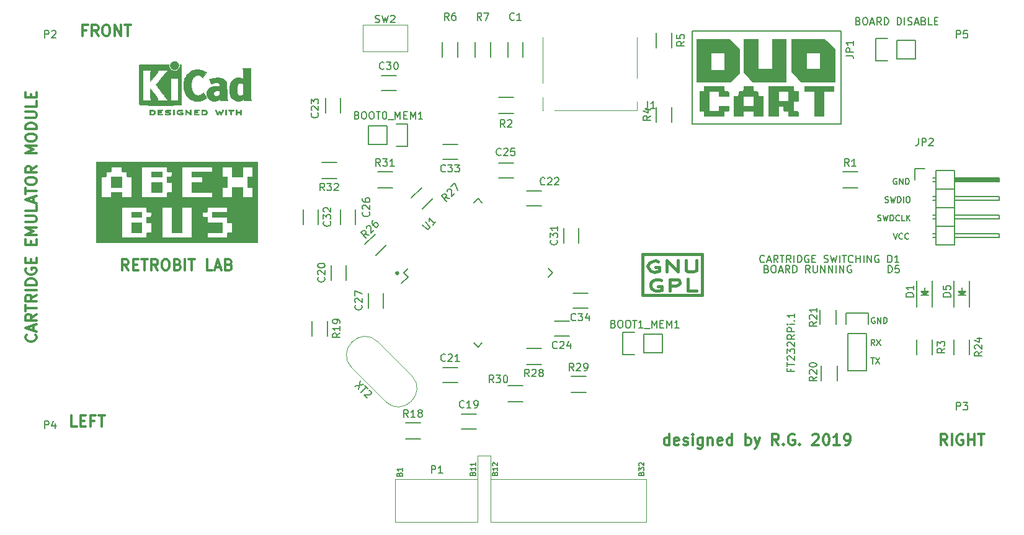
<source format=gto>
G04 #@! TF.FileFunction,Legend,Top*
%FSLAX46Y46*%
G04 Gerber Fmt 4.6, Leading zero omitted, Abs format (unit mm)*
G04 Created by KiCad (PCBNEW 4.0.2+dfsg1-stable) date gio 27 giu 2019 16:47:11 CEST*
%MOMM*%
G01*
G04 APERTURE LIST*
%ADD10C,0.100000*%
%ADD11C,0.200000*%
%ADD12C,0.150000*%
%ADD13C,0.300000*%
%ADD14C,0.010000*%
%ADD15C,0.381000*%
%ADD16C,0.120000*%
G04 APERTURE END LIST*
D10*
D11*
X181642857Y-90928571D02*
X181785714Y-90976190D01*
X181833333Y-91023810D01*
X181880952Y-91119048D01*
X181880952Y-91261905D01*
X181833333Y-91357143D01*
X181785714Y-91404762D01*
X181690476Y-91452381D01*
X181309523Y-91452381D01*
X181309523Y-90452381D01*
X181642857Y-90452381D01*
X181738095Y-90500000D01*
X181785714Y-90547619D01*
X181833333Y-90642857D01*
X181833333Y-90738095D01*
X181785714Y-90833333D01*
X181738095Y-90880952D01*
X181642857Y-90928571D01*
X181309523Y-90928571D01*
X182499999Y-90452381D02*
X182690476Y-90452381D01*
X182785714Y-90500000D01*
X182880952Y-90595238D01*
X182928571Y-90785714D01*
X182928571Y-91119048D01*
X182880952Y-91309524D01*
X182785714Y-91404762D01*
X182690476Y-91452381D01*
X182499999Y-91452381D01*
X182404761Y-91404762D01*
X182309523Y-91309524D01*
X182261904Y-91119048D01*
X182261904Y-90785714D01*
X182309523Y-90595238D01*
X182404761Y-90500000D01*
X182499999Y-90452381D01*
X183309523Y-91166667D02*
X183785714Y-91166667D01*
X183214285Y-91452381D02*
X183547618Y-90452381D01*
X183880952Y-91452381D01*
X184785714Y-91452381D02*
X184452380Y-90976190D01*
X184214285Y-91452381D02*
X184214285Y-90452381D01*
X184595238Y-90452381D01*
X184690476Y-90500000D01*
X184738095Y-90547619D01*
X184785714Y-90642857D01*
X184785714Y-90785714D01*
X184738095Y-90880952D01*
X184690476Y-90928571D01*
X184595238Y-90976190D01*
X184214285Y-90976190D01*
X185214285Y-91452381D02*
X185214285Y-90452381D01*
X185452380Y-90452381D01*
X185595238Y-90500000D01*
X185690476Y-90595238D01*
X185738095Y-90690476D01*
X185785714Y-90880952D01*
X185785714Y-91023810D01*
X185738095Y-91214286D01*
X185690476Y-91309524D01*
X185595238Y-91404762D01*
X185452380Y-91452381D01*
X185214285Y-91452381D01*
X187547619Y-91452381D02*
X187214285Y-90976190D01*
X186976190Y-91452381D02*
X186976190Y-90452381D01*
X187357143Y-90452381D01*
X187452381Y-90500000D01*
X187500000Y-90547619D01*
X187547619Y-90642857D01*
X187547619Y-90785714D01*
X187500000Y-90880952D01*
X187452381Y-90928571D01*
X187357143Y-90976190D01*
X186976190Y-90976190D01*
X187976190Y-90452381D02*
X187976190Y-91261905D01*
X188023809Y-91357143D01*
X188071428Y-91404762D01*
X188166666Y-91452381D01*
X188357143Y-91452381D01*
X188452381Y-91404762D01*
X188500000Y-91357143D01*
X188547619Y-91261905D01*
X188547619Y-90452381D01*
X189023809Y-91452381D02*
X189023809Y-90452381D01*
X189595238Y-91452381D01*
X189595238Y-90452381D01*
X190071428Y-91452381D02*
X190071428Y-90452381D01*
X190642857Y-91452381D01*
X190642857Y-90452381D01*
X191119047Y-91452381D02*
X191119047Y-90452381D01*
X191595237Y-91452381D02*
X191595237Y-90452381D01*
X192166666Y-91452381D01*
X192166666Y-90452381D01*
X193166666Y-90500000D02*
X193071428Y-90452381D01*
X192928571Y-90452381D01*
X192785713Y-90500000D01*
X192690475Y-90595238D01*
X192642856Y-90690476D01*
X192595237Y-90880952D01*
X192595237Y-91023810D01*
X192642856Y-91214286D01*
X192690475Y-91309524D01*
X192785713Y-91404762D01*
X192928571Y-91452381D01*
X193023809Y-91452381D01*
X193166666Y-91404762D01*
X193214285Y-91357143D01*
X193214285Y-91023810D01*
X193023809Y-91023810D01*
X198214286Y-91452381D02*
X198214286Y-90452381D01*
X198452381Y-90452381D01*
X198595239Y-90500000D01*
X198690477Y-90595238D01*
X198738096Y-90690476D01*
X198785715Y-90880952D01*
X198785715Y-91023810D01*
X198738096Y-91214286D01*
X198690477Y-91309524D01*
X198595239Y-91404762D01*
X198452381Y-91452381D01*
X198214286Y-91452381D01*
X199690477Y-90452381D02*
X199214286Y-90452381D01*
X199166667Y-90928571D01*
X199214286Y-90880952D01*
X199309524Y-90833333D01*
X199547620Y-90833333D01*
X199642858Y-90880952D01*
X199690477Y-90928571D01*
X199738096Y-91023810D01*
X199738096Y-91261905D01*
X199690477Y-91357143D01*
X199642858Y-91404762D01*
X199547620Y-91452381D01*
X199309524Y-91452381D01*
X199214286Y-91404762D01*
X199166667Y-91357143D01*
X181319048Y-89957143D02*
X181271429Y-90004762D01*
X181128572Y-90052381D01*
X181033334Y-90052381D01*
X180890476Y-90004762D01*
X180795238Y-89909524D01*
X180747619Y-89814286D01*
X180700000Y-89623810D01*
X180700000Y-89480952D01*
X180747619Y-89290476D01*
X180795238Y-89195238D01*
X180890476Y-89100000D01*
X181033334Y-89052381D01*
X181128572Y-89052381D01*
X181271429Y-89100000D01*
X181319048Y-89147619D01*
X181700000Y-89766667D02*
X182176191Y-89766667D01*
X181604762Y-90052381D02*
X181938095Y-89052381D01*
X182271429Y-90052381D01*
X183176191Y-90052381D02*
X182842857Y-89576190D01*
X182604762Y-90052381D02*
X182604762Y-89052381D01*
X182985715Y-89052381D01*
X183080953Y-89100000D01*
X183128572Y-89147619D01*
X183176191Y-89242857D01*
X183176191Y-89385714D01*
X183128572Y-89480952D01*
X183080953Y-89528571D01*
X182985715Y-89576190D01*
X182604762Y-89576190D01*
X183461905Y-89052381D02*
X184033334Y-89052381D01*
X183747619Y-90052381D02*
X183747619Y-89052381D01*
X184938096Y-90052381D02*
X184604762Y-89576190D01*
X184366667Y-90052381D02*
X184366667Y-89052381D01*
X184747620Y-89052381D01*
X184842858Y-89100000D01*
X184890477Y-89147619D01*
X184938096Y-89242857D01*
X184938096Y-89385714D01*
X184890477Y-89480952D01*
X184842858Y-89528571D01*
X184747620Y-89576190D01*
X184366667Y-89576190D01*
X185366667Y-90052381D02*
X185366667Y-89052381D01*
X185842857Y-90052381D02*
X185842857Y-89052381D01*
X186080952Y-89052381D01*
X186223810Y-89100000D01*
X186319048Y-89195238D01*
X186366667Y-89290476D01*
X186414286Y-89480952D01*
X186414286Y-89623810D01*
X186366667Y-89814286D01*
X186319048Y-89909524D01*
X186223810Y-90004762D01*
X186080952Y-90052381D01*
X185842857Y-90052381D01*
X187366667Y-89100000D02*
X187271429Y-89052381D01*
X187128572Y-89052381D01*
X186985714Y-89100000D01*
X186890476Y-89195238D01*
X186842857Y-89290476D01*
X186795238Y-89480952D01*
X186795238Y-89623810D01*
X186842857Y-89814286D01*
X186890476Y-89909524D01*
X186985714Y-90004762D01*
X187128572Y-90052381D01*
X187223810Y-90052381D01*
X187366667Y-90004762D01*
X187414286Y-89957143D01*
X187414286Y-89623810D01*
X187223810Y-89623810D01*
X187842857Y-89528571D02*
X188176191Y-89528571D01*
X188319048Y-90052381D02*
X187842857Y-90052381D01*
X187842857Y-89052381D01*
X188319048Y-89052381D01*
X189461905Y-90004762D02*
X189604762Y-90052381D01*
X189842858Y-90052381D01*
X189938096Y-90004762D01*
X189985715Y-89957143D01*
X190033334Y-89861905D01*
X190033334Y-89766667D01*
X189985715Y-89671429D01*
X189938096Y-89623810D01*
X189842858Y-89576190D01*
X189652381Y-89528571D01*
X189557143Y-89480952D01*
X189509524Y-89433333D01*
X189461905Y-89338095D01*
X189461905Y-89242857D01*
X189509524Y-89147619D01*
X189557143Y-89100000D01*
X189652381Y-89052381D01*
X189890477Y-89052381D01*
X190033334Y-89100000D01*
X190366667Y-89052381D02*
X190604762Y-90052381D01*
X190795239Y-89338095D01*
X190985715Y-90052381D01*
X191223810Y-89052381D01*
X191604762Y-90052381D02*
X191604762Y-89052381D01*
X191938095Y-89052381D02*
X192509524Y-89052381D01*
X192223809Y-90052381D02*
X192223809Y-89052381D01*
X193414286Y-89957143D02*
X193366667Y-90004762D01*
X193223810Y-90052381D01*
X193128572Y-90052381D01*
X192985714Y-90004762D01*
X192890476Y-89909524D01*
X192842857Y-89814286D01*
X192795238Y-89623810D01*
X192795238Y-89480952D01*
X192842857Y-89290476D01*
X192890476Y-89195238D01*
X192985714Y-89100000D01*
X193128572Y-89052381D01*
X193223810Y-89052381D01*
X193366667Y-89100000D01*
X193414286Y-89147619D01*
X193842857Y-90052381D02*
X193842857Y-89052381D01*
X193842857Y-89528571D02*
X194414286Y-89528571D01*
X194414286Y-90052381D02*
X194414286Y-89052381D01*
X194890476Y-90052381D02*
X194890476Y-89052381D01*
X195366666Y-90052381D02*
X195366666Y-89052381D01*
X195938095Y-90052381D01*
X195938095Y-89052381D01*
X196938095Y-89100000D02*
X196842857Y-89052381D01*
X196700000Y-89052381D01*
X196557142Y-89100000D01*
X196461904Y-89195238D01*
X196414285Y-89290476D01*
X196366666Y-89480952D01*
X196366666Y-89623810D01*
X196414285Y-89814286D01*
X196461904Y-89909524D01*
X196557142Y-90004762D01*
X196700000Y-90052381D01*
X196795238Y-90052381D01*
X196938095Y-90004762D01*
X196985714Y-89957143D01*
X196985714Y-89623810D01*
X196795238Y-89623810D01*
X198176190Y-90052381D02*
X198176190Y-89052381D01*
X198414285Y-89052381D01*
X198557143Y-89100000D01*
X198652381Y-89195238D01*
X198700000Y-89290476D01*
X198747619Y-89480952D01*
X198747619Y-89623810D01*
X198700000Y-89814286D01*
X198652381Y-89909524D01*
X198557143Y-90004762D01*
X198414285Y-90052381D01*
X198176190Y-90052381D01*
X199700000Y-90052381D02*
X199128571Y-90052381D01*
X199414285Y-90052381D02*
X199414285Y-89052381D01*
X199319047Y-89195238D01*
X199223809Y-89290476D01*
X199128571Y-89338095D01*
X131300000Y-91500000D02*
G75*
G03X131300000Y-91500000I-100000J0D01*
G01*
X131400000Y-91500000D02*
G75*
G03X131400000Y-91500000I-200000J0D01*
G01*
X171450000Y-71120000D02*
X171450000Y-59690000D01*
X191770000Y-71120000D02*
X171450000Y-71120000D01*
X191770000Y-58420000D02*
X191770000Y-71120000D01*
X171450000Y-58420000D02*
X191770000Y-58420000D01*
X171450000Y-59690000D02*
X171450000Y-58420000D01*
D12*
X196390477Y-97600000D02*
X196314286Y-97561905D01*
X196200001Y-97561905D01*
X196085715Y-97600000D01*
X196009524Y-97676190D01*
X195971429Y-97752381D01*
X195933334Y-97904762D01*
X195933334Y-98019048D01*
X195971429Y-98171429D01*
X196009524Y-98247619D01*
X196085715Y-98323810D01*
X196200001Y-98361905D01*
X196276191Y-98361905D01*
X196390477Y-98323810D01*
X196428572Y-98285714D01*
X196428572Y-98019048D01*
X196276191Y-98019048D01*
X196771429Y-98361905D02*
X196771429Y-97561905D01*
X197228572Y-98361905D01*
X197228572Y-97561905D01*
X197609524Y-98361905D02*
X197609524Y-97561905D01*
X197800000Y-97561905D01*
X197914286Y-97600000D01*
X197990477Y-97676190D01*
X198028572Y-97752381D01*
X198066667Y-97904762D01*
X198066667Y-98019048D01*
X198028572Y-98171429D01*
X197990477Y-98247619D01*
X197914286Y-98323810D01*
X197800000Y-98361905D01*
X197609524Y-98361905D01*
D13*
X206280000Y-114978571D02*
X205780000Y-114264286D01*
X205422857Y-114978571D02*
X205422857Y-113478571D01*
X205994285Y-113478571D01*
X206137143Y-113550000D01*
X206208571Y-113621429D01*
X206280000Y-113764286D01*
X206280000Y-113978571D01*
X206208571Y-114121429D01*
X206137143Y-114192857D01*
X205994285Y-114264286D01*
X205422857Y-114264286D01*
X206922857Y-114978571D02*
X206922857Y-113478571D01*
X208422857Y-113550000D02*
X208280000Y-113478571D01*
X208065714Y-113478571D01*
X207851429Y-113550000D01*
X207708571Y-113692857D01*
X207637143Y-113835714D01*
X207565714Y-114121429D01*
X207565714Y-114335714D01*
X207637143Y-114621429D01*
X207708571Y-114764286D01*
X207851429Y-114907143D01*
X208065714Y-114978571D01*
X208208571Y-114978571D01*
X208422857Y-114907143D01*
X208494286Y-114835714D01*
X208494286Y-114335714D01*
X208208571Y-114335714D01*
X209137143Y-114978571D02*
X209137143Y-113478571D01*
X209137143Y-114192857D02*
X209994286Y-114192857D01*
X209994286Y-114978571D02*
X209994286Y-113478571D01*
X210494286Y-113478571D02*
X211351429Y-113478571D01*
X210922858Y-114978571D02*
X210922858Y-113478571D01*
X87471429Y-112438571D02*
X86757143Y-112438571D01*
X86757143Y-110938571D01*
X87971429Y-111652857D02*
X88471429Y-111652857D01*
X88685715Y-112438571D02*
X87971429Y-112438571D01*
X87971429Y-110938571D01*
X88685715Y-110938571D01*
X89828572Y-111652857D02*
X89328572Y-111652857D01*
X89328572Y-112438571D02*
X89328572Y-110938571D01*
X90042858Y-110938571D01*
X90400000Y-110938571D02*
X91257143Y-110938571D01*
X90828572Y-112438571D02*
X90828572Y-110938571D01*
X88761429Y-58312857D02*
X88261429Y-58312857D01*
X88261429Y-59098571D02*
X88261429Y-57598571D01*
X88975715Y-57598571D01*
X90404286Y-59098571D02*
X89904286Y-58384286D01*
X89547143Y-59098571D02*
X89547143Y-57598571D01*
X90118571Y-57598571D01*
X90261429Y-57670000D01*
X90332857Y-57741429D01*
X90404286Y-57884286D01*
X90404286Y-58098571D01*
X90332857Y-58241429D01*
X90261429Y-58312857D01*
X90118571Y-58384286D01*
X89547143Y-58384286D01*
X91332857Y-57598571D02*
X91618571Y-57598571D01*
X91761429Y-57670000D01*
X91904286Y-57812857D01*
X91975714Y-58098571D01*
X91975714Y-58598571D01*
X91904286Y-58884286D01*
X91761429Y-59027143D01*
X91618571Y-59098571D01*
X91332857Y-59098571D01*
X91190000Y-59027143D01*
X91047143Y-58884286D01*
X90975714Y-58598571D01*
X90975714Y-58098571D01*
X91047143Y-57812857D01*
X91190000Y-57670000D01*
X91332857Y-57598571D01*
X92618572Y-59098571D02*
X92618572Y-57598571D01*
X93475715Y-59098571D01*
X93475715Y-57598571D01*
X93975715Y-57598571D02*
X94832858Y-57598571D01*
X94404287Y-59098571D02*
X94404287Y-57598571D01*
X168340001Y-114978571D02*
X168340001Y-113478571D01*
X168340001Y-114907143D02*
X168197144Y-114978571D01*
X167911430Y-114978571D01*
X167768572Y-114907143D01*
X167697144Y-114835714D01*
X167625715Y-114692857D01*
X167625715Y-114264286D01*
X167697144Y-114121429D01*
X167768572Y-114050000D01*
X167911430Y-113978571D01*
X168197144Y-113978571D01*
X168340001Y-114050000D01*
X169625715Y-114907143D02*
X169482858Y-114978571D01*
X169197144Y-114978571D01*
X169054287Y-114907143D01*
X168982858Y-114764286D01*
X168982858Y-114192857D01*
X169054287Y-114050000D01*
X169197144Y-113978571D01*
X169482858Y-113978571D01*
X169625715Y-114050000D01*
X169697144Y-114192857D01*
X169697144Y-114335714D01*
X168982858Y-114478571D01*
X170268572Y-114907143D02*
X170411429Y-114978571D01*
X170697144Y-114978571D01*
X170840001Y-114907143D01*
X170911429Y-114764286D01*
X170911429Y-114692857D01*
X170840001Y-114550000D01*
X170697144Y-114478571D01*
X170482858Y-114478571D01*
X170340001Y-114407143D01*
X170268572Y-114264286D01*
X170268572Y-114192857D01*
X170340001Y-114050000D01*
X170482858Y-113978571D01*
X170697144Y-113978571D01*
X170840001Y-114050000D01*
X171554287Y-114978571D02*
X171554287Y-113978571D01*
X171554287Y-113478571D02*
X171482858Y-113550000D01*
X171554287Y-113621429D01*
X171625715Y-113550000D01*
X171554287Y-113478571D01*
X171554287Y-113621429D01*
X172911430Y-113978571D02*
X172911430Y-115192857D01*
X172840001Y-115335714D01*
X172768573Y-115407143D01*
X172625716Y-115478571D01*
X172411430Y-115478571D01*
X172268573Y-115407143D01*
X172911430Y-114907143D02*
X172768573Y-114978571D01*
X172482859Y-114978571D01*
X172340001Y-114907143D01*
X172268573Y-114835714D01*
X172197144Y-114692857D01*
X172197144Y-114264286D01*
X172268573Y-114121429D01*
X172340001Y-114050000D01*
X172482859Y-113978571D01*
X172768573Y-113978571D01*
X172911430Y-114050000D01*
X173625716Y-113978571D02*
X173625716Y-114978571D01*
X173625716Y-114121429D02*
X173697144Y-114050000D01*
X173840002Y-113978571D01*
X174054287Y-113978571D01*
X174197144Y-114050000D01*
X174268573Y-114192857D01*
X174268573Y-114978571D01*
X175554287Y-114907143D02*
X175411430Y-114978571D01*
X175125716Y-114978571D01*
X174982859Y-114907143D01*
X174911430Y-114764286D01*
X174911430Y-114192857D01*
X174982859Y-114050000D01*
X175125716Y-113978571D01*
X175411430Y-113978571D01*
X175554287Y-114050000D01*
X175625716Y-114192857D01*
X175625716Y-114335714D01*
X174911430Y-114478571D01*
X176911430Y-114978571D02*
X176911430Y-113478571D01*
X176911430Y-114907143D02*
X176768573Y-114978571D01*
X176482859Y-114978571D01*
X176340001Y-114907143D01*
X176268573Y-114835714D01*
X176197144Y-114692857D01*
X176197144Y-114264286D01*
X176268573Y-114121429D01*
X176340001Y-114050000D01*
X176482859Y-113978571D01*
X176768573Y-113978571D01*
X176911430Y-114050000D01*
X178768573Y-114978571D02*
X178768573Y-113478571D01*
X178768573Y-114050000D02*
X178911430Y-113978571D01*
X179197144Y-113978571D01*
X179340001Y-114050000D01*
X179411430Y-114121429D01*
X179482859Y-114264286D01*
X179482859Y-114692857D01*
X179411430Y-114835714D01*
X179340001Y-114907143D01*
X179197144Y-114978571D01*
X178911430Y-114978571D01*
X178768573Y-114907143D01*
X179982859Y-113978571D02*
X180340002Y-114978571D01*
X180697144Y-113978571D02*
X180340002Y-114978571D01*
X180197144Y-115335714D01*
X180125716Y-115407143D01*
X179982859Y-115478571D01*
X183268573Y-114978571D02*
X182768573Y-114264286D01*
X182411430Y-114978571D02*
X182411430Y-113478571D01*
X182982858Y-113478571D01*
X183125716Y-113550000D01*
X183197144Y-113621429D01*
X183268573Y-113764286D01*
X183268573Y-113978571D01*
X183197144Y-114121429D01*
X183125716Y-114192857D01*
X182982858Y-114264286D01*
X182411430Y-114264286D01*
X183911430Y-114835714D02*
X183982858Y-114907143D01*
X183911430Y-114978571D01*
X183840001Y-114907143D01*
X183911430Y-114835714D01*
X183911430Y-114978571D01*
X185411430Y-113550000D02*
X185268573Y-113478571D01*
X185054287Y-113478571D01*
X184840002Y-113550000D01*
X184697144Y-113692857D01*
X184625716Y-113835714D01*
X184554287Y-114121429D01*
X184554287Y-114335714D01*
X184625716Y-114621429D01*
X184697144Y-114764286D01*
X184840002Y-114907143D01*
X185054287Y-114978571D01*
X185197144Y-114978571D01*
X185411430Y-114907143D01*
X185482859Y-114835714D01*
X185482859Y-114335714D01*
X185197144Y-114335714D01*
X186125716Y-114835714D02*
X186197144Y-114907143D01*
X186125716Y-114978571D01*
X186054287Y-114907143D01*
X186125716Y-114835714D01*
X186125716Y-114978571D01*
X187911430Y-113621429D02*
X187982859Y-113550000D01*
X188125716Y-113478571D01*
X188482859Y-113478571D01*
X188625716Y-113550000D01*
X188697145Y-113621429D01*
X188768573Y-113764286D01*
X188768573Y-113907143D01*
X188697145Y-114121429D01*
X187840002Y-114978571D01*
X188768573Y-114978571D01*
X189697144Y-113478571D02*
X189840001Y-113478571D01*
X189982858Y-113550000D01*
X190054287Y-113621429D01*
X190125716Y-113764286D01*
X190197144Y-114050000D01*
X190197144Y-114407143D01*
X190125716Y-114692857D01*
X190054287Y-114835714D01*
X189982858Y-114907143D01*
X189840001Y-114978571D01*
X189697144Y-114978571D01*
X189554287Y-114907143D01*
X189482858Y-114835714D01*
X189411430Y-114692857D01*
X189340001Y-114407143D01*
X189340001Y-114050000D01*
X189411430Y-113764286D01*
X189482858Y-113621429D01*
X189554287Y-113550000D01*
X189697144Y-113478571D01*
X191625715Y-114978571D02*
X190768572Y-114978571D01*
X191197144Y-114978571D02*
X191197144Y-113478571D01*
X191054287Y-113692857D01*
X190911429Y-113835714D01*
X190768572Y-113907143D01*
X192340000Y-114978571D02*
X192625715Y-114978571D01*
X192768572Y-114907143D01*
X192840000Y-114835714D01*
X192982858Y-114621429D01*
X193054286Y-114335714D01*
X193054286Y-113764286D01*
X192982858Y-113621429D01*
X192911429Y-113550000D01*
X192768572Y-113478571D01*
X192482858Y-113478571D01*
X192340000Y-113550000D01*
X192268572Y-113621429D01*
X192197143Y-113764286D01*
X192197143Y-114121429D01*
X192268572Y-114264286D01*
X192340000Y-114335714D01*
X192482858Y-114407143D01*
X192768572Y-114407143D01*
X192911429Y-114335714D01*
X192982858Y-114264286D01*
X193054286Y-114121429D01*
X94520572Y-91102571D02*
X94020572Y-90388286D01*
X93663429Y-91102571D02*
X93663429Y-89602571D01*
X94234857Y-89602571D01*
X94377715Y-89674000D01*
X94449143Y-89745429D01*
X94520572Y-89888286D01*
X94520572Y-90102571D01*
X94449143Y-90245429D01*
X94377715Y-90316857D01*
X94234857Y-90388286D01*
X93663429Y-90388286D01*
X95163429Y-90316857D02*
X95663429Y-90316857D01*
X95877715Y-91102571D02*
X95163429Y-91102571D01*
X95163429Y-89602571D01*
X95877715Y-89602571D01*
X96306286Y-89602571D02*
X97163429Y-89602571D01*
X96734858Y-91102571D02*
X96734858Y-89602571D01*
X98520572Y-91102571D02*
X98020572Y-90388286D01*
X97663429Y-91102571D02*
X97663429Y-89602571D01*
X98234857Y-89602571D01*
X98377715Y-89674000D01*
X98449143Y-89745429D01*
X98520572Y-89888286D01*
X98520572Y-90102571D01*
X98449143Y-90245429D01*
X98377715Y-90316857D01*
X98234857Y-90388286D01*
X97663429Y-90388286D01*
X99449143Y-89602571D02*
X99734857Y-89602571D01*
X99877715Y-89674000D01*
X100020572Y-89816857D01*
X100092000Y-90102571D01*
X100092000Y-90602571D01*
X100020572Y-90888286D01*
X99877715Y-91031143D01*
X99734857Y-91102571D01*
X99449143Y-91102571D01*
X99306286Y-91031143D01*
X99163429Y-90888286D01*
X99092000Y-90602571D01*
X99092000Y-90102571D01*
X99163429Y-89816857D01*
X99306286Y-89674000D01*
X99449143Y-89602571D01*
X101234858Y-90316857D02*
X101449144Y-90388286D01*
X101520572Y-90459714D01*
X101592001Y-90602571D01*
X101592001Y-90816857D01*
X101520572Y-90959714D01*
X101449144Y-91031143D01*
X101306286Y-91102571D01*
X100734858Y-91102571D01*
X100734858Y-89602571D01*
X101234858Y-89602571D01*
X101377715Y-89674000D01*
X101449144Y-89745429D01*
X101520572Y-89888286D01*
X101520572Y-90031143D01*
X101449144Y-90174000D01*
X101377715Y-90245429D01*
X101234858Y-90316857D01*
X100734858Y-90316857D01*
X102234858Y-91102571D02*
X102234858Y-89602571D01*
X102734858Y-89602571D02*
X103592001Y-89602571D01*
X103163430Y-91102571D02*
X103163430Y-89602571D01*
X105949144Y-91102571D02*
X105234858Y-91102571D01*
X105234858Y-89602571D01*
X106377715Y-90674000D02*
X107092001Y-90674000D01*
X106234858Y-91102571D02*
X106734858Y-89602571D01*
X107234858Y-91102571D01*
X108234858Y-90316857D02*
X108449144Y-90388286D01*
X108520572Y-90459714D01*
X108592001Y-90602571D01*
X108592001Y-90816857D01*
X108520572Y-90959714D01*
X108449144Y-91031143D01*
X108306286Y-91102571D01*
X107734858Y-91102571D01*
X107734858Y-89602571D01*
X108234858Y-89602571D01*
X108377715Y-89674000D01*
X108449144Y-89745429D01*
X108520572Y-89888286D01*
X108520572Y-90031143D01*
X108449144Y-90174000D01*
X108377715Y-90245429D01*
X108234858Y-90316857D01*
X107734858Y-90316857D01*
D11*
X194128096Y-57078571D02*
X194270953Y-57126190D01*
X194318572Y-57173810D01*
X194366191Y-57269048D01*
X194366191Y-57411905D01*
X194318572Y-57507143D01*
X194270953Y-57554762D01*
X194175715Y-57602381D01*
X193794762Y-57602381D01*
X193794762Y-56602381D01*
X194128096Y-56602381D01*
X194223334Y-56650000D01*
X194270953Y-56697619D01*
X194318572Y-56792857D01*
X194318572Y-56888095D01*
X194270953Y-56983333D01*
X194223334Y-57030952D01*
X194128096Y-57078571D01*
X193794762Y-57078571D01*
X194985238Y-56602381D02*
X195175715Y-56602381D01*
X195270953Y-56650000D01*
X195366191Y-56745238D01*
X195413810Y-56935714D01*
X195413810Y-57269048D01*
X195366191Y-57459524D01*
X195270953Y-57554762D01*
X195175715Y-57602381D01*
X194985238Y-57602381D01*
X194890000Y-57554762D01*
X194794762Y-57459524D01*
X194747143Y-57269048D01*
X194747143Y-56935714D01*
X194794762Y-56745238D01*
X194890000Y-56650000D01*
X194985238Y-56602381D01*
X195794762Y-57316667D02*
X196270953Y-57316667D01*
X195699524Y-57602381D02*
X196032857Y-56602381D01*
X196366191Y-57602381D01*
X197270953Y-57602381D02*
X196937619Y-57126190D01*
X196699524Y-57602381D02*
X196699524Y-56602381D01*
X197080477Y-56602381D01*
X197175715Y-56650000D01*
X197223334Y-56697619D01*
X197270953Y-56792857D01*
X197270953Y-56935714D01*
X197223334Y-57030952D01*
X197175715Y-57078571D01*
X197080477Y-57126190D01*
X196699524Y-57126190D01*
X197699524Y-57602381D02*
X197699524Y-56602381D01*
X197937619Y-56602381D01*
X198080477Y-56650000D01*
X198175715Y-56745238D01*
X198223334Y-56840476D01*
X198270953Y-57030952D01*
X198270953Y-57173810D01*
X198223334Y-57364286D01*
X198175715Y-57459524D01*
X198080477Y-57554762D01*
X197937619Y-57602381D01*
X197699524Y-57602381D01*
X199461429Y-57602381D02*
X199461429Y-56602381D01*
X199699524Y-56602381D01*
X199842382Y-56650000D01*
X199937620Y-56745238D01*
X199985239Y-56840476D01*
X200032858Y-57030952D01*
X200032858Y-57173810D01*
X199985239Y-57364286D01*
X199937620Y-57459524D01*
X199842382Y-57554762D01*
X199699524Y-57602381D01*
X199461429Y-57602381D01*
X200461429Y-57602381D02*
X200461429Y-56602381D01*
X200890000Y-57554762D02*
X201032857Y-57602381D01*
X201270953Y-57602381D01*
X201366191Y-57554762D01*
X201413810Y-57507143D01*
X201461429Y-57411905D01*
X201461429Y-57316667D01*
X201413810Y-57221429D01*
X201366191Y-57173810D01*
X201270953Y-57126190D01*
X201080476Y-57078571D01*
X200985238Y-57030952D01*
X200937619Y-56983333D01*
X200890000Y-56888095D01*
X200890000Y-56792857D01*
X200937619Y-56697619D01*
X200985238Y-56650000D01*
X201080476Y-56602381D01*
X201318572Y-56602381D01*
X201461429Y-56650000D01*
X201842381Y-57316667D02*
X202318572Y-57316667D01*
X201747143Y-57602381D02*
X202080476Y-56602381D01*
X202413810Y-57602381D01*
X203080477Y-57078571D02*
X203223334Y-57126190D01*
X203270953Y-57173810D01*
X203318572Y-57269048D01*
X203318572Y-57411905D01*
X203270953Y-57507143D01*
X203223334Y-57554762D01*
X203128096Y-57602381D01*
X202747143Y-57602381D01*
X202747143Y-56602381D01*
X203080477Y-56602381D01*
X203175715Y-56650000D01*
X203223334Y-56697619D01*
X203270953Y-56792857D01*
X203270953Y-56888095D01*
X203223334Y-56983333D01*
X203175715Y-57030952D01*
X203080477Y-57078571D01*
X202747143Y-57078571D01*
X204223334Y-57602381D02*
X203747143Y-57602381D01*
X203747143Y-56602381D01*
X204556667Y-57078571D02*
X204890001Y-57078571D01*
X205032858Y-57602381D02*
X204556667Y-57602381D01*
X204556667Y-56602381D01*
X205032858Y-56602381D01*
D12*
X198933333Y-86061905D02*
X199200000Y-86861905D01*
X199466667Y-86061905D01*
X200190476Y-86785714D02*
X200152381Y-86823810D01*
X200038095Y-86861905D01*
X199961905Y-86861905D01*
X199847619Y-86823810D01*
X199771428Y-86747619D01*
X199733333Y-86671429D01*
X199695238Y-86519048D01*
X199695238Y-86404762D01*
X199733333Y-86252381D01*
X199771428Y-86176190D01*
X199847619Y-86100000D01*
X199961905Y-86061905D01*
X200038095Y-86061905D01*
X200152381Y-86100000D01*
X200190476Y-86138095D01*
X200990476Y-86785714D02*
X200952381Y-86823810D01*
X200838095Y-86861905D01*
X200761905Y-86861905D01*
X200647619Y-86823810D01*
X200571428Y-86747619D01*
X200533333Y-86671429D01*
X200495238Y-86519048D01*
X200495238Y-86404762D01*
X200533333Y-86252381D01*
X200571428Y-86176190D01*
X200647619Y-86100000D01*
X200761905Y-86061905D01*
X200838095Y-86061905D01*
X200952381Y-86100000D01*
X200990476Y-86138095D01*
X196790476Y-84323810D02*
X196904762Y-84361905D01*
X197095238Y-84361905D01*
X197171428Y-84323810D01*
X197209524Y-84285714D01*
X197247619Y-84209524D01*
X197247619Y-84133333D01*
X197209524Y-84057143D01*
X197171428Y-84019048D01*
X197095238Y-83980952D01*
X196942857Y-83942857D01*
X196866666Y-83904762D01*
X196828571Y-83866667D01*
X196790476Y-83790476D01*
X196790476Y-83714286D01*
X196828571Y-83638095D01*
X196866666Y-83600000D01*
X196942857Y-83561905D01*
X197133333Y-83561905D01*
X197247619Y-83600000D01*
X197514286Y-83561905D02*
X197704762Y-84361905D01*
X197857143Y-83790476D01*
X198009524Y-84361905D01*
X198200000Y-83561905D01*
X198504762Y-84361905D02*
X198504762Y-83561905D01*
X198695238Y-83561905D01*
X198809524Y-83600000D01*
X198885715Y-83676190D01*
X198923810Y-83752381D01*
X198961905Y-83904762D01*
X198961905Y-84019048D01*
X198923810Y-84171429D01*
X198885715Y-84247619D01*
X198809524Y-84323810D01*
X198695238Y-84361905D01*
X198504762Y-84361905D01*
X199761905Y-84285714D02*
X199723810Y-84323810D01*
X199609524Y-84361905D01*
X199533334Y-84361905D01*
X199419048Y-84323810D01*
X199342857Y-84247619D01*
X199304762Y-84171429D01*
X199266667Y-84019048D01*
X199266667Y-83904762D01*
X199304762Y-83752381D01*
X199342857Y-83676190D01*
X199419048Y-83600000D01*
X199533334Y-83561905D01*
X199609524Y-83561905D01*
X199723810Y-83600000D01*
X199761905Y-83638095D01*
X200485715Y-84361905D02*
X200104762Y-84361905D01*
X200104762Y-83561905D01*
X200752381Y-84361905D02*
X200752381Y-83561905D01*
X201209524Y-84361905D02*
X200866667Y-83904762D01*
X201209524Y-83561905D02*
X200752381Y-84019048D01*
X197804762Y-81823810D02*
X197919048Y-81861905D01*
X198109524Y-81861905D01*
X198185714Y-81823810D01*
X198223810Y-81785714D01*
X198261905Y-81709524D01*
X198261905Y-81633333D01*
X198223810Y-81557143D01*
X198185714Y-81519048D01*
X198109524Y-81480952D01*
X197957143Y-81442857D01*
X197880952Y-81404762D01*
X197842857Y-81366667D01*
X197804762Y-81290476D01*
X197804762Y-81214286D01*
X197842857Y-81138095D01*
X197880952Y-81100000D01*
X197957143Y-81061905D01*
X198147619Y-81061905D01*
X198261905Y-81100000D01*
X198528572Y-81061905D02*
X198719048Y-81861905D01*
X198871429Y-81290476D01*
X199023810Y-81861905D01*
X199214286Y-81061905D01*
X199519048Y-81861905D02*
X199519048Y-81061905D01*
X199709524Y-81061905D01*
X199823810Y-81100000D01*
X199900001Y-81176190D01*
X199938096Y-81252381D01*
X199976191Y-81404762D01*
X199976191Y-81519048D01*
X199938096Y-81671429D01*
X199900001Y-81747619D01*
X199823810Y-81823810D01*
X199709524Y-81861905D01*
X199519048Y-81861905D01*
X200319048Y-81861905D02*
X200319048Y-81061905D01*
X200852381Y-81061905D02*
X201004762Y-81061905D01*
X201080953Y-81100000D01*
X201157143Y-81176190D01*
X201195238Y-81328571D01*
X201195238Y-81595238D01*
X201157143Y-81747619D01*
X201080953Y-81823810D01*
X201004762Y-81861905D01*
X200852381Y-81861905D01*
X200776191Y-81823810D01*
X200700000Y-81747619D01*
X200661905Y-81595238D01*
X200661905Y-81328571D01*
X200700000Y-81176190D01*
X200776191Y-81100000D01*
X200852381Y-81061905D01*
X199390477Y-78600000D02*
X199314286Y-78561905D01*
X199200001Y-78561905D01*
X199085715Y-78600000D01*
X199009524Y-78676190D01*
X198971429Y-78752381D01*
X198933334Y-78904762D01*
X198933334Y-79019048D01*
X198971429Y-79171429D01*
X199009524Y-79247619D01*
X199085715Y-79323810D01*
X199200001Y-79361905D01*
X199276191Y-79361905D01*
X199390477Y-79323810D01*
X199428572Y-79285714D01*
X199428572Y-79019048D01*
X199276191Y-79019048D01*
X199771429Y-79361905D02*
X199771429Y-78561905D01*
X200228572Y-79361905D01*
X200228572Y-78561905D01*
X200609524Y-79361905D02*
X200609524Y-78561905D01*
X200800000Y-78561905D01*
X200914286Y-78600000D01*
X200990477Y-78676190D01*
X201028572Y-78752381D01*
X201066667Y-78904762D01*
X201066667Y-79019048D01*
X201028572Y-79171429D01*
X200990477Y-79247619D01*
X200914286Y-79323810D01*
X200800000Y-79361905D01*
X200609524Y-79361905D01*
X195890476Y-103061905D02*
X196347619Y-103061905D01*
X196119048Y-103861905D02*
X196119048Y-103061905D01*
X196538096Y-103061905D02*
X197071429Y-103861905D01*
X197071429Y-103061905D02*
X196538096Y-103861905D01*
X196366667Y-101361905D02*
X196100000Y-100980952D01*
X195909524Y-101361905D02*
X195909524Y-100561905D01*
X196214286Y-100561905D01*
X196290477Y-100600000D01*
X196328572Y-100638095D01*
X196366667Y-100714286D01*
X196366667Y-100828571D01*
X196328572Y-100904762D01*
X196290477Y-100942857D01*
X196214286Y-100980952D01*
X195909524Y-100980952D01*
X196633334Y-100561905D02*
X197166667Y-101361905D01*
X197166667Y-100561905D02*
X196633334Y-101361905D01*
D13*
X81815714Y-99891429D02*
X81887143Y-99962858D01*
X81958571Y-100177144D01*
X81958571Y-100320001D01*
X81887143Y-100534286D01*
X81744286Y-100677144D01*
X81601429Y-100748572D01*
X81315714Y-100820001D01*
X81101429Y-100820001D01*
X80815714Y-100748572D01*
X80672857Y-100677144D01*
X80530000Y-100534286D01*
X80458571Y-100320001D01*
X80458571Y-100177144D01*
X80530000Y-99962858D01*
X80601429Y-99891429D01*
X81530000Y-99320001D02*
X81530000Y-98605715D01*
X81958571Y-99462858D02*
X80458571Y-98962858D01*
X81958571Y-98462858D01*
X81958571Y-97105715D02*
X81244286Y-97605715D01*
X81958571Y-97962858D02*
X80458571Y-97962858D01*
X80458571Y-97391430D01*
X80530000Y-97248572D01*
X80601429Y-97177144D01*
X80744286Y-97105715D01*
X80958571Y-97105715D01*
X81101429Y-97177144D01*
X81172857Y-97248572D01*
X81244286Y-97391430D01*
X81244286Y-97962858D01*
X80458571Y-96677144D02*
X80458571Y-95820001D01*
X81958571Y-96248572D02*
X80458571Y-96248572D01*
X81958571Y-94462858D02*
X81244286Y-94962858D01*
X81958571Y-95320001D02*
X80458571Y-95320001D01*
X80458571Y-94748573D01*
X80530000Y-94605715D01*
X80601429Y-94534287D01*
X80744286Y-94462858D01*
X80958571Y-94462858D01*
X81101429Y-94534287D01*
X81172857Y-94605715D01*
X81244286Y-94748573D01*
X81244286Y-95320001D01*
X81958571Y-93820001D02*
X80458571Y-93820001D01*
X81958571Y-93105715D02*
X80458571Y-93105715D01*
X80458571Y-92748572D01*
X80530000Y-92534287D01*
X80672857Y-92391429D01*
X80815714Y-92320001D01*
X81101429Y-92248572D01*
X81315714Y-92248572D01*
X81601429Y-92320001D01*
X81744286Y-92391429D01*
X81887143Y-92534287D01*
X81958571Y-92748572D01*
X81958571Y-93105715D01*
X80530000Y-90820001D02*
X80458571Y-90962858D01*
X80458571Y-91177144D01*
X80530000Y-91391429D01*
X80672857Y-91534287D01*
X80815714Y-91605715D01*
X81101429Y-91677144D01*
X81315714Y-91677144D01*
X81601429Y-91605715D01*
X81744286Y-91534287D01*
X81887143Y-91391429D01*
X81958571Y-91177144D01*
X81958571Y-91034287D01*
X81887143Y-90820001D01*
X81815714Y-90748572D01*
X81315714Y-90748572D01*
X81315714Y-91034287D01*
X81172857Y-90105715D02*
X81172857Y-89605715D01*
X81958571Y-89391429D02*
X81958571Y-90105715D01*
X80458571Y-90105715D01*
X80458571Y-89391429D01*
X81172857Y-87605715D02*
X81172857Y-87105715D01*
X81958571Y-86891429D02*
X81958571Y-87605715D01*
X80458571Y-87605715D01*
X80458571Y-86891429D01*
X81958571Y-86248572D02*
X80458571Y-86248572D01*
X81530000Y-85748572D01*
X80458571Y-85248572D01*
X81958571Y-85248572D01*
X80458571Y-84534286D02*
X81672857Y-84534286D01*
X81815714Y-84462858D01*
X81887143Y-84391429D01*
X81958571Y-84248572D01*
X81958571Y-83962858D01*
X81887143Y-83820000D01*
X81815714Y-83748572D01*
X81672857Y-83677143D01*
X80458571Y-83677143D01*
X81958571Y-82248571D02*
X81958571Y-82962857D01*
X80458571Y-82962857D01*
X81530000Y-81820000D02*
X81530000Y-81105714D01*
X81958571Y-81962857D02*
X80458571Y-81462857D01*
X81958571Y-80962857D01*
X80458571Y-80677143D02*
X80458571Y-79820000D01*
X81958571Y-80248571D02*
X80458571Y-80248571D01*
X80458571Y-79034286D02*
X80458571Y-78748572D01*
X80530000Y-78605714D01*
X80672857Y-78462857D01*
X80958571Y-78391429D01*
X81458571Y-78391429D01*
X81744286Y-78462857D01*
X81887143Y-78605714D01*
X81958571Y-78748572D01*
X81958571Y-79034286D01*
X81887143Y-79177143D01*
X81744286Y-79320000D01*
X81458571Y-79391429D01*
X80958571Y-79391429D01*
X80672857Y-79320000D01*
X80530000Y-79177143D01*
X80458571Y-79034286D01*
X81958571Y-76891428D02*
X81244286Y-77391428D01*
X81958571Y-77748571D02*
X80458571Y-77748571D01*
X80458571Y-77177143D01*
X80530000Y-77034285D01*
X80601429Y-76962857D01*
X80744286Y-76891428D01*
X80958571Y-76891428D01*
X81101429Y-76962857D01*
X81172857Y-77034285D01*
X81244286Y-77177143D01*
X81244286Y-77748571D01*
X81958571Y-75105714D02*
X80458571Y-75105714D01*
X81530000Y-74605714D01*
X80458571Y-74105714D01*
X81958571Y-74105714D01*
X80458571Y-73105714D02*
X80458571Y-72820000D01*
X80530000Y-72677142D01*
X80672857Y-72534285D01*
X80958571Y-72462857D01*
X81458571Y-72462857D01*
X81744286Y-72534285D01*
X81887143Y-72677142D01*
X81958571Y-72820000D01*
X81958571Y-73105714D01*
X81887143Y-73248571D01*
X81744286Y-73391428D01*
X81458571Y-73462857D01*
X80958571Y-73462857D01*
X80672857Y-73391428D01*
X80530000Y-73248571D01*
X80458571Y-73105714D01*
X81958571Y-71819999D02*
X80458571Y-71819999D01*
X80458571Y-71462856D01*
X80530000Y-71248571D01*
X80672857Y-71105713D01*
X80815714Y-71034285D01*
X81101429Y-70962856D01*
X81315714Y-70962856D01*
X81601429Y-71034285D01*
X81744286Y-71105713D01*
X81887143Y-71248571D01*
X81958571Y-71462856D01*
X81958571Y-71819999D01*
X80458571Y-70319999D02*
X81672857Y-70319999D01*
X81815714Y-70248571D01*
X81887143Y-70177142D01*
X81958571Y-70034285D01*
X81958571Y-69748571D01*
X81887143Y-69605713D01*
X81815714Y-69534285D01*
X81672857Y-69462856D01*
X80458571Y-69462856D01*
X81958571Y-68034284D02*
X81958571Y-68748570D01*
X80458571Y-68748570D01*
X81172857Y-67534284D02*
X81172857Y-67034284D01*
X81958571Y-66819998D02*
X81958571Y-67534284D01*
X80458571Y-67534284D01*
X80458571Y-66819998D01*
D12*
X132093018Y-91440000D02*
X132658703Y-92005685D01*
X142240000Y-81293018D02*
X142805685Y-81858703D01*
X152386982Y-91440000D02*
X151821297Y-90874315D01*
X142240000Y-101586982D02*
X141674315Y-101021297D01*
X132093018Y-91440000D02*
X132658703Y-90874315D01*
X142240000Y-101586982D02*
X142805685Y-101021297D01*
X152386982Y-91440000D02*
X151821297Y-92005685D01*
X142240000Y-81293018D02*
X141674315Y-81858703D01*
X132658703Y-92005685D02*
X131757142Y-92907247D01*
D14*
G36*
X97676257Y-63005689D02*
X97940780Y-63005725D01*
X98063912Y-63005730D01*
X100034811Y-63005730D01*
X100034811Y-63121910D01*
X100047211Y-63263291D01*
X100084636Y-63393684D01*
X100147423Y-63513862D01*
X100235906Y-63624602D01*
X100265843Y-63654511D01*
X100373534Y-63739348D01*
X100492275Y-63801221D01*
X100618540Y-63840159D01*
X100748803Y-63856190D01*
X100879535Y-63849342D01*
X101007212Y-63819643D01*
X101128305Y-63767120D01*
X101239288Y-63691803D01*
X101289132Y-63646363D01*
X101382017Y-63534952D01*
X101450127Y-63412435D01*
X101492871Y-63280215D01*
X101509653Y-63139692D01*
X101509876Y-63125867D01*
X101510756Y-63005734D01*
X101563557Y-63005732D01*
X101610396Y-63012089D01*
X101653183Y-63027556D01*
X101656011Y-63029154D01*
X101665675Y-63034168D01*
X101674549Y-63038073D01*
X101682665Y-63042007D01*
X101690057Y-63047106D01*
X101696755Y-63054508D01*
X101702792Y-63065351D01*
X101708199Y-63080772D01*
X101713010Y-63101909D01*
X101717255Y-63129899D01*
X101720968Y-63165879D01*
X101724179Y-63210987D01*
X101726922Y-63266360D01*
X101729228Y-63333137D01*
X101731129Y-63412453D01*
X101732658Y-63505447D01*
X101733846Y-63613257D01*
X101734726Y-63737019D01*
X101735330Y-63877871D01*
X101735689Y-64036950D01*
X101735835Y-64215395D01*
X101735802Y-64414342D01*
X101735620Y-64634929D01*
X101735323Y-64878293D01*
X101734941Y-65145572D01*
X101734508Y-65437903D01*
X101734055Y-65756424D01*
X101734002Y-65795230D01*
X101733596Y-66115782D01*
X101733251Y-66410012D01*
X101732931Y-66679056D01*
X101732600Y-66924052D01*
X101732221Y-67146137D01*
X101731757Y-67346447D01*
X101731172Y-67526119D01*
X101730430Y-67686290D01*
X101729494Y-67828098D01*
X101728327Y-67952679D01*
X101726893Y-68061170D01*
X101725156Y-68154707D01*
X101723078Y-68234429D01*
X101720624Y-68301472D01*
X101717756Y-68356973D01*
X101714439Y-68402068D01*
X101710636Y-68437895D01*
X101706310Y-68465591D01*
X101701425Y-68486293D01*
X101695945Y-68501137D01*
X101689832Y-68511260D01*
X101683050Y-68517800D01*
X101675563Y-68521893D01*
X101667334Y-68524676D01*
X101658327Y-68527287D01*
X101648505Y-68530862D01*
X101646106Y-68531950D01*
X101638565Y-68534396D01*
X101625944Y-68536642D01*
X101607141Y-68538698D01*
X101581053Y-68540572D01*
X101546578Y-68542271D01*
X101502615Y-68543803D01*
X101448061Y-68545177D01*
X101381815Y-68546400D01*
X101302774Y-68547481D01*
X101209837Y-68548427D01*
X101101901Y-68549247D01*
X100977864Y-68549947D01*
X100836624Y-68550538D01*
X100677079Y-68551025D01*
X100498128Y-68551419D01*
X100298668Y-68551725D01*
X100077596Y-68551953D01*
X99833812Y-68552110D01*
X99566213Y-68552205D01*
X99273697Y-68552245D01*
X98955161Y-68552238D01*
X98851979Y-68552228D01*
X98526377Y-68552176D01*
X98227119Y-68552091D01*
X97953091Y-68551963D01*
X97703176Y-68551785D01*
X97476260Y-68551548D01*
X97271227Y-68551242D01*
X97086962Y-68550860D01*
X96922350Y-68550392D01*
X96776275Y-68549830D01*
X96647624Y-68549165D01*
X96535279Y-68548388D01*
X96438126Y-68547491D01*
X96355050Y-68546465D01*
X96284936Y-68545301D01*
X96226668Y-68543991D01*
X96179131Y-68542525D01*
X96141210Y-68540896D01*
X96111790Y-68539093D01*
X96089755Y-68537110D01*
X96073990Y-68534936D01*
X96063380Y-68532563D01*
X96057596Y-68530391D01*
X96047316Y-68526056D01*
X96037878Y-68522859D01*
X96029245Y-68519665D01*
X96021381Y-68515338D01*
X96014252Y-68508744D01*
X96007821Y-68498747D01*
X96002053Y-68484212D01*
X95996911Y-68464003D01*
X95992360Y-68436985D01*
X95988365Y-68402023D01*
X95984889Y-68357981D01*
X95981898Y-68303724D01*
X95979354Y-68238117D01*
X95977223Y-68160024D01*
X95975468Y-68068310D01*
X95974055Y-67961840D01*
X95973685Y-67920973D01*
X96340116Y-67920973D01*
X97635266Y-67920973D01*
X97610345Y-67883217D01*
X97585553Y-67844417D01*
X97564560Y-67807469D01*
X97547065Y-67769788D01*
X97532770Y-67728788D01*
X97521377Y-67681883D01*
X97512587Y-67626487D01*
X97506102Y-67560016D01*
X97501623Y-67479883D01*
X97498850Y-67383502D01*
X97497487Y-67268289D01*
X97497233Y-67131657D01*
X97497791Y-66971020D01*
X97498107Y-66911382D01*
X97501675Y-66272041D01*
X97906702Y-66823449D01*
X98021446Y-66979876D01*
X98120857Y-67116088D01*
X98206010Y-67233890D01*
X98277978Y-67335084D01*
X98337834Y-67421477D01*
X98386652Y-67494874D01*
X98425505Y-67557077D01*
X98455466Y-67609893D01*
X98477609Y-67655125D01*
X98493007Y-67694578D01*
X98502734Y-67730058D01*
X98507863Y-67763368D01*
X98509468Y-67796313D01*
X98508621Y-67830697D01*
X98508405Y-67835019D01*
X98503946Y-67921031D01*
X99923308Y-67920973D01*
X99817735Y-67814522D01*
X99789087Y-67785406D01*
X99761910Y-67757076D01*
X99735011Y-67727968D01*
X99707197Y-67696520D01*
X99677275Y-67661169D01*
X99644054Y-67620354D01*
X99606339Y-67572511D01*
X99562940Y-67516079D01*
X99512662Y-67449494D01*
X99454312Y-67371195D01*
X99386700Y-67279619D01*
X99308631Y-67173204D01*
X99218912Y-67050387D01*
X99116352Y-66909605D01*
X98999758Y-66749297D01*
X98904191Y-66617798D01*
X98784251Y-66452596D01*
X98679620Y-66308152D01*
X98589352Y-66183094D01*
X98512497Y-66076052D01*
X98448109Y-65985654D01*
X98395239Y-65910529D01*
X98352940Y-65849304D01*
X98320264Y-65800610D01*
X98296262Y-65763074D01*
X98279987Y-65735325D01*
X98270492Y-65715992D01*
X98266827Y-65703703D01*
X98267929Y-65697242D01*
X98281276Y-65680048D01*
X98310134Y-65643655D01*
X98352760Y-65590224D01*
X98407415Y-65521919D01*
X98472356Y-65440903D01*
X98545842Y-65349340D01*
X98626132Y-65249392D01*
X98711485Y-65143224D01*
X98800160Y-65032997D01*
X98890414Y-64920876D01*
X98940056Y-64859244D01*
X100172627Y-64859244D01*
X100223854Y-64951919D01*
X100275081Y-65044595D01*
X100275081Y-67735622D01*
X100223854Y-67828298D01*
X100172627Y-67920973D01*
X100778604Y-67920973D01*
X100923266Y-67920931D01*
X101042756Y-67920741D01*
X101139358Y-67920308D01*
X101215358Y-67919536D01*
X101273043Y-67918330D01*
X101314699Y-67916594D01*
X101342611Y-67914232D01*
X101359065Y-67911150D01*
X101366348Y-67907251D01*
X101366745Y-67902440D01*
X101362542Y-67896622D01*
X101362499Y-67896574D01*
X101345187Y-67871532D01*
X101322264Y-67830815D01*
X101302019Y-67790168D01*
X101263621Y-67708162D01*
X101255789Y-64859244D01*
X100172627Y-64859244D01*
X98940056Y-64859244D01*
X98980507Y-64809024D01*
X99068698Y-64699604D01*
X99153246Y-64594778D01*
X99232408Y-64496711D01*
X99304444Y-64407566D01*
X99367613Y-64329505D01*
X99420173Y-64264692D01*
X99460383Y-64215290D01*
X99484000Y-64186487D01*
X99575710Y-64078778D01*
X99663940Y-63981580D01*
X99745597Y-63898076D01*
X99817590Y-63831448D01*
X99868681Y-63790599D01*
X99929093Y-63747135D01*
X98539702Y-63747135D01*
X98540092Y-63828666D01*
X98536209Y-63888606D01*
X98521610Y-63944177D01*
X98499012Y-63996855D01*
X98484322Y-64026615D01*
X98468528Y-64056103D01*
X98450186Y-64087276D01*
X98427855Y-64122093D01*
X98400091Y-64162510D01*
X98365451Y-64210486D01*
X98322493Y-64267978D01*
X98269773Y-64336943D01*
X98205849Y-64419339D01*
X98129279Y-64517124D01*
X98038619Y-64632255D01*
X97932426Y-64766690D01*
X97920432Y-64781859D01*
X97501675Y-65311412D01*
X97497622Y-64724922D01*
X97496805Y-64549251D01*
X97496979Y-64400532D01*
X97498151Y-64278275D01*
X97500331Y-64181989D01*
X97503526Y-64111183D01*
X97507744Y-64065369D01*
X97509162Y-64056679D01*
X97531409Y-63965135D01*
X97560557Y-63882608D01*
X97593818Y-63816253D01*
X97613800Y-63788110D01*
X97648278Y-63747135D01*
X96994086Y-63747135D01*
X96838031Y-63747269D01*
X96707533Y-63747703D01*
X96600690Y-63748489D01*
X96515602Y-63749676D01*
X96450365Y-63751317D01*
X96403079Y-63753461D01*
X96371843Y-63756159D01*
X96354754Y-63759462D01*
X96349912Y-63763421D01*
X96350247Y-63764298D01*
X96364115Y-63785231D01*
X96387268Y-63818412D01*
X96399246Y-63835193D01*
X96411631Y-63851940D01*
X96422763Y-63866915D01*
X96432712Y-63881594D01*
X96441549Y-63897449D01*
X96449343Y-63915955D01*
X96456165Y-63938585D01*
X96462084Y-63966813D01*
X96467171Y-64002113D01*
X96471496Y-64045958D01*
X96475129Y-64099822D01*
X96478140Y-64165180D01*
X96480599Y-64243504D01*
X96482577Y-64336268D01*
X96484142Y-64444947D01*
X96485366Y-64571013D01*
X96486319Y-64715942D01*
X96487070Y-64881206D01*
X96487689Y-65068279D01*
X96488248Y-65278635D01*
X96488815Y-65513748D01*
X96489345Y-65729741D01*
X96489845Y-65970535D01*
X96490105Y-66200274D01*
X96490132Y-66417493D01*
X96489933Y-66620722D01*
X96489514Y-66808496D01*
X96488882Y-66979345D01*
X96488044Y-67131803D01*
X96487008Y-67264403D01*
X96485780Y-67375676D01*
X96484367Y-67464156D01*
X96482775Y-67528375D01*
X96481013Y-67566865D01*
X96480679Y-67570933D01*
X96468534Y-67664248D01*
X96449573Y-67739190D01*
X96420698Y-67804594D01*
X96378810Y-67869293D01*
X96373571Y-67876352D01*
X96340116Y-67920973D01*
X95973685Y-67920973D01*
X95972946Y-67839479D01*
X95972107Y-67700090D01*
X95971502Y-67542539D01*
X95971095Y-67365691D01*
X95970850Y-67168410D01*
X95970733Y-66949560D01*
X95970705Y-66708007D01*
X95970733Y-66442615D01*
X95970780Y-66152249D01*
X95970810Y-65835773D01*
X95970811Y-65772946D01*
X95970828Y-65453137D01*
X95970888Y-65159661D01*
X95970998Y-64891390D01*
X95971167Y-64647198D01*
X95971403Y-64425957D01*
X95971716Y-64226540D01*
X95972115Y-64047820D01*
X95972607Y-63888671D01*
X95973203Y-63747966D01*
X95973910Y-63624576D01*
X95974737Y-63517376D01*
X95975693Y-63425238D01*
X95976787Y-63347035D01*
X95978027Y-63281641D01*
X95979422Y-63227928D01*
X95980982Y-63184769D01*
X95982714Y-63151037D01*
X95984628Y-63125605D01*
X95986732Y-63107347D01*
X95989034Y-63095134D01*
X95991545Y-63087841D01*
X95991637Y-63087659D01*
X95996808Y-63076518D01*
X96001115Y-63066431D01*
X96005879Y-63057346D01*
X96012422Y-63049212D01*
X96022065Y-63041976D01*
X96036129Y-63035586D01*
X96055937Y-63029989D01*
X96082809Y-63025133D01*
X96118067Y-63020966D01*
X96163032Y-63017436D01*
X96219026Y-63014491D01*
X96287371Y-63012077D01*
X96369386Y-63010144D01*
X96466395Y-63008638D01*
X96579718Y-63007508D01*
X96710677Y-63006702D01*
X96860593Y-63006166D01*
X97030787Y-63005849D01*
X97222582Y-63005699D01*
X97437298Y-63005663D01*
X97676257Y-63005689D01*
X97676257Y-63005689D01*
G37*
X97676257Y-63005689D02*
X97940780Y-63005725D01*
X98063912Y-63005730D01*
X100034811Y-63005730D01*
X100034811Y-63121910D01*
X100047211Y-63263291D01*
X100084636Y-63393684D01*
X100147423Y-63513862D01*
X100235906Y-63624602D01*
X100265843Y-63654511D01*
X100373534Y-63739348D01*
X100492275Y-63801221D01*
X100618540Y-63840159D01*
X100748803Y-63856190D01*
X100879535Y-63849342D01*
X101007212Y-63819643D01*
X101128305Y-63767120D01*
X101239288Y-63691803D01*
X101289132Y-63646363D01*
X101382017Y-63534952D01*
X101450127Y-63412435D01*
X101492871Y-63280215D01*
X101509653Y-63139692D01*
X101509876Y-63125867D01*
X101510756Y-63005734D01*
X101563557Y-63005732D01*
X101610396Y-63012089D01*
X101653183Y-63027556D01*
X101656011Y-63029154D01*
X101665675Y-63034168D01*
X101674549Y-63038073D01*
X101682665Y-63042007D01*
X101690057Y-63047106D01*
X101696755Y-63054508D01*
X101702792Y-63065351D01*
X101708199Y-63080772D01*
X101713010Y-63101909D01*
X101717255Y-63129899D01*
X101720968Y-63165879D01*
X101724179Y-63210987D01*
X101726922Y-63266360D01*
X101729228Y-63333137D01*
X101731129Y-63412453D01*
X101732658Y-63505447D01*
X101733846Y-63613257D01*
X101734726Y-63737019D01*
X101735330Y-63877871D01*
X101735689Y-64036950D01*
X101735835Y-64215395D01*
X101735802Y-64414342D01*
X101735620Y-64634929D01*
X101735323Y-64878293D01*
X101734941Y-65145572D01*
X101734508Y-65437903D01*
X101734055Y-65756424D01*
X101734002Y-65795230D01*
X101733596Y-66115782D01*
X101733251Y-66410012D01*
X101732931Y-66679056D01*
X101732600Y-66924052D01*
X101732221Y-67146137D01*
X101731757Y-67346447D01*
X101731172Y-67526119D01*
X101730430Y-67686290D01*
X101729494Y-67828098D01*
X101728327Y-67952679D01*
X101726893Y-68061170D01*
X101725156Y-68154707D01*
X101723078Y-68234429D01*
X101720624Y-68301472D01*
X101717756Y-68356973D01*
X101714439Y-68402068D01*
X101710636Y-68437895D01*
X101706310Y-68465591D01*
X101701425Y-68486293D01*
X101695945Y-68501137D01*
X101689832Y-68511260D01*
X101683050Y-68517800D01*
X101675563Y-68521893D01*
X101667334Y-68524676D01*
X101658327Y-68527287D01*
X101648505Y-68530862D01*
X101646106Y-68531950D01*
X101638565Y-68534396D01*
X101625944Y-68536642D01*
X101607141Y-68538698D01*
X101581053Y-68540572D01*
X101546578Y-68542271D01*
X101502615Y-68543803D01*
X101448061Y-68545177D01*
X101381815Y-68546400D01*
X101302774Y-68547481D01*
X101209837Y-68548427D01*
X101101901Y-68549247D01*
X100977864Y-68549947D01*
X100836624Y-68550538D01*
X100677079Y-68551025D01*
X100498128Y-68551419D01*
X100298668Y-68551725D01*
X100077596Y-68551953D01*
X99833812Y-68552110D01*
X99566213Y-68552205D01*
X99273697Y-68552245D01*
X98955161Y-68552238D01*
X98851979Y-68552228D01*
X98526377Y-68552176D01*
X98227119Y-68552091D01*
X97953091Y-68551963D01*
X97703176Y-68551785D01*
X97476260Y-68551548D01*
X97271227Y-68551242D01*
X97086962Y-68550860D01*
X96922350Y-68550392D01*
X96776275Y-68549830D01*
X96647624Y-68549165D01*
X96535279Y-68548388D01*
X96438126Y-68547491D01*
X96355050Y-68546465D01*
X96284936Y-68545301D01*
X96226668Y-68543991D01*
X96179131Y-68542525D01*
X96141210Y-68540896D01*
X96111790Y-68539093D01*
X96089755Y-68537110D01*
X96073990Y-68534936D01*
X96063380Y-68532563D01*
X96057596Y-68530391D01*
X96047316Y-68526056D01*
X96037878Y-68522859D01*
X96029245Y-68519665D01*
X96021381Y-68515338D01*
X96014252Y-68508744D01*
X96007821Y-68498747D01*
X96002053Y-68484212D01*
X95996911Y-68464003D01*
X95992360Y-68436985D01*
X95988365Y-68402023D01*
X95984889Y-68357981D01*
X95981898Y-68303724D01*
X95979354Y-68238117D01*
X95977223Y-68160024D01*
X95975468Y-68068310D01*
X95974055Y-67961840D01*
X95973685Y-67920973D01*
X96340116Y-67920973D01*
X97635266Y-67920973D01*
X97610345Y-67883217D01*
X97585553Y-67844417D01*
X97564560Y-67807469D01*
X97547065Y-67769788D01*
X97532770Y-67728788D01*
X97521377Y-67681883D01*
X97512587Y-67626487D01*
X97506102Y-67560016D01*
X97501623Y-67479883D01*
X97498850Y-67383502D01*
X97497487Y-67268289D01*
X97497233Y-67131657D01*
X97497791Y-66971020D01*
X97498107Y-66911382D01*
X97501675Y-66272041D01*
X97906702Y-66823449D01*
X98021446Y-66979876D01*
X98120857Y-67116088D01*
X98206010Y-67233890D01*
X98277978Y-67335084D01*
X98337834Y-67421477D01*
X98386652Y-67494874D01*
X98425505Y-67557077D01*
X98455466Y-67609893D01*
X98477609Y-67655125D01*
X98493007Y-67694578D01*
X98502734Y-67730058D01*
X98507863Y-67763368D01*
X98509468Y-67796313D01*
X98508621Y-67830697D01*
X98508405Y-67835019D01*
X98503946Y-67921031D01*
X99923308Y-67920973D01*
X99817735Y-67814522D01*
X99789087Y-67785406D01*
X99761910Y-67757076D01*
X99735011Y-67727968D01*
X99707197Y-67696520D01*
X99677275Y-67661169D01*
X99644054Y-67620354D01*
X99606339Y-67572511D01*
X99562940Y-67516079D01*
X99512662Y-67449494D01*
X99454312Y-67371195D01*
X99386700Y-67279619D01*
X99308631Y-67173204D01*
X99218912Y-67050387D01*
X99116352Y-66909605D01*
X98999758Y-66749297D01*
X98904191Y-66617798D01*
X98784251Y-66452596D01*
X98679620Y-66308152D01*
X98589352Y-66183094D01*
X98512497Y-66076052D01*
X98448109Y-65985654D01*
X98395239Y-65910529D01*
X98352940Y-65849304D01*
X98320264Y-65800610D01*
X98296262Y-65763074D01*
X98279987Y-65735325D01*
X98270492Y-65715992D01*
X98266827Y-65703703D01*
X98267929Y-65697242D01*
X98281276Y-65680048D01*
X98310134Y-65643655D01*
X98352760Y-65590224D01*
X98407415Y-65521919D01*
X98472356Y-65440903D01*
X98545842Y-65349340D01*
X98626132Y-65249392D01*
X98711485Y-65143224D01*
X98800160Y-65032997D01*
X98890414Y-64920876D01*
X98940056Y-64859244D01*
X100172627Y-64859244D01*
X100223854Y-64951919D01*
X100275081Y-65044595D01*
X100275081Y-67735622D01*
X100223854Y-67828298D01*
X100172627Y-67920973D01*
X100778604Y-67920973D01*
X100923266Y-67920931D01*
X101042756Y-67920741D01*
X101139358Y-67920308D01*
X101215358Y-67919536D01*
X101273043Y-67918330D01*
X101314699Y-67916594D01*
X101342611Y-67914232D01*
X101359065Y-67911150D01*
X101366348Y-67907251D01*
X101366745Y-67902440D01*
X101362542Y-67896622D01*
X101362499Y-67896574D01*
X101345187Y-67871532D01*
X101322264Y-67830815D01*
X101302019Y-67790168D01*
X101263621Y-67708162D01*
X101255789Y-64859244D01*
X100172627Y-64859244D01*
X98940056Y-64859244D01*
X98980507Y-64809024D01*
X99068698Y-64699604D01*
X99153246Y-64594778D01*
X99232408Y-64496711D01*
X99304444Y-64407566D01*
X99367613Y-64329505D01*
X99420173Y-64264692D01*
X99460383Y-64215290D01*
X99484000Y-64186487D01*
X99575710Y-64078778D01*
X99663940Y-63981580D01*
X99745597Y-63898076D01*
X99817590Y-63831448D01*
X99868681Y-63790599D01*
X99929093Y-63747135D01*
X98539702Y-63747135D01*
X98540092Y-63828666D01*
X98536209Y-63888606D01*
X98521610Y-63944177D01*
X98499012Y-63996855D01*
X98484322Y-64026615D01*
X98468528Y-64056103D01*
X98450186Y-64087276D01*
X98427855Y-64122093D01*
X98400091Y-64162510D01*
X98365451Y-64210486D01*
X98322493Y-64267978D01*
X98269773Y-64336943D01*
X98205849Y-64419339D01*
X98129279Y-64517124D01*
X98038619Y-64632255D01*
X97932426Y-64766690D01*
X97920432Y-64781859D01*
X97501675Y-65311412D01*
X97497622Y-64724922D01*
X97496805Y-64549251D01*
X97496979Y-64400532D01*
X97498151Y-64278275D01*
X97500331Y-64181989D01*
X97503526Y-64111183D01*
X97507744Y-64065369D01*
X97509162Y-64056679D01*
X97531409Y-63965135D01*
X97560557Y-63882608D01*
X97593818Y-63816253D01*
X97613800Y-63788110D01*
X97648278Y-63747135D01*
X96994086Y-63747135D01*
X96838031Y-63747269D01*
X96707533Y-63747703D01*
X96600690Y-63748489D01*
X96515602Y-63749676D01*
X96450365Y-63751317D01*
X96403079Y-63753461D01*
X96371843Y-63756159D01*
X96354754Y-63759462D01*
X96349912Y-63763421D01*
X96350247Y-63764298D01*
X96364115Y-63785231D01*
X96387268Y-63818412D01*
X96399246Y-63835193D01*
X96411631Y-63851940D01*
X96422763Y-63866915D01*
X96432712Y-63881594D01*
X96441549Y-63897449D01*
X96449343Y-63915955D01*
X96456165Y-63938585D01*
X96462084Y-63966813D01*
X96467171Y-64002113D01*
X96471496Y-64045958D01*
X96475129Y-64099822D01*
X96478140Y-64165180D01*
X96480599Y-64243504D01*
X96482577Y-64336268D01*
X96484142Y-64444947D01*
X96485366Y-64571013D01*
X96486319Y-64715942D01*
X96487070Y-64881206D01*
X96487689Y-65068279D01*
X96488248Y-65278635D01*
X96488815Y-65513748D01*
X96489345Y-65729741D01*
X96489845Y-65970535D01*
X96490105Y-66200274D01*
X96490132Y-66417493D01*
X96489933Y-66620722D01*
X96489514Y-66808496D01*
X96488882Y-66979345D01*
X96488044Y-67131803D01*
X96487008Y-67264403D01*
X96485780Y-67375676D01*
X96484367Y-67464156D01*
X96482775Y-67528375D01*
X96481013Y-67566865D01*
X96480679Y-67570933D01*
X96468534Y-67664248D01*
X96449573Y-67739190D01*
X96420698Y-67804594D01*
X96378810Y-67869293D01*
X96373571Y-67876352D01*
X96340116Y-67920973D01*
X95973685Y-67920973D01*
X95972946Y-67839479D01*
X95972107Y-67700090D01*
X95971502Y-67542539D01*
X95971095Y-67365691D01*
X95970850Y-67168410D01*
X95970733Y-66949560D01*
X95970705Y-66708007D01*
X95970733Y-66442615D01*
X95970780Y-66152249D01*
X95970810Y-65835773D01*
X95970811Y-65772946D01*
X95970828Y-65453137D01*
X95970888Y-65159661D01*
X95970998Y-64891390D01*
X95971167Y-64647198D01*
X95971403Y-64425957D01*
X95971716Y-64226540D01*
X95972115Y-64047820D01*
X95972607Y-63888671D01*
X95973203Y-63747966D01*
X95973910Y-63624576D01*
X95974737Y-63517376D01*
X95975693Y-63425238D01*
X95976787Y-63347035D01*
X95978027Y-63281641D01*
X95979422Y-63227928D01*
X95980982Y-63184769D01*
X95982714Y-63151037D01*
X95984628Y-63125605D01*
X95986732Y-63107347D01*
X95989034Y-63095134D01*
X95991545Y-63087841D01*
X95991637Y-63087659D01*
X95996808Y-63076518D01*
X96001115Y-63066431D01*
X96005879Y-63057346D01*
X96012422Y-63049212D01*
X96022065Y-63041976D01*
X96036129Y-63035586D01*
X96055937Y-63029989D01*
X96082809Y-63025133D01*
X96118067Y-63020966D01*
X96163032Y-63017436D01*
X96219026Y-63014491D01*
X96287371Y-63012077D01*
X96369386Y-63010144D01*
X96466395Y-63008638D01*
X96579718Y-63007508D01*
X96710677Y-63006702D01*
X96860593Y-63006166D01*
X97030787Y-63005849D01*
X97222582Y-63005699D01*
X97437298Y-63005663D01*
X97676257Y-63005689D01*
G36*
X104071962Y-63692499D02*
X104220014Y-63708707D01*
X104363452Y-63737718D01*
X104508110Y-63781045D01*
X104659824Y-63840201D01*
X104824428Y-63916700D01*
X104854071Y-63931517D01*
X104922098Y-63965031D01*
X104986256Y-63995208D01*
X105040215Y-64019166D01*
X105077640Y-64034024D01*
X105083389Y-64035895D01*
X105138486Y-64052402D01*
X104891851Y-64411201D01*
X104831552Y-64498893D01*
X104776422Y-64579012D01*
X104728336Y-64648836D01*
X104689168Y-64705647D01*
X104660794Y-64746723D01*
X104645087Y-64769346D01*
X104642536Y-64772928D01*
X104632171Y-64765438D01*
X104606660Y-64742918D01*
X104570563Y-64709461D01*
X104550642Y-64690550D01*
X104437773Y-64600778D01*
X104311014Y-64532561D01*
X104201783Y-64495195D01*
X104136214Y-64483460D01*
X104054116Y-64476308D01*
X103965144Y-64473874D01*
X103878956Y-64476288D01*
X103805205Y-64483683D01*
X103775776Y-64489347D01*
X103643133Y-64534982D01*
X103523606Y-64604663D01*
X103417283Y-64698260D01*
X103324253Y-64815649D01*
X103244605Y-64956700D01*
X103178426Y-65121286D01*
X103125806Y-65309280D01*
X103094533Y-65470217D01*
X103086374Y-65541263D01*
X103080815Y-65633046D01*
X103077802Y-65738968D01*
X103077281Y-65852434D01*
X103079200Y-65966849D01*
X103083503Y-66075617D01*
X103090137Y-66172143D01*
X103099049Y-66249831D01*
X103100979Y-66261817D01*
X103143499Y-66454892D01*
X103201433Y-66625773D01*
X103275133Y-66775224D01*
X103364951Y-66904011D01*
X103428707Y-66973639D01*
X103543286Y-67068173D01*
X103668942Y-67138246D01*
X103803557Y-67183477D01*
X103945011Y-67203484D01*
X104091183Y-67197885D01*
X104239955Y-67166300D01*
X104327911Y-67135394D01*
X104449629Y-67073506D01*
X104575080Y-66984729D01*
X104645353Y-66924694D01*
X104684811Y-66889947D01*
X104715812Y-66864454D01*
X104733458Y-66852170D01*
X104735648Y-66851795D01*
X104743524Y-66864347D01*
X104763932Y-66897516D01*
X104795132Y-66948458D01*
X104835386Y-67014331D01*
X104882957Y-67092289D01*
X104936104Y-67179490D01*
X104965687Y-67228067D01*
X105191648Y-67599215D01*
X104909527Y-67738639D01*
X104807522Y-67788719D01*
X104724889Y-67828210D01*
X104656578Y-67859073D01*
X104597537Y-67883268D01*
X104542714Y-67902758D01*
X104487060Y-67919503D01*
X104425523Y-67935465D01*
X104366540Y-67949482D01*
X104314115Y-67960329D01*
X104259288Y-67968526D01*
X104196572Y-67974528D01*
X104120477Y-67978790D01*
X104025516Y-67981767D01*
X103961513Y-67983052D01*
X103870192Y-67983930D01*
X103782627Y-67983487D01*
X103704612Y-67981852D01*
X103641942Y-67979149D01*
X103600413Y-67975505D01*
X103597952Y-67975142D01*
X103382303Y-67928487D01*
X103179793Y-67857729D01*
X102990495Y-67762914D01*
X102814479Y-67644089D01*
X102651816Y-67501300D01*
X102502578Y-67334594D01*
X102394496Y-67186433D01*
X102279434Y-66992502D01*
X102186423Y-66787699D01*
X102115013Y-66570383D01*
X102064756Y-66338912D01*
X102035201Y-66091643D01*
X102025889Y-65840559D01*
X102033548Y-65597670D01*
X102057613Y-65373570D01*
X102098852Y-65164477D01*
X102158027Y-64966613D01*
X102235904Y-64776196D01*
X102245203Y-64756468D01*
X102347648Y-64572059D01*
X102473472Y-64396576D01*
X102619112Y-64233650D01*
X102781001Y-64086914D01*
X102955576Y-63960001D01*
X103118244Y-63866905D01*
X103282573Y-63793991D01*
X103447251Y-63741174D01*
X103618652Y-63707015D01*
X103803153Y-63690078D01*
X103913459Y-63687580D01*
X104071962Y-63692499D01*
X104071962Y-63692499D01*
G37*
X104071962Y-63692499D02*
X104220014Y-63708707D01*
X104363452Y-63737718D01*
X104508110Y-63781045D01*
X104659824Y-63840201D01*
X104824428Y-63916700D01*
X104854071Y-63931517D01*
X104922098Y-63965031D01*
X104986256Y-63995208D01*
X105040215Y-64019166D01*
X105077640Y-64034024D01*
X105083389Y-64035895D01*
X105138486Y-64052402D01*
X104891851Y-64411201D01*
X104831552Y-64498893D01*
X104776422Y-64579012D01*
X104728336Y-64648836D01*
X104689168Y-64705647D01*
X104660794Y-64746723D01*
X104645087Y-64769346D01*
X104642536Y-64772928D01*
X104632171Y-64765438D01*
X104606660Y-64742918D01*
X104570563Y-64709461D01*
X104550642Y-64690550D01*
X104437773Y-64600778D01*
X104311014Y-64532561D01*
X104201783Y-64495195D01*
X104136214Y-64483460D01*
X104054116Y-64476308D01*
X103965144Y-64473874D01*
X103878956Y-64476288D01*
X103805205Y-64483683D01*
X103775776Y-64489347D01*
X103643133Y-64534982D01*
X103523606Y-64604663D01*
X103417283Y-64698260D01*
X103324253Y-64815649D01*
X103244605Y-64956700D01*
X103178426Y-65121286D01*
X103125806Y-65309280D01*
X103094533Y-65470217D01*
X103086374Y-65541263D01*
X103080815Y-65633046D01*
X103077802Y-65738968D01*
X103077281Y-65852434D01*
X103079200Y-65966849D01*
X103083503Y-66075617D01*
X103090137Y-66172143D01*
X103099049Y-66249831D01*
X103100979Y-66261817D01*
X103143499Y-66454892D01*
X103201433Y-66625773D01*
X103275133Y-66775224D01*
X103364951Y-66904011D01*
X103428707Y-66973639D01*
X103543286Y-67068173D01*
X103668942Y-67138246D01*
X103803557Y-67183477D01*
X103945011Y-67203484D01*
X104091183Y-67197885D01*
X104239955Y-67166300D01*
X104327911Y-67135394D01*
X104449629Y-67073506D01*
X104575080Y-66984729D01*
X104645353Y-66924694D01*
X104684811Y-66889947D01*
X104715812Y-66864454D01*
X104733458Y-66852170D01*
X104735648Y-66851795D01*
X104743524Y-66864347D01*
X104763932Y-66897516D01*
X104795132Y-66948458D01*
X104835386Y-67014331D01*
X104882957Y-67092289D01*
X104936104Y-67179490D01*
X104965687Y-67228067D01*
X105191648Y-67599215D01*
X104909527Y-67738639D01*
X104807522Y-67788719D01*
X104724889Y-67828210D01*
X104656578Y-67859073D01*
X104597537Y-67883268D01*
X104542714Y-67902758D01*
X104487060Y-67919503D01*
X104425523Y-67935465D01*
X104366540Y-67949482D01*
X104314115Y-67960329D01*
X104259288Y-67968526D01*
X104196572Y-67974528D01*
X104120477Y-67978790D01*
X104025516Y-67981767D01*
X103961513Y-67983052D01*
X103870192Y-67983930D01*
X103782627Y-67983487D01*
X103704612Y-67981852D01*
X103641942Y-67979149D01*
X103600413Y-67975505D01*
X103597952Y-67975142D01*
X103382303Y-67928487D01*
X103179793Y-67857729D01*
X102990495Y-67762914D01*
X102814479Y-67644089D01*
X102651816Y-67501300D01*
X102502578Y-67334594D01*
X102394496Y-67186433D01*
X102279434Y-66992502D01*
X102186423Y-66787699D01*
X102115013Y-66570383D01*
X102064756Y-66338912D01*
X102035201Y-66091643D01*
X102025889Y-65840559D01*
X102033548Y-65597670D01*
X102057613Y-65373570D01*
X102098852Y-65164477D01*
X102158027Y-64966613D01*
X102235904Y-64776196D01*
X102245203Y-64756468D01*
X102347648Y-64572059D01*
X102473472Y-64396576D01*
X102619112Y-64233650D01*
X102781001Y-64086914D01*
X102955576Y-63960001D01*
X103118244Y-63866905D01*
X103282573Y-63793991D01*
X103447251Y-63741174D01*
X103618652Y-63707015D01*
X103803153Y-63690078D01*
X103913459Y-63687580D01*
X104071962Y-63692499D01*
G36*
X106799505Y-64796229D02*
X106867531Y-64801378D01*
X107062163Y-64827273D01*
X107234529Y-64868575D01*
X107385470Y-64925853D01*
X107515825Y-64999674D01*
X107626434Y-65090608D01*
X107718135Y-65199222D01*
X107791770Y-65326085D01*
X107845539Y-65463352D01*
X107859187Y-65507137D01*
X107871073Y-65548141D01*
X107881334Y-65588569D01*
X107890113Y-65630630D01*
X107897548Y-65676531D01*
X107903780Y-65728480D01*
X107908950Y-65788685D01*
X107913196Y-65859352D01*
X107916660Y-65942689D01*
X107919481Y-66040905D01*
X107921800Y-66156205D01*
X107923757Y-66290799D01*
X107925491Y-66446893D01*
X107927143Y-66626695D01*
X107928324Y-66767676D01*
X107936270Y-67735622D01*
X107987756Y-67828770D01*
X108012137Y-67873645D01*
X108030280Y-67908501D01*
X108038935Y-67927054D01*
X108039243Y-67928311D01*
X108026014Y-67929749D01*
X107988326Y-67931074D01*
X107929183Y-67932249D01*
X107851586Y-67933237D01*
X107758536Y-67933999D01*
X107653035Y-67934500D01*
X107538084Y-67934701D01*
X107524378Y-67934703D01*
X107009513Y-67934703D01*
X107009513Y-67818000D01*
X107008635Y-67765260D01*
X107006292Y-67724926D01*
X107002921Y-67703300D01*
X107001431Y-67701298D01*
X106987804Y-67709683D01*
X106959757Y-67731692D01*
X106923303Y-67762601D01*
X106922485Y-67763316D01*
X106855962Y-67812843D01*
X106771948Y-67862575D01*
X106679937Y-67907626D01*
X106589421Y-67943110D01*
X106549567Y-67955236D01*
X106470255Y-67970637D01*
X106372935Y-67980465D01*
X106266516Y-67984580D01*
X106159907Y-67982841D01*
X106062017Y-67975108D01*
X105993513Y-67963981D01*
X105825520Y-67914648D01*
X105674281Y-67844342D01*
X105540782Y-67753933D01*
X105426006Y-67644295D01*
X105330937Y-67516299D01*
X105256560Y-67370818D01*
X105224474Y-67282541D01*
X105204365Y-67196739D01*
X105191038Y-67093736D01*
X105184872Y-66983034D01*
X105185074Y-66966925D01*
X106113648Y-66966925D01*
X106121348Y-67049184D01*
X106146989Y-67117546D01*
X106194378Y-67180970D01*
X106212579Y-67199567D01*
X106277282Y-67249846D01*
X106352066Y-67282056D01*
X106441662Y-67297648D01*
X106536012Y-67298796D01*
X106625501Y-67291216D01*
X106694018Y-67276389D01*
X106723775Y-67265253D01*
X106777408Y-67234904D01*
X106834235Y-67192221D01*
X106886082Y-67144317D01*
X106924778Y-67098301D01*
X106935054Y-67081421D01*
X106943042Y-67057782D01*
X106948721Y-67020168D01*
X106952356Y-66964985D01*
X106954211Y-66888640D01*
X106954594Y-66815981D01*
X106954335Y-66731270D01*
X106953287Y-66670018D01*
X106951045Y-66628227D01*
X106947206Y-66601899D01*
X106941365Y-66587035D01*
X106933118Y-66579639D01*
X106930567Y-66578461D01*
X106908400Y-66574833D01*
X106864680Y-66571866D01*
X106805311Y-66569827D01*
X106736196Y-66568983D01*
X106721189Y-66568982D01*
X106628805Y-66570457D01*
X106557432Y-66574842D01*
X106500719Y-66582738D01*
X106453872Y-66594270D01*
X106337669Y-66638215D01*
X106246543Y-66692243D01*
X106179705Y-66757219D01*
X106136365Y-66834005D01*
X106115734Y-66923467D01*
X106113648Y-66966925D01*
X105185074Y-66966925D01*
X105186244Y-66874133D01*
X105195532Y-66776536D01*
X105202777Y-66737105D01*
X105249039Y-66590701D01*
X105319384Y-66455995D01*
X105412484Y-66334280D01*
X105527012Y-66226847D01*
X105661640Y-66134988D01*
X105815040Y-66059996D01*
X105945459Y-66014458D01*
X106032623Y-65990533D01*
X106115996Y-65971943D01*
X106200976Y-65958084D01*
X106292965Y-65948351D01*
X106397362Y-65942141D01*
X106519568Y-65938851D01*
X106630055Y-65937924D01*
X106957677Y-65937027D01*
X106951401Y-65838547D01*
X106933579Y-65731695D01*
X106895667Y-65639852D01*
X106839280Y-65565310D01*
X106766031Y-65510364D01*
X106701535Y-65483552D01*
X106609123Y-65466654D01*
X106499111Y-65464227D01*
X106376656Y-65475378D01*
X106246914Y-65499210D01*
X106115042Y-65534830D01*
X105986198Y-65581343D01*
X105892566Y-65623883D01*
X105847517Y-65645728D01*
X105813156Y-65660984D01*
X105795681Y-65666937D01*
X105794733Y-65666746D01*
X105788703Y-65653412D01*
X105773645Y-65618068D01*
X105750977Y-65564101D01*
X105722115Y-65494896D01*
X105688477Y-65413840D01*
X105654284Y-65331118D01*
X105517586Y-64999803D01*
X105614820Y-64983833D01*
X105656964Y-64975820D01*
X105720319Y-64962361D01*
X105799457Y-64944679D01*
X105888951Y-64923996D01*
X105983373Y-64901532D01*
X106020973Y-64892403D01*
X106183637Y-64854674D01*
X106326050Y-64826388D01*
X106453527Y-64806972D01*
X106571384Y-64795854D01*
X106684938Y-64792464D01*
X106799505Y-64796229D01*
X106799505Y-64796229D01*
G37*
X106799505Y-64796229D02*
X106867531Y-64801378D01*
X107062163Y-64827273D01*
X107234529Y-64868575D01*
X107385470Y-64925853D01*
X107515825Y-64999674D01*
X107626434Y-65090608D01*
X107718135Y-65199222D01*
X107791770Y-65326085D01*
X107845539Y-65463352D01*
X107859187Y-65507137D01*
X107871073Y-65548141D01*
X107881334Y-65588569D01*
X107890113Y-65630630D01*
X107897548Y-65676531D01*
X107903780Y-65728480D01*
X107908950Y-65788685D01*
X107913196Y-65859352D01*
X107916660Y-65942689D01*
X107919481Y-66040905D01*
X107921800Y-66156205D01*
X107923757Y-66290799D01*
X107925491Y-66446893D01*
X107927143Y-66626695D01*
X107928324Y-66767676D01*
X107936270Y-67735622D01*
X107987756Y-67828770D01*
X108012137Y-67873645D01*
X108030280Y-67908501D01*
X108038935Y-67927054D01*
X108039243Y-67928311D01*
X108026014Y-67929749D01*
X107988326Y-67931074D01*
X107929183Y-67932249D01*
X107851586Y-67933237D01*
X107758536Y-67933999D01*
X107653035Y-67934500D01*
X107538084Y-67934701D01*
X107524378Y-67934703D01*
X107009513Y-67934703D01*
X107009513Y-67818000D01*
X107008635Y-67765260D01*
X107006292Y-67724926D01*
X107002921Y-67703300D01*
X107001431Y-67701298D01*
X106987804Y-67709683D01*
X106959757Y-67731692D01*
X106923303Y-67762601D01*
X106922485Y-67763316D01*
X106855962Y-67812843D01*
X106771948Y-67862575D01*
X106679937Y-67907626D01*
X106589421Y-67943110D01*
X106549567Y-67955236D01*
X106470255Y-67970637D01*
X106372935Y-67980465D01*
X106266516Y-67984580D01*
X106159907Y-67982841D01*
X106062017Y-67975108D01*
X105993513Y-67963981D01*
X105825520Y-67914648D01*
X105674281Y-67844342D01*
X105540782Y-67753933D01*
X105426006Y-67644295D01*
X105330937Y-67516299D01*
X105256560Y-67370818D01*
X105224474Y-67282541D01*
X105204365Y-67196739D01*
X105191038Y-67093736D01*
X105184872Y-66983034D01*
X105185074Y-66966925D01*
X106113648Y-66966925D01*
X106121348Y-67049184D01*
X106146989Y-67117546D01*
X106194378Y-67180970D01*
X106212579Y-67199567D01*
X106277282Y-67249846D01*
X106352066Y-67282056D01*
X106441662Y-67297648D01*
X106536012Y-67298796D01*
X106625501Y-67291216D01*
X106694018Y-67276389D01*
X106723775Y-67265253D01*
X106777408Y-67234904D01*
X106834235Y-67192221D01*
X106886082Y-67144317D01*
X106924778Y-67098301D01*
X106935054Y-67081421D01*
X106943042Y-67057782D01*
X106948721Y-67020168D01*
X106952356Y-66964985D01*
X106954211Y-66888640D01*
X106954594Y-66815981D01*
X106954335Y-66731270D01*
X106953287Y-66670018D01*
X106951045Y-66628227D01*
X106947206Y-66601899D01*
X106941365Y-66587035D01*
X106933118Y-66579639D01*
X106930567Y-66578461D01*
X106908400Y-66574833D01*
X106864680Y-66571866D01*
X106805311Y-66569827D01*
X106736196Y-66568983D01*
X106721189Y-66568982D01*
X106628805Y-66570457D01*
X106557432Y-66574842D01*
X106500719Y-66582738D01*
X106453872Y-66594270D01*
X106337669Y-66638215D01*
X106246543Y-66692243D01*
X106179705Y-66757219D01*
X106136365Y-66834005D01*
X106115734Y-66923467D01*
X106113648Y-66966925D01*
X105185074Y-66966925D01*
X105186244Y-66874133D01*
X105195532Y-66776536D01*
X105202777Y-66737105D01*
X105249039Y-66590701D01*
X105319384Y-66455995D01*
X105412484Y-66334280D01*
X105527012Y-66226847D01*
X105661640Y-66134988D01*
X105815040Y-66059996D01*
X105945459Y-66014458D01*
X106032623Y-65990533D01*
X106115996Y-65971943D01*
X106200976Y-65958084D01*
X106292965Y-65948351D01*
X106397362Y-65942141D01*
X106519568Y-65938851D01*
X106630055Y-65937924D01*
X106957677Y-65937027D01*
X106951401Y-65838547D01*
X106933579Y-65731695D01*
X106895667Y-65639852D01*
X106839280Y-65565310D01*
X106766031Y-65510364D01*
X106701535Y-65483552D01*
X106609123Y-65466654D01*
X106499111Y-65464227D01*
X106376656Y-65475378D01*
X106246914Y-65499210D01*
X106115042Y-65534830D01*
X105986198Y-65581343D01*
X105892566Y-65623883D01*
X105847517Y-65645728D01*
X105813156Y-65660984D01*
X105795681Y-65666937D01*
X105794733Y-65666746D01*
X105788703Y-65653412D01*
X105773645Y-65618068D01*
X105750977Y-65564101D01*
X105722115Y-65494896D01*
X105688477Y-65413840D01*
X105654284Y-65331118D01*
X105517586Y-64999803D01*
X105614820Y-64983833D01*
X105656964Y-64975820D01*
X105720319Y-64962361D01*
X105799457Y-64944679D01*
X105888951Y-64923996D01*
X105983373Y-64901532D01*
X106020973Y-64892403D01*
X106183637Y-64854674D01*
X106326050Y-64826388D01*
X106453527Y-64806972D01*
X106571384Y-64795854D01*
X106684938Y-64792464D01*
X106799505Y-64796229D01*
G36*
X110474270Y-63488825D02*
X110591041Y-63489304D01*
X110630729Y-63489545D01*
X111176486Y-63493135D01*
X111183351Y-65586919D01*
X111184258Y-65870842D01*
X111185062Y-66128640D01*
X111185815Y-66361646D01*
X111186569Y-66571194D01*
X111187375Y-66758618D01*
X111188285Y-66925250D01*
X111189351Y-67072425D01*
X111190624Y-67201477D01*
X111192156Y-67313739D01*
X111193998Y-67410544D01*
X111196203Y-67493226D01*
X111198822Y-67563119D01*
X111201906Y-67621557D01*
X111205508Y-67669872D01*
X111209678Y-67709400D01*
X111214469Y-67741473D01*
X111219931Y-67767424D01*
X111226118Y-67788589D01*
X111233080Y-67806299D01*
X111240869Y-67821889D01*
X111249537Y-67836693D01*
X111259135Y-67852044D01*
X111269715Y-67869276D01*
X111271884Y-67872946D01*
X111308268Y-67935031D01*
X110782431Y-67931434D01*
X110256594Y-67927838D01*
X110249729Y-67812331D01*
X110245992Y-67756899D01*
X110242097Y-67724851D01*
X110236811Y-67712135D01*
X110228903Y-67714696D01*
X110222270Y-67722024D01*
X110193374Y-67748714D01*
X110146279Y-67783021D01*
X110087620Y-67820846D01*
X110024031Y-67858090D01*
X109962149Y-67890653D01*
X109914634Y-67912077D01*
X109803316Y-67947283D01*
X109675596Y-67972222D01*
X109540901Y-67985941D01*
X109408663Y-67987486D01*
X109288308Y-67975906D01*
X109286326Y-67975574D01*
X109121641Y-67934250D01*
X108967479Y-67868412D01*
X108825328Y-67779474D01*
X108696675Y-67668852D01*
X108583007Y-67537961D01*
X108485810Y-67388216D01*
X108406572Y-67221033D01*
X108363430Y-67097190D01*
X108334979Y-66993581D01*
X108313880Y-66893252D01*
X108299488Y-66790109D01*
X108291158Y-66678057D01*
X108288245Y-66551001D01*
X108289535Y-66447252D01*
X109302650Y-66447252D01*
X109307444Y-66621222D01*
X109322568Y-66770895D01*
X109348485Y-66897597D01*
X109385663Y-67002658D01*
X109434565Y-67087406D01*
X109495658Y-67153169D01*
X109566177Y-67199659D01*
X109602871Y-67217014D01*
X109634696Y-67227419D01*
X109670177Y-67232179D01*
X109717841Y-67232601D01*
X109769189Y-67230748D01*
X109870169Y-67221841D01*
X109950035Y-67204398D01*
X109975135Y-67195661D01*
X110032448Y-67169857D01*
X110092897Y-67137453D01*
X110119297Y-67121233D01*
X110187946Y-67076205D01*
X110187946Y-65648982D01*
X110112432Y-65603718D01*
X110007121Y-65552572D01*
X109899525Y-65522324D01*
X109793581Y-65512795D01*
X109693224Y-65523807D01*
X109602387Y-65555181D01*
X109525007Y-65606740D01*
X109500039Y-65631488D01*
X109439856Y-65712577D01*
X109391145Y-65810734D01*
X109353499Y-65927643D01*
X109326512Y-66064985D01*
X109309775Y-66224444D01*
X109302883Y-66407700D01*
X109302650Y-66447252D01*
X108289535Y-66447252D01*
X108290073Y-66404067D01*
X108301647Y-66178053D01*
X108324920Y-65974192D01*
X108360504Y-65789513D01*
X108409013Y-65621048D01*
X108471060Y-65465826D01*
X108493201Y-65419808D01*
X108582385Y-65269739D01*
X108690159Y-65136377D01*
X108813990Y-65021877D01*
X108951342Y-64928389D01*
X109099683Y-64858068D01*
X109188604Y-64829060D01*
X109275933Y-64811840D01*
X109381011Y-64801594D01*
X109495029Y-64798318D01*
X109609177Y-64802009D01*
X109714648Y-64812660D01*
X109799334Y-64829370D01*
X109900128Y-64862140D01*
X109997822Y-64904279D01*
X110083296Y-64951519D01*
X110128789Y-64983581D01*
X110160169Y-65007422D01*
X110182142Y-65021939D01*
X110187141Y-65024000D01*
X110188690Y-65010718D01*
X110190135Y-64972663D01*
X110191443Y-64912519D01*
X110192583Y-64832973D01*
X110193521Y-64736711D01*
X110194226Y-64626419D01*
X110194667Y-64504781D01*
X110194811Y-64380885D01*
X110194730Y-64222196D01*
X110194335Y-64088408D01*
X110193395Y-63976960D01*
X110191680Y-63885295D01*
X110188957Y-63810853D01*
X110184997Y-63751075D01*
X110179569Y-63703402D01*
X110172441Y-63665274D01*
X110163384Y-63634134D01*
X110152167Y-63607421D01*
X110138558Y-63582577D01*
X110122328Y-63557043D01*
X110120240Y-63553881D01*
X110099306Y-63520810D01*
X110086667Y-63498069D01*
X110084973Y-63493272D01*
X110098216Y-63491759D01*
X110136002Y-63490528D01*
X110195416Y-63489599D01*
X110273542Y-63488992D01*
X110367465Y-63488727D01*
X110474270Y-63488825D01*
X110474270Y-63488825D01*
G37*
X110474270Y-63488825D02*
X110591041Y-63489304D01*
X110630729Y-63489545D01*
X111176486Y-63493135D01*
X111183351Y-65586919D01*
X111184258Y-65870842D01*
X111185062Y-66128640D01*
X111185815Y-66361646D01*
X111186569Y-66571194D01*
X111187375Y-66758618D01*
X111188285Y-66925250D01*
X111189351Y-67072425D01*
X111190624Y-67201477D01*
X111192156Y-67313739D01*
X111193998Y-67410544D01*
X111196203Y-67493226D01*
X111198822Y-67563119D01*
X111201906Y-67621557D01*
X111205508Y-67669872D01*
X111209678Y-67709400D01*
X111214469Y-67741473D01*
X111219931Y-67767424D01*
X111226118Y-67788589D01*
X111233080Y-67806299D01*
X111240869Y-67821889D01*
X111249537Y-67836693D01*
X111259135Y-67852044D01*
X111269715Y-67869276D01*
X111271884Y-67872946D01*
X111308268Y-67935031D01*
X110782431Y-67931434D01*
X110256594Y-67927838D01*
X110249729Y-67812331D01*
X110245992Y-67756899D01*
X110242097Y-67724851D01*
X110236811Y-67712135D01*
X110228903Y-67714696D01*
X110222270Y-67722024D01*
X110193374Y-67748714D01*
X110146279Y-67783021D01*
X110087620Y-67820846D01*
X110024031Y-67858090D01*
X109962149Y-67890653D01*
X109914634Y-67912077D01*
X109803316Y-67947283D01*
X109675596Y-67972222D01*
X109540901Y-67985941D01*
X109408663Y-67987486D01*
X109288308Y-67975906D01*
X109286326Y-67975574D01*
X109121641Y-67934250D01*
X108967479Y-67868412D01*
X108825328Y-67779474D01*
X108696675Y-67668852D01*
X108583007Y-67537961D01*
X108485810Y-67388216D01*
X108406572Y-67221033D01*
X108363430Y-67097190D01*
X108334979Y-66993581D01*
X108313880Y-66893252D01*
X108299488Y-66790109D01*
X108291158Y-66678057D01*
X108288245Y-66551001D01*
X108289535Y-66447252D01*
X109302650Y-66447252D01*
X109307444Y-66621222D01*
X109322568Y-66770895D01*
X109348485Y-66897597D01*
X109385663Y-67002658D01*
X109434565Y-67087406D01*
X109495658Y-67153169D01*
X109566177Y-67199659D01*
X109602871Y-67217014D01*
X109634696Y-67227419D01*
X109670177Y-67232179D01*
X109717841Y-67232601D01*
X109769189Y-67230748D01*
X109870169Y-67221841D01*
X109950035Y-67204398D01*
X109975135Y-67195661D01*
X110032448Y-67169857D01*
X110092897Y-67137453D01*
X110119297Y-67121233D01*
X110187946Y-67076205D01*
X110187946Y-65648982D01*
X110112432Y-65603718D01*
X110007121Y-65552572D01*
X109899525Y-65522324D01*
X109793581Y-65512795D01*
X109693224Y-65523807D01*
X109602387Y-65555181D01*
X109525007Y-65606740D01*
X109500039Y-65631488D01*
X109439856Y-65712577D01*
X109391145Y-65810734D01*
X109353499Y-65927643D01*
X109326512Y-66064985D01*
X109309775Y-66224444D01*
X109302883Y-66407700D01*
X109302650Y-66447252D01*
X108289535Y-66447252D01*
X108290073Y-66404067D01*
X108301647Y-66178053D01*
X108324920Y-65974192D01*
X108360504Y-65789513D01*
X108409013Y-65621048D01*
X108471060Y-65465826D01*
X108493201Y-65419808D01*
X108582385Y-65269739D01*
X108690159Y-65136377D01*
X108813990Y-65021877D01*
X108951342Y-64928389D01*
X109099683Y-64858068D01*
X109188604Y-64829060D01*
X109275933Y-64811840D01*
X109381011Y-64801594D01*
X109495029Y-64798318D01*
X109609177Y-64802009D01*
X109714648Y-64812660D01*
X109799334Y-64829370D01*
X109900128Y-64862140D01*
X109997822Y-64904279D01*
X110083296Y-64951519D01*
X110128789Y-64983581D01*
X110160169Y-65007422D01*
X110182142Y-65021939D01*
X110187141Y-65024000D01*
X110188690Y-65010718D01*
X110190135Y-64972663D01*
X110191443Y-64912519D01*
X110192583Y-64832973D01*
X110193521Y-64736711D01*
X110194226Y-64626419D01*
X110194667Y-64504781D01*
X110194811Y-64380885D01*
X110194730Y-64222196D01*
X110194335Y-64088408D01*
X110193395Y-63976960D01*
X110191680Y-63885295D01*
X110188957Y-63810853D01*
X110184997Y-63751075D01*
X110179569Y-63703402D01*
X110172441Y-63665274D01*
X110163384Y-63634134D01*
X110152167Y-63607421D01*
X110138558Y-63582577D01*
X110122328Y-63557043D01*
X110120240Y-63553881D01*
X110099306Y-63520810D01*
X110086667Y-63498069D01*
X110084973Y-63493272D01*
X110098216Y-63491759D01*
X110136002Y-63490528D01*
X110195416Y-63489599D01*
X110273542Y-63488992D01*
X110367465Y-63488727D01*
X110474270Y-63488825D01*
G36*
X100905921Y-62568490D02*
X101009027Y-62604238D01*
X101105022Y-62660507D01*
X101190753Y-62737288D01*
X101263070Y-62834573D01*
X101295555Y-62895892D01*
X101323668Y-62981660D01*
X101337295Y-63080677D01*
X101335786Y-63182471D01*
X101319031Y-63274714D01*
X101273237Y-63387432D01*
X101206832Y-63485207D01*
X101123191Y-63566115D01*
X101025688Y-63628232D01*
X100917700Y-63669634D01*
X100802601Y-63688397D01*
X100683766Y-63682598D01*
X100625189Y-63670206D01*
X100511028Y-63625797D01*
X100409635Y-63558033D01*
X100323455Y-63469001D01*
X100254934Y-63360791D01*
X100249136Y-63348973D01*
X100229096Y-63304628D01*
X100216513Y-63267280D01*
X100209681Y-63227880D01*
X100206895Y-63177381D01*
X100206432Y-63122433D01*
X100207197Y-63056415D01*
X100210648Y-63008689D01*
X100218523Y-62970103D01*
X100232557Y-62931506D01*
X100249880Y-62893426D01*
X100314495Y-62785328D01*
X100394066Y-62697803D01*
X100485440Y-62630841D01*
X100585464Y-62584436D01*
X100690988Y-62558581D01*
X100798858Y-62553268D01*
X100905921Y-62568490D01*
X100905921Y-62568490D01*
G37*
X100905921Y-62568490D02*
X101009027Y-62604238D01*
X101105022Y-62660507D01*
X101190753Y-62737288D01*
X101263070Y-62834573D01*
X101295555Y-62895892D01*
X101323668Y-62981660D01*
X101337295Y-63080677D01*
X101335786Y-63182471D01*
X101319031Y-63274714D01*
X101273237Y-63387432D01*
X101206832Y-63485207D01*
X101123191Y-63566115D01*
X101025688Y-63628232D01*
X100917700Y-63669634D01*
X100802601Y-63688397D01*
X100683766Y-63682598D01*
X100625189Y-63670206D01*
X100511028Y-63625797D01*
X100409635Y-63558033D01*
X100323455Y-63469001D01*
X100254934Y-63360791D01*
X100249136Y-63348973D01*
X100229096Y-63304628D01*
X100216513Y-63267280D01*
X100209681Y-63227880D01*
X100206895Y-63177381D01*
X100206432Y-63122433D01*
X100207197Y-63056415D01*
X100210648Y-63008689D01*
X100218523Y-62970103D01*
X100232557Y-62931506D01*
X100249880Y-62893426D01*
X100314495Y-62785328D01*
X100394066Y-62697803D01*
X100485440Y-62630841D01*
X100585464Y-62584436D01*
X100690988Y-62558581D01*
X100798858Y-62553268D01*
X100905921Y-62568490D01*
G36*
X109872531Y-69172725D02*
X109903910Y-69194968D01*
X109931619Y-69222677D01*
X109931619Y-69532112D01*
X109931546Y-69623991D01*
X109931203Y-69696032D01*
X109930400Y-69750972D01*
X109928949Y-69791552D01*
X109926660Y-69820509D01*
X109923344Y-69840583D01*
X109918813Y-69854513D01*
X109912877Y-69865037D01*
X109908222Y-69871292D01*
X109877491Y-69895865D01*
X109842204Y-69898533D01*
X109809953Y-69883463D01*
X109799296Y-69874566D01*
X109792172Y-69862749D01*
X109787875Y-69843718D01*
X109785699Y-69813184D01*
X109784936Y-69766854D01*
X109784863Y-69731063D01*
X109784863Y-69596237D01*
X109288152Y-69596237D01*
X109288152Y-69718892D01*
X109287639Y-69774979D01*
X109285584Y-69813525D01*
X109281216Y-69839553D01*
X109273764Y-69858089D01*
X109264755Y-69871292D01*
X109233852Y-69895796D01*
X109198904Y-69898698D01*
X109165446Y-69881281D01*
X109156312Y-69872151D01*
X109149860Y-69860047D01*
X109145605Y-69841193D01*
X109143060Y-69811812D01*
X109141737Y-69768129D01*
X109141151Y-69706367D01*
X109141083Y-69692192D01*
X109140599Y-69575823D01*
X109140349Y-69479919D01*
X109140431Y-69402369D01*
X109140939Y-69341061D01*
X109141970Y-69293882D01*
X109143621Y-69258722D01*
X109145987Y-69233468D01*
X109149165Y-69216009D01*
X109153252Y-69204233D01*
X109158342Y-69196027D01*
X109163974Y-69189837D01*
X109195836Y-69170036D01*
X109229065Y-69172725D01*
X109260443Y-69194968D01*
X109273141Y-69209318D01*
X109281234Y-69225170D01*
X109285750Y-69247746D01*
X109287714Y-69282270D01*
X109288152Y-69333968D01*
X109288152Y-69449481D01*
X109784863Y-69449481D01*
X109784863Y-69330948D01*
X109785370Y-69276340D01*
X109787406Y-69239467D01*
X109791743Y-69215499D01*
X109799155Y-69199607D01*
X109807441Y-69189837D01*
X109839302Y-69170036D01*
X109872531Y-69172725D01*
X109872531Y-69172725D01*
G37*
X109872531Y-69172725D02*
X109903910Y-69194968D01*
X109931619Y-69222677D01*
X109931619Y-69532112D01*
X109931546Y-69623991D01*
X109931203Y-69696032D01*
X109930400Y-69750972D01*
X109928949Y-69791552D01*
X109926660Y-69820509D01*
X109923344Y-69840583D01*
X109918813Y-69854513D01*
X109912877Y-69865037D01*
X109908222Y-69871292D01*
X109877491Y-69895865D01*
X109842204Y-69898533D01*
X109809953Y-69883463D01*
X109799296Y-69874566D01*
X109792172Y-69862749D01*
X109787875Y-69843718D01*
X109785699Y-69813184D01*
X109784936Y-69766854D01*
X109784863Y-69731063D01*
X109784863Y-69596237D01*
X109288152Y-69596237D01*
X109288152Y-69718892D01*
X109287639Y-69774979D01*
X109285584Y-69813525D01*
X109281216Y-69839553D01*
X109273764Y-69858089D01*
X109264755Y-69871292D01*
X109233852Y-69895796D01*
X109198904Y-69898698D01*
X109165446Y-69881281D01*
X109156312Y-69872151D01*
X109149860Y-69860047D01*
X109145605Y-69841193D01*
X109143060Y-69811812D01*
X109141737Y-69768129D01*
X109141151Y-69706367D01*
X109141083Y-69692192D01*
X109140599Y-69575823D01*
X109140349Y-69479919D01*
X109140431Y-69402369D01*
X109140939Y-69341061D01*
X109141970Y-69293882D01*
X109143621Y-69258722D01*
X109145987Y-69233468D01*
X109149165Y-69216009D01*
X109153252Y-69204233D01*
X109158342Y-69196027D01*
X109163974Y-69189837D01*
X109195836Y-69170036D01*
X109229065Y-69172725D01*
X109260443Y-69194968D01*
X109273141Y-69209318D01*
X109281234Y-69225170D01*
X109285750Y-69247746D01*
X109287714Y-69282270D01*
X109288152Y-69333968D01*
X109288152Y-69449481D01*
X109784863Y-69449481D01*
X109784863Y-69330948D01*
X109785370Y-69276340D01*
X109787406Y-69239467D01*
X109791743Y-69215499D01*
X109799155Y-69199607D01*
X109807441Y-69189837D01*
X109839302Y-69170036D01*
X109872531Y-69172725D01*
G36*
X108606773Y-69167355D02*
X108685480Y-69167734D01*
X108746571Y-69168525D01*
X108792525Y-69169862D01*
X108825822Y-69171875D01*
X108848944Y-69174698D01*
X108864370Y-69178461D01*
X108874579Y-69183297D01*
X108879521Y-69187014D01*
X108905165Y-69219550D01*
X108908267Y-69253330D01*
X108892419Y-69284018D01*
X108882056Y-69296281D01*
X108870904Y-69304642D01*
X108854743Y-69309849D01*
X108829350Y-69312649D01*
X108790506Y-69313788D01*
X108733988Y-69314013D01*
X108722888Y-69314014D01*
X108576952Y-69314014D01*
X108576952Y-69584948D01*
X108576856Y-69670346D01*
X108576419Y-69736056D01*
X108575420Y-69784966D01*
X108573636Y-69819965D01*
X108570845Y-69843941D01*
X108566825Y-69859785D01*
X108561353Y-69870383D01*
X108554374Y-69878459D01*
X108521442Y-69898304D01*
X108487062Y-69896740D01*
X108455884Y-69874098D01*
X108453594Y-69871292D01*
X108446137Y-69860684D01*
X108440455Y-69848273D01*
X108436309Y-69831042D01*
X108433458Y-69805976D01*
X108431662Y-69770059D01*
X108430680Y-69720275D01*
X108430272Y-69653609D01*
X108430197Y-69577781D01*
X108430197Y-69314014D01*
X108290835Y-69314014D01*
X108231030Y-69313610D01*
X108189626Y-69312032D01*
X108162456Y-69308739D01*
X108145354Y-69303184D01*
X108134151Y-69294823D01*
X108132791Y-69293370D01*
X108116433Y-69260131D01*
X108117880Y-69222554D01*
X108136686Y-69189837D01*
X108143958Y-69183490D01*
X108153335Y-69178458D01*
X108167317Y-69174588D01*
X108188404Y-69171729D01*
X108219097Y-69169727D01*
X108261897Y-69168431D01*
X108319303Y-69167690D01*
X108393818Y-69167350D01*
X108487941Y-69167260D01*
X108507968Y-69167259D01*
X108606773Y-69167355D01*
X108606773Y-69167355D01*
G37*
X108606773Y-69167355D02*
X108685480Y-69167734D01*
X108746571Y-69168525D01*
X108792525Y-69169862D01*
X108825822Y-69171875D01*
X108848944Y-69174698D01*
X108864370Y-69178461D01*
X108874579Y-69183297D01*
X108879521Y-69187014D01*
X108905165Y-69219550D01*
X108908267Y-69253330D01*
X108892419Y-69284018D01*
X108882056Y-69296281D01*
X108870904Y-69304642D01*
X108854743Y-69309849D01*
X108829350Y-69312649D01*
X108790506Y-69313788D01*
X108733988Y-69314013D01*
X108722888Y-69314014D01*
X108576952Y-69314014D01*
X108576952Y-69584948D01*
X108576856Y-69670346D01*
X108576419Y-69736056D01*
X108575420Y-69784966D01*
X108573636Y-69819965D01*
X108570845Y-69843941D01*
X108566825Y-69859785D01*
X108561353Y-69870383D01*
X108554374Y-69878459D01*
X108521442Y-69898304D01*
X108487062Y-69896740D01*
X108455884Y-69874098D01*
X108453594Y-69871292D01*
X108446137Y-69860684D01*
X108440455Y-69848273D01*
X108436309Y-69831042D01*
X108433458Y-69805976D01*
X108431662Y-69770059D01*
X108430680Y-69720275D01*
X108430272Y-69653609D01*
X108430197Y-69577781D01*
X108430197Y-69314014D01*
X108290835Y-69314014D01*
X108231030Y-69313610D01*
X108189626Y-69312032D01*
X108162456Y-69308739D01*
X108145354Y-69303184D01*
X108134151Y-69294823D01*
X108132791Y-69293370D01*
X108116433Y-69260131D01*
X108117880Y-69222554D01*
X108136686Y-69189837D01*
X108143958Y-69183490D01*
X108153335Y-69178458D01*
X108167317Y-69174588D01*
X108188404Y-69171729D01*
X108219097Y-69169727D01*
X108261897Y-69168431D01*
X108319303Y-69167690D01*
X108393818Y-69167350D01*
X108487941Y-69167260D01*
X108507968Y-69167259D01*
X108606773Y-69167355D01*
G36*
X107832322Y-69174069D02*
X107856035Y-69188839D01*
X107882686Y-69210419D01*
X107882686Y-69531965D01*
X107882601Y-69626022D01*
X107882237Y-69700124D01*
X107881432Y-69756896D01*
X107880021Y-69798960D01*
X107877841Y-69828940D01*
X107874729Y-69849459D01*
X107870522Y-69863141D01*
X107865056Y-69872608D01*
X107861180Y-69877274D01*
X107829742Y-69897767D01*
X107793941Y-69896931D01*
X107762581Y-69879456D01*
X107735930Y-69857876D01*
X107735930Y-69210419D01*
X107762581Y-69188839D01*
X107788302Y-69173141D01*
X107809308Y-69167259D01*
X107832322Y-69174069D01*
X107832322Y-69174069D01*
G37*
X107832322Y-69174069D02*
X107856035Y-69188839D01*
X107882686Y-69210419D01*
X107882686Y-69531965D01*
X107882601Y-69626022D01*
X107882237Y-69700124D01*
X107881432Y-69756896D01*
X107880021Y-69798960D01*
X107877841Y-69828940D01*
X107874729Y-69849459D01*
X107870522Y-69863141D01*
X107865056Y-69872608D01*
X107861180Y-69877274D01*
X107829742Y-69897767D01*
X107793941Y-69896931D01*
X107762581Y-69879456D01*
X107735930Y-69857876D01*
X107735930Y-69210419D01*
X107762581Y-69188839D01*
X107788302Y-69173141D01*
X107809308Y-69167259D01*
X107832322Y-69174069D01*
G36*
X107388373Y-69169226D02*
X107407963Y-69176227D01*
X107408718Y-69176569D01*
X107435321Y-69196870D01*
X107449978Y-69217753D01*
X107452846Y-69227544D01*
X107452704Y-69240553D01*
X107448669Y-69259087D01*
X107439854Y-69285449D01*
X107425377Y-69321944D01*
X107404353Y-69370879D01*
X107375896Y-69434557D01*
X107339123Y-69515285D01*
X107318883Y-69559408D01*
X107282333Y-69638177D01*
X107248023Y-69710615D01*
X107217260Y-69774072D01*
X107191356Y-69825900D01*
X107171618Y-69863451D01*
X107159358Y-69884076D01*
X107156932Y-69886925D01*
X107125891Y-69899494D01*
X107090829Y-69897811D01*
X107062708Y-69882524D01*
X107061562Y-69881281D01*
X107050376Y-69864346D01*
X107031612Y-69831362D01*
X107007583Y-69786572D01*
X106980605Y-69734224D01*
X106970909Y-69714934D01*
X106897722Y-69568342D01*
X106817948Y-69727585D01*
X106789475Y-69782607D01*
X106763058Y-69830324D01*
X106740856Y-69867085D01*
X106725027Y-69889236D01*
X106719662Y-69893933D01*
X106677965Y-69900294D01*
X106643557Y-69886925D01*
X106633436Y-69872638D01*
X106615922Y-69840884D01*
X106592443Y-69794789D01*
X106564428Y-69737477D01*
X106533307Y-69672072D01*
X106500507Y-69601699D01*
X106467458Y-69529483D01*
X106435589Y-69458547D01*
X106406327Y-69392017D01*
X106381103Y-69333018D01*
X106361344Y-69284673D01*
X106348480Y-69250107D01*
X106343939Y-69232445D01*
X106343985Y-69231805D01*
X106355034Y-69209580D01*
X106377118Y-69186945D01*
X106378418Y-69185960D01*
X106405561Y-69170617D01*
X106430666Y-69170766D01*
X106440076Y-69173658D01*
X106451542Y-69179910D01*
X106463718Y-69192206D01*
X106478065Y-69213100D01*
X106496044Y-69245141D01*
X106519115Y-69290880D01*
X106548738Y-69352869D01*
X106575453Y-69410090D01*
X106606188Y-69476418D01*
X106633729Y-69536066D01*
X106656646Y-69585917D01*
X106673506Y-69622856D01*
X106682881Y-69643765D01*
X106684248Y-69647037D01*
X106690397Y-69641689D01*
X106704530Y-69619301D01*
X106724765Y-69583138D01*
X106749223Y-69536469D01*
X106758956Y-69517214D01*
X106791925Y-69452196D01*
X106817351Y-69404846D01*
X106837320Y-69372411D01*
X106853918Y-69352138D01*
X106869232Y-69341274D01*
X106885348Y-69337067D01*
X106895851Y-69336592D01*
X106914378Y-69338234D01*
X106930612Y-69345023D01*
X106946743Y-69359758D01*
X106964959Y-69385236D01*
X106987447Y-69424253D01*
X107016397Y-69479606D01*
X107032370Y-69511095D01*
X107058278Y-69561279D01*
X107080875Y-69602896D01*
X107098166Y-69632434D01*
X107108158Y-69646381D01*
X107109517Y-69646962D01*
X107115969Y-69635985D01*
X107130416Y-69607482D01*
X107151411Y-69564436D01*
X107177505Y-69509830D01*
X107207254Y-69446646D01*
X107221888Y-69415263D01*
X107259958Y-69334270D01*
X107290613Y-69271948D01*
X107315445Y-69226263D01*
X107336045Y-69195181D01*
X107354006Y-69176670D01*
X107370918Y-69168696D01*
X107388373Y-69169226D01*
X107388373Y-69169226D01*
G37*
X107388373Y-69169226D02*
X107407963Y-69176227D01*
X107408718Y-69176569D01*
X107435321Y-69196870D01*
X107449978Y-69217753D01*
X107452846Y-69227544D01*
X107452704Y-69240553D01*
X107448669Y-69259087D01*
X107439854Y-69285449D01*
X107425377Y-69321944D01*
X107404353Y-69370879D01*
X107375896Y-69434557D01*
X107339123Y-69515285D01*
X107318883Y-69559408D01*
X107282333Y-69638177D01*
X107248023Y-69710615D01*
X107217260Y-69774072D01*
X107191356Y-69825900D01*
X107171618Y-69863451D01*
X107159358Y-69884076D01*
X107156932Y-69886925D01*
X107125891Y-69899494D01*
X107090829Y-69897811D01*
X107062708Y-69882524D01*
X107061562Y-69881281D01*
X107050376Y-69864346D01*
X107031612Y-69831362D01*
X107007583Y-69786572D01*
X106980605Y-69734224D01*
X106970909Y-69714934D01*
X106897722Y-69568342D01*
X106817948Y-69727585D01*
X106789475Y-69782607D01*
X106763058Y-69830324D01*
X106740856Y-69867085D01*
X106725027Y-69889236D01*
X106719662Y-69893933D01*
X106677965Y-69900294D01*
X106643557Y-69886925D01*
X106633436Y-69872638D01*
X106615922Y-69840884D01*
X106592443Y-69794789D01*
X106564428Y-69737477D01*
X106533307Y-69672072D01*
X106500507Y-69601699D01*
X106467458Y-69529483D01*
X106435589Y-69458547D01*
X106406327Y-69392017D01*
X106381103Y-69333018D01*
X106361344Y-69284673D01*
X106348480Y-69250107D01*
X106343939Y-69232445D01*
X106343985Y-69231805D01*
X106355034Y-69209580D01*
X106377118Y-69186945D01*
X106378418Y-69185960D01*
X106405561Y-69170617D01*
X106430666Y-69170766D01*
X106440076Y-69173658D01*
X106451542Y-69179910D01*
X106463718Y-69192206D01*
X106478065Y-69213100D01*
X106496044Y-69245141D01*
X106519115Y-69290880D01*
X106548738Y-69352869D01*
X106575453Y-69410090D01*
X106606188Y-69476418D01*
X106633729Y-69536066D01*
X106656646Y-69585917D01*
X106673506Y-69622856D01*
X106682881Y-69643765D01*
X106684248Y-69647037D01*
X106690397Y-69641689D01*
X106704530Y-69619301D01*
X106724765Y-69583138D01*
X106749223Y-69536469D01*
X106758956Y-69517214D01*
X106791925Y-69452196D01*
X106817351Y-69404846D01*
X106837320Y-69372411D01*
X106853918Y-69352138D01*
X106869232Y-69341274D01*
X106885348Y-69337067D01*
X106895851Y-69336592D01*
X106914378Y-69338234D01*
X106930612Y-69345023D01*
X106946743Y-69359758D01*
X106964959Y-69385236D01*
X106987447Y-69424253D01*
X107016397Y-69479606D01*
X107032370Y-69511095D01*
X107058278Y-69561279D01*
X107080875Y-69602896D01*
X107098166Y-69632434D01*
X107108158Y-69646381D01*
X107109517Y-69646962D01*
X107115969Y-69635985D01*
X107130416Y-69607482D01*
X107151411Y-69564436D01*
X107177505Y-69509830D01*
X107207254Y-69446646D01*
X107221888Y-69415263D01*
X107259958Y-69334270D01*
X107290613Y-69271948D01*
X107315445Y-69226263D01*
X107336045Y-69195181D01*
X107354006Y-69176670D01*
X107370918Y-69168696D01*
X107388373Y-69169226D01*
G36*
X104662017Y-69167467D02*
X104790996Y-69171828D01*
X104900699Y-69185053D01*
X104992934Y-69207933D01*
X105069510Y-69241262D01*
X105132235Y-69285830D01*
X105182920Y-69342428D01*
X105223371Y-69411850D01*
X105224167Y-69413543D01*
X105248309Y-69475675D01*
X105256911Y-69530701D01*
X105249939Y-69586079D01*
X105227362Y-69649265D01*
X105223080Y-69658881D01*
X105193880Y-69715158D01*
X105161064Y-69758643D01*
X105118710Y-69795609D01*
X105060898Y-69832327D01*
X105057539Y-69834244D01*
X105007212Y-69858419D01*
X104950329Y-69876474D01*
X104883235Y-69889031D01*
X104802273Y-69896714D01*
X104703790Y-69900145D01*
X104668994Y-69900443D01*
X104503302Y-69901037D01*
X104479905Y-69871292D01*
X104472965Y-69861511D01*
X104467550Y-69850089D01*
X104463473Y-69834287D01*
X104460545Y-69811367D01*
X104458575Y-69778588D01*
X104457933Y-69754281D01*
X104614552Y-69754281D01*
X104708434Y-69754281D01*
X104763372Y-69752675D01*
X104819768Y-69748447D01*
X104866053Y-69742484D01*
X104868847Y-69741982D01*
X104951056Y-69719928D01*
X105014822Y-69686792D01*
X105062160Y-69641039D01*
X105095090Y-69581131D01*
X105100816Y-69565253D01*
X105106429Y-69540525D01*
X105103999Y-69516094D01*
X105092175Y-69483592D01*
X105085048Y-69467626D01*
X105061708Y-69425198D01*
X105033588Y-69395432D01*
X105002648Y-69374703D01*
X104940674Y-69347729D01*
X104861359Y-69328190D01*
X104768961Y-69316938D01*
X104702041Y-69314462D01*
X104614552Y-69314014D01*
X104614552Y-69754281D01*
X104457933Y-69754281D01*
X104457376Y-69733213D01*
X104456758Y-69672503D01*
X104456533Y-69593718D01*
X104456508Y-69532112D01*
X104456508Y-69222677D01*
X104484217Y-69194968D01*
X104496514Y-69183736D01*
X104509811Y-69176045D01*
X104528380Y-69171232D01*
X104556494Y-69168638D01*
X104598425Y-69167602D01*
X104658445Y-69167462D01*
X104662017Y-69167467D01*
X104662017Y-69167467D01*
G37*
X104662017Y-69167467D02*
X104790996Y-69171828D01*
X104900699Y-69185053D01*
X104992934Y-69207933D01*
X105069510Y-69241262D01*
X105132235Y-69285830D01*
X105182920Y-69342428D01*
X105223371Y-69411850D01*
X105224167Y-69413543D01*
X105248309Y-69475675D01*
X105256911Y-69530701D01*
X105249939Y-69586079D01*
X105227362Y-69649265D01*
X105223080Y-69658881D01*
X105193880Y-69715158D01*
X105161064Y-69758643D01*
X105118710Y-69795609D01*
X105060898Y-69832327D01*
X105057539Y-69834244D01*
X105007212Y-69858419D01*
X104950329Y-69876474D01*
X104883235Y-69889031D01*
X104802273Y-69896714D01*
X104703790Y-69900145D01*
X104668994Y-69900443D01*
X104503302Y-69901037D01*
X104479905Y-69871292D01*
X104472965Y-69861511D01*
X104467550Y-69850089D01*
X104463473Y-69834287D01*
X104460545Y-69811367D01*
X104458575Y-69778588D01*
X104457933Y-69754281D01*
X104614552Y-69754281D01*
X104708434Y-69754281D01*
X104763372Y-69752675D01*
X104819768Y-69748447D01*
X104866053Y-69742484D01*
X104868847Y-69741982D01*
X104951056Y-69719928D01*
X105014822Y-69686792D01*
X105062160Y-69641039D01*
X105095090Y-69581131D01*
X105100816Y-69565253D01*
X105106429Y-69540525D01*
X105103999Y-69516094D01*
X105092175Y-69483592D01*
X105085048Y-69467626D01*
X105061708Y-69425198D01*
X105033588Y-69395432D01*
X105002648Y-69374703D01*
X104940674Y-69347729D01*
X104861359Y-69328190D01*
X104768961Y-69316938D01*
X104702041Y-69314462D01*
X104614552Y-69314014D01*
X104614552Y-69754281D01*
X104457933Y-69754281D01*
X104457376Y-69733213D01*
X104456758Y-69672503D01*
X104456533Y-69593718D01*
X104456508Y-69532112D01*
X104456508Y-69222677D01*
X104484217Y-69194968D01*
X104496514Y-69183736D01*
X104509811Y-69176045D01*
X104528380Y-69171232D01*
X104556494Y-69168638D01*
X104598425Y-69167602D01*
X104658445Y-69167462D01*
X104662017Y-69167467D01*
G36*
X103874051Y-69167452D02*
X103950409Y-69168366D01*
X104008925Y-69170503D01*
X104051963Y-69174367D01*
X104081891Y-69180459D01*
X104101076Y-69189282D01*
X104111884Y-69201338D01*
X104116681Y-69217131D01*
X104117835Y-69237162D01*
X104117841Y-69239527D01*
X104116839Y-69262184D01*
X104112104Y-69279695D01*
X104101041Y-69292766D01*
X104081056Y-69302105D01*
X104049554Y-69308419D01*
X104003940Y-69312414D01*
X103941621Y-69314798D01*
X103860001Y-69316278D01*
X103834985Y-69316606D01*
X103592908Y-69319659D01*
X103589522Y-69384570D01*
X103586137Y-69449481D01*
X103754284Y-69449481D01*
X103819974Y-69449723D01*
X103866880Y-69450748D01*
X103898791Y-69453003D01*
X103919499Y-69456934D01*
X103932792Y-69462990D01*
X103942463Y-69471616D01*
X103942525Y-69471685D01*
X103960064Y-69505304D01*
X103959430Y-69541640D01*
X103941022Y-69572615D01*
X103937379Y-69575799D01*
X103924449Y-69584004D01*
X103906732Y-69589713D01*
X103880278Y-69593354D01*
X103841140Y-69595359D01*
X103785370Y-69596156D01*
X103749702Y-69596237D01*
X103587263Y-69596237D01*
X103587263Y-69754281D01*
X103833869Y-69754281D01*
X103915288Y-69754423D01*
X103977118Y-69755006D01*
X104022345Y-69756260D01*
X104053956Y-69758419D01*
X104074939Y-69761715D01*
X104088281Y-69766381D01*
X104096969Y-69772649D01*
X104099158Y-69774925D01*
X104115322Y-69806472D01*
X104116505Y-69842360D01*
X104103244Y-69873477D01*
X104092751Y-69883463D01*
X104081837Y-69888961D01*
X104064925Y-69893214D01*
X104039341Y-69896372D01*
X104002409Y-69898584D01*
X103951454Y-69899998D01*
X103883802Y-69900764D01*
X103796777Y-69901030D01*
X103777102Y-69901037D01*
X103688619Y-69900979D01*
X103619935Y-69900659D01*
X103568272Y-69899859D01*
X103530853Y-69898359D01*
X103504898Y-69895941D01*
X103487630Y-69892386D01*
X103476270Y-69887474D01*
X103468040Y-69880987D01*
X103463525Y-69876330D01*
X103456729Y-69868081D01*
X103451420Y-69857861D01*
X103447414Y-69842992D01*
X103444529Y-69820794D01*
X103442582Y-69788585D01*
X103441389Y-69743688D01*
X103440769Y-69683420D01*
X103440537Y-69605103D01*
X103440508Y-69539186D01*
X103440579Y-69446820D01*
X103440916Y-69374309D01*
X103441706Y-69318929D01*
X103443134Y-69277957D01*
X103445387Y-69248670D01*
X103448651Y-69228345D01*
X103453112Y-69214258D01*
X103458956Y-69203687D01*
X103463905Y-69197003D01*
X103487302Y-69167259D01*
X103777482Y-69167259D01*
X103874051Y-69167452D01*
X103874051Y-69167452D01*
G37*
X103874051Y-69167452D02*
X103950409Y-69168366D01*
X104008925Y-69170503D01*
X104051963Y-69174367D01*
X104081891Y-69180459D01*
X104101076Y-69189282D01*
X104111884Y-69201338D01*
X104116681Y-69217131D01*
X104117835Y-69237162D01*
X104117841Y-69239527D01*
X104116839Y-69262184D01*
X104112104Y-69279695D01*
X104101041Y-69292766D01*
X104081056Y-69302105D01*
X104049554Y-69308419D01*
X104003940Y-69312414D01*
X103941621Y-69314798D01*
X103860001Y-69316278D01*
X103834985Y-69316606D01*
X103592908Y-69319659D01*
X103589522Y-69384570D01*
X103586137Y-69449481D01*
X103754284Y-69449481D01*
X103819974Y-69449723D01*
X103866880Y-69450748D01*
X103898791Y-69453003D01*
X103919499Y-69456934D01*
X103932792Y-69462990D01*
X103942463Y-69471616D01*
X103942525Y-69471685D01*
X103960064Y-69505304D01*
X103959430Y-69541640D01*
X103941022Y-69572615D01*
X103937379Y-69575799D01*
X103924449Y-69584004D01*
X103906732Y-69589713D01*
X103880278Y-69593354D01*
X103841140Y-69595359D01*
X103785370Y-69596156D01*
X103749702Y-69596237D01*
X103587263Y-69596237D01*
X103587263Y-69754281D01*
X103833869Y-69754281D01*
X103915288Y-69754423D01*
X103977118Y-69755006D01*
X104022345Y-69756260D01*
X104053956Y-69758419D01*
X104074939Y-69761715D01*
X104088281Y-69766381D01*
X104096969Y-69772649D01*
X104099158Y-69774925D01*
X104115322Y-69806472D01*
X104116505Y-69842360D01*
X104103244Y-69873477D01*
X104092751Y-69883463D01*
X104081837Y-69888961D01*
X104064925Y-69893214D01*
X104039341Y-69896372D01*
X104002409Y-69898584D01*
X103951454Y-69899998D01*
X103883802Y-69900764D01*
X103796777Y-69901030D01*
X103777102Y-69901037D01*
X103688619Y-69900979D01*
X103619935Y-69900659D01*
X103568272Y-69899859D01*
X103530853Y-69898359D01*
X103504898Y-69895941D01*
X103487630Y-69892386D01*
X103476270Y-69887474D01*
X103468040Y-69880987D01*
X103463525Y-69876330D01*
X103456729Y-69868081D01*
X103451420Y-69857861D01*
X103447414Y-69842992D01*
X103444529Y-69820794D01*
X103442582Y-69788585D01*
X103441389Y-69743688D01*
X103440769Y-69683420D01*
X103440537Y-69605103D01*
X103440508Y-69539186D01*
X103440579Y-69446820D01*
X103440916Y-69374309D01*
X103441706Y-69318929D01*
X103443134Y-69277957D01*
X103445387Y-69248670D01*
X103448651Y-69228345D01*
X103453112Y-69214258D01*
X103458956Y-69203687D01*
X103463905Y-69197003D01*
X103487302Y-69167259D01*
X103777482Y-69167259D01*
X103874051Y-69167452D01*
G36*
X102343594Y-69171640D02*
X102367160Y-69185465D01*
X102397973Y-69208073D01*
X102437630Y-69240530D01*
X102487728Y-69283900D01*
X102549865Y-69339250D01*
X102625636Y-69407643D01*
X102712374Y-69486276D01*
X102892997Y-69650070D01*
X102898641Y-69430221D01*
X102900679Y-69354543D01*
X102902645Y-69298186D01*
X102904974Y-69257898D01*
X102908102Y-69230427D01*
X102912463Y-69212521D01*
X102918492Y-69200929D01*
X102926624Y-69192400D01*
X102930936Y-69188815D01*
X102965467Y-69169862D01*
X102998325Y-69172633D01*
X103024390Y-69188825D01*
X103051041Y-69210391D01*
X103054356Y-69525343D01*
X103055273Y-69617971D01*
X103055740Y-69690736D01*
X103055595Y-69746353D01*
X103054676Y-69787534D01*
X103052821Y-69816995D01*
X103049869Y-69837447D01*
X103045658Y-69851605D01*
X103040026Y-69862183D01*
X103033781Y-69870666D01*
X103020269Y-69886399D01*
X103006825Y-69896828D01*
X102991584Y-69900831D01*
X102972682Y-69897286D01*
X102948253Y-69885071D01*
X102916435Y-69863063D01*
X102875360Y-69830141D01*
X102823166Y-69785183D01*
X102757986Y-69727067D01*
X102684152Y-69660291D01*
X102418863Y-69419650D01*
X102413219Y-69638781D01*
X102411177Y-69714320D01*
X102409206Y-69770546D01*
X102406869Y-69810716D01*
X102403727Y-69838088D01*
X102399344Y-69855920D01*
X102393284Y-69867471D01*
X102385108Y-69875999D01*
X102380924Y-69879474D01*
X102343943Y-69898564D01*
X102309000Y-69895685D01*
X102278572Y-69871292D01*
X102271611Y-69861478D01*
X102266185Y-69850018D01*
X102262105Y-69834160D01*
X102259179Y-69811155D01*
X102257216Y-69778254D01*
X102256025Y-69732708D01*
X102255416Y-69671765D01*
X102255197Y-69592678D01*
X102255174Y-69534148D01*
X102255248Y-69442599D01*
X102255595Y-69370879D01*
X102256407Y-69316237D01*
X102257875Y-69275924D01*
X102260189Y-69247190D01*
X102263541Y-69227285D01*
X102268120Y-69213460D01*
X102274119Y-69202964D01*
X102278572Y-69197003D01*
X102289858Y-69182883D01*
X102300407Y-69172221D01*
X102311815Y-69166084D01*
X102325678Y-69165535D01*
X102343594Y-69171640D01*
X102343594Y-69171640D01*
G37*
X102343594Y-69171640D02*
X102367160Y-69185465D01*
X102397973Y-69208073D01*
X102437630Y-69240530D01*
X102487728Y-69283900D01*
X102549865Y-69339250D01*
X102625636Y-69407643D01*
X102712374Y-69486276D01*
X102892997Y-69650070D01*
X102898641Y-69430221D01*
X102900679Y-69354543D01*
X102902645Y-69298186D01*
X102904974Y-69257898D01*
X102908102Y-69230427D01*
X102912463Y-69212521D01*
X102918492Y-69200929D01*
X102926624Y-69192400D01*
X102930936Y-69188815D01*
X102965467Y-69169862D01*
X102998325Y-69172633D01*
X103024390Y-69188825D01*
X103051041Y-69210391D01*
X103054356Y-69525343D01*
X103055273Y-69617971D01*
X103055740Y-69690736D01*
X103055595Y-69746353D01*
X103054676Y-69787534D01*
X103052821Y-69816995D01*
X103049869Y-69837447D01*
X103045658Y-69851605D01*
X103040026Y-69862183D01*
X103033781Y-69870666D01*
X103020269Y-69886399D01*
X103006825Y-69896828D01*
X102991584Y-69900831D01*
X102972682Y-69897286D01*
X102948253Y-69885071D01*
X102916435Y-69863063D01*
X102875360Y-69830141D01*
X102823166Y-69785183D01*
X102757986Y-69727067D01*
X102684152Y-69660291D01*
X102418863Y-69419650D01*
X102413219Y-69638781D01*
X102411177Y-69714320D01*
X102409206Y-69770546D01*
X102406869Y-69810716D01*
X102403727Y-69838088D01*
X102399344Y-69855920D01*
X102393284Y-69867471D01*
X102385108Y-69875999D01*
X102380924Y-69879474D01*
X102343943Y-69898564D01*
X102309000Y-69895685D01*
X102278572Y-69871292D01*
X102271611Y-69861478D01*
X102266185Y-69850018D01*
X102262105Y-69834160D01*
X102259179Y-69811155D01*
X102257216Y-69778254D01*
X102256025Y-69732708D01*
X102255416Y-69671765D01*
X102255197Y-69592678D01*
X102255174Y-69534148D01*
X102255248Y-69442599D01*
X102255595Y-69370879D01*
X102256407Y-69316237D01*
X102257875Y-69275924D01*
X102260189Y-69247190D01*
X102263541Y-69227285D01*
X102268120Y-69213460D01*
X102274119Y-69202964D01*
X102278572Y-69197003D01*
X102289858Y-69182883D01*
X102300407Y-69172221D01*
X102311815Y-69166084D01*
X102325678Y-69165535D01*
X102343594Y-69171640D01*
G36*
X101693627Y-69172791D02*
X101762143Y-69184287D01*
X101814765Y-69202159D01*
X101849000Y-69225691D01*
X101858329Y-69239116D01*
X101867815Y-69270340D01*
X101861431Y-69298587D01*
X101841278Y-69325374D01*
X101809963Y-69337905D01*
X101764525Y-69336888D01*
X101729382Y-69330098D01*
X101651289Y-69317163D01*
X101571482Y-69315934D01*
X101482153Y-69326433D01*
X101457479Y-69330882D01*
X101374417Y-69354300D01*
X101309435Y-69389137D01*
X101263247Y-69434796D01*
X101236563Y-69490686D01*
X101231045Y-69519580D01*
X101234657Y-69578204D01*
X101257979Y-69630071D01*
X101298884Y-69674170D01*
X101355249Y-69709491D01*
X101424948Y-69735021D01*
X101505856Y-69749751D01*
X101595848Y-69752670D01*
X101692798Y-69742767D01*
X101698272Y-69741833D01*
X101736833Y-69734651D01*
X101758214Y-69727713D01*
X101767481Y-69717419D01*
X101769702Y-69700168D01*
X101769752Y-69691033D01*
X101769752Y-69652681D01*
X101701277Y-69652681D01*
X101640808Y-69648539D01*
X101599543Y-69635339D01*
X101575533Y-69611922D01*
X101566831Y-69577128D01*
X101566725Y-69572586D01*
X101571816Y-69542846D01*
X101589275Y-69521611D01*
X101621769Y-69507558D01*
X101671965Y-69499365D01*
X101720585Y-69496353D01*
X101791252Y-69494625D01*
X101842510Y-69497262D01*
X101877469Y-69506992D01*
X101899238Y-69526545D01*
X101910928Y-69558648D01*
X101915648Y-69606030D01*
X101916508Y-69668263D01*
X101915099Y-69737727D01*
X101910860Y-69784978D01*
X101903772Y-69810204D01*
X101902397Y-69812180D01*
X101863480Y-69843700D01*
X101806422Y-69868662D01*
X101734839Y-69886532D01*
X101652350Y-69896778D01*
X101562569Y-69898865D01*
X101469116Y-69892260D01*
X101414152Y-69884148D01*
X101327942Y-69859746D01*
X101247816Y-69819854D01*
X101180731Y-69768079D01*
X101170535Y-69757731D01*
X101137406Y-69714227D01*
X101107514Y-69660310D01*
X101084351Y-69603784D01*
X101071410Y-69552451D01*
X101069850Y-69532736D01*
X101076490Y-69491611D01*
X101094140Y-69440444D01*
X101119411Y-69386586D01*
X101148919Y-69337387D01*
X101174989Y-69304526D01*
X101235943Y-69255644D01*
X101314739Y-69216737D01*
X101408551Y-69188686D01*
X101514558Y-69172371D01*
X101611708Y-69168384D01*
X101693627Y-69172791D01*
X101693627Y-69172791D01*
G37*
X101693627Y-69172791D02*
X101762143Y-69184287D01*
X101814765Y-69202159D01*
X101849000Y-69225691D01*
X101858329Y-69239116D01*
X101867815Y-69270340D01*
X101861431Y-69298587D01*
X101841278Y-69325374D01*
X101809963Y-69337905D01*
X101764525Y-69336888D01*
X101729382Y-69330098D01*
X101651289Y-69317163D01*
X101571482Y-69315934D01*
X101482153Y-69326433D01*
X101457479Y-69330882D01*
X101374417Y-69354300D01*
X101309435Y-69389137D01*
X101263247Y-69434796D01*
X101236563Y-69490686D01*
X101231045Y-69519580D01*
X101234657Y-69578204D01*
X101257979Y-69630071D01*
X101298884Y-69674170D01*
X101355249Y-69709491D01*
X101424948Y-69735021D01*
X101505856Y-69749751D01*
X101595848Y-69752670D01*
X101692798Y-69742767D01*
X101698272Y-69741833D01*
X101736833Y-69734651D01*
X101758214Y-69727713D01*
X101767481Y-69717419D01*
X101769702Y-69700168D01*
X101769752Y-69691033D01*
X101769752Y-69652681D01*
X101701277Y-69652681D01*
X101640808Y-69648539D01*
X101599543Y-69635339D01*
X101575533Y-69611922D01*
X101566831Y-69577128D01*
X101566725Y-69572586D01*
X101571816Y-69542846D01*
X101589275Y-69521611D01*
X101621769Y-69507558D01*
X101671965Y-69499365D01*
X101720585Y-69496353D01*
X101791252Y-69494625D01*
X101842510Y-69497262D01*
X101877469Y-69506992D01*
X101899238Y-69526545D01*
X101910928Y-69558648D01*
X101915648Y-69606030D01*
X101916508Y-69668263D01*
X101915099Y-69737727D01*
X101910860Y-69784978D01*
X101903772Y-69810204D01*
X101902397Y-69812180D01*
X101863480Y-69843700D01*
X101806422Y-69868662D01*
X101734839Y-69886532D01*
X101652350Y-69896778D01*
X101562569Y-69898865D01*
X101469116Y-69892260D01*
X101414152Y-69884148D01*
X101327942Y-69859746D01*
X101247816Y-69819854D01*
X101180731Y-69768079D01*
X101170535Y-69757731D01*
X101137406Y-69714227D01*
X101107514Y-69660310D01*
X101084351Y-69603784D01*
X101071410Y-69552451D01*
X101069850Y-69532736D01*
X101076490Y-69491611D01*
X101094140Y-69440444D01*
X101119411Y-69386586D01*
X101148919Y-69337387D01*
X101174989Y-69304526D01*
X101235943Y-69255644D01*
X101314739Y-69216737D01*
X101408551Y-69188686D01*
X101514558Y-69172371D01*
X101611708Y-69168384D01*
X101693627Y-69172791D01*
G36*
X100719886Y-69189837D02*
X100726466Y-69197410D01*
X100731629Y-69207179D01*
X100735544Y-69221763D01*
X100738384Y-69243777D01*
X100740321Y-69275840D01*
X100741525Y-69320567D01*
X100742169Y-69380577D01*
X100742424Y-69458486D01*
X100742463Y-69534148D01*
X100742394Y-69627994D01*
X100742070Y-69701881D01*
X100741322Y-69758424D01*
X100739976Y-69800241D01*
X100737862Y-69829949D01*
X100734808Y-69850165D01*
X100730642Y-69863506D01*
X100725192Y-69872590D01*
X100719886Y-69878459D01*
X100686882Y-69898139D01*
X100651717Y-69896373D01*
X100620253Y-69874909D01*
X100613024Y-69866529D01*
X100607374Y-69856806D01*
X100603109Y-69843053D01*
X100600035Y-69822581D01*
X100597956Y-69792704D01*
X100596678Y-69750733D01*
X100596007Y-69693981D01*
X100595749Y-69619759D01*
X100595708Y-69535729D01*
X100595708Y-69222677D01*
X100623417Y-69194968D01*
X100657571Y-69171655D01*
X100690702Y-69170815D01*
X100719886Y-69189837D01*
X100719886Y-69189837D01*
G37*
X100719886Y-69189837D02*
X100726466Y-69197410D01*
X100731629Y-69207179D01*
X100735544Y-69221763D01*
X100738384Y-69243777D01*
X100740321Y-69275840D01*
X100741525Y-69320567D01*
X100742169Y-69380577D01*
X100742424Y-69458486D01*
X100742463Y-69534148D01*
X100742394Y-69627994D01*
X100742070Y-69701881D01*
X100741322Y-69758424D01*
X100739976Y-69800241D01*
X100737862Y-69829949D01*
X100734808Y-69850165D01*
X100730642Y-69863506D01*
X100725192Y-69872590D01*
X100719886Y-69878459D01*
X100686882Y-69898139D01*
X100651717Y-69896373D01*
X100620253Y-69874909D01*
X100613024Y-69866529D01*
X100607374Y-69856806D01*
X100603109Y-69843053D01*
X100600035Y-69822581D01*
X100597956Y-69792704D01*
X100596678Y-69750733D01*
X100596007Y-69693981D01*
X100595749Y-69619759D01*
X100595708Y-69535729D01*
X100595708Y-69222677D01*
X100623417Y-69194968D01*
X100657571Y-69171655D01*
X100690702Y-69170815D01*
X100719886Y-69189837D01*
G36*
X99952005Y-69168543D02*
X100026820Y-69173773D01*
X100096402Y-69181942D01*
X100156706Y-69192742D01*
X100203688Y-69205865D01*
X100233302Y-69221005D01*
X100237848Y-69225461D01*
X100253654Y-69260042D01*
X100248861Y-69295543D01*
X100224344Y-69325917D01*
X100223174Y-69326788D01*
X100208754Y-69336146D01*
X100193700Y-69341068D01*
X100172703Y-69341665D01*
X100140451Y-69338053D01*
X100091635Y-69330346D01*
X100087708Y-69329697D01*
X100014969Y-69320761D01*
X99936491Y-69316353D01*
X99857781Y-69316311D01*
X99784347Y-69320471D01*
X99721697Y-69328671D01*
X99675338Y-69340749D01*
X99672292Y-69341963D01*
X99638660Y-69360807D01*
X99626844Y-69379877D01*
X99636094Y-69398631D01*
X99665661Y-69416529D01*
X99714797Y-69433029D01*
X99782751Y-69447588D01*
X99828063Y-69454598D01*
X99922252Y-69468081D01*
X99997164Y-69480406D01*
X100055991Y-69492641D01*
X100101923Y-69505853D01*
X100138153Y-69521109D01*
X100167870Y-69539477D01*
X100194266Y-69562023D01*
X100215478Y-69584163D01*
X100240643Y-69615011D01*
X100253027Y-69641537D01*
X100256900Y-69674218D01*
X100257041Y-69686187D01*
X100254132Y-69725904D01*
X100242506Y-69755451D01*
X100222385Y-69781678D01*
X100181492Y-69821768D01*
X100135891Y-69852341D01*
X100082195Y-69874395D01*
X100017016Y-69888927D01*
X99936964Y-69896933D01*
X99838651Y-69899410D01*
X99822419Y-69899369D01*
X99756859Y-69898010D01*
X99691842Y-69894922D01*
X99634456Y-69890548D01*
X99591786Y-69885332D01*
X99588336Y-69884733D01*
X99545912Y-69874683D01*
X99509928Y-69861988D01*
X99489558Y-69850382D01*
X99470601Y-69819764D01*
X99469281Y-69784110D01*
X99485623Y-69752336D01*
X99489279Y-69748743D01*
X99504393Y-69738068D01*
X99523293Y-69733468D01*
X99552546Y-69734251D01*
X99588057Y-69738319D01*
X99627738Y-69741954D01*
X99683363Y-69745020D01*
X99748302Y-69747245D01*
X99815923Y-69748356D01*
X99833708Y-69748429D01*
X99901580Y-69748156D01*
X99951254Y-69746838D01*
X99987098Y-69744019D01*
X100013484Y-69739242D01*
X100034782Y-69732049D01*
X100047582Y-69726059D01*
X100075708Y-69709425D01*
X100093640Y-69694360D01*
X100096261Y-69690089D01*
X100090732Y-69672455D01*
X100064448Y-69655384D01*
X100019230Y-69639650D01*
X99956900Y-69626030D01*
X99938537Y-69622996D01*
X99842618Y-69607930D01*
X99766067Y-69595338D01*
X99705928Y-69584303D01*
X99659248Y-69573912D01*
X99623071Y-69563248D01*
X99594443Y-69551397D01*
X99570410Y-69537443D01*
X99548016Y-69520473D01*
X99524306Y-69499570D01*
X99516328Y-69492241D01*
X99488355Y-69464891D01*
X99473548Y-69443221D01*
X99467756Y-69418424D01*
X99466819Y-69387175D01*
X99477133Y-69325897D01*
X99507956Y-69273832D01*
X99559113Y-69231150D01*
X99630425Y-69198017D01*
X99681308Y-69183156D01*
X99736608Y-69173558D01*
X99802855Y-69168128D01*
X99876002Y-69166559D01*
X99952005Y-69168543D01*
X99952005Y-69168543D01*
G37*
X99952005Y-69168543D02*
X100026820Y-69173773D01*
X100096402Y-69181942D01*
X100156706Y-69192742D01*
X100203688Y-69205865D01*
X100233302Y-69221005D01*
X100237848Y-69225461D01*
X100253654Y-69260042D01*
X100248861Y-69295543D01*
X100224344Y-69325917D01*
X100223174Y-69326788D01*
X100208754Y-69336146D01*
X100193700Y-69341068D01*
X100172703Y-69341665D01*
X100140451Y-69338053D01*
X100091635Y-69330346D01*
X100087708Y-69329697D01*
X100014969Y-69320761D01*
X99936491Y-69316353D01*
X99857781Y-69316311D01*
X99784347Y-69320471D01*
X99721697Y-69328671D01*
X99675338Y-69340749D01*
X99672292Y-69341963D01*
X99638660Y-69360807D01*
X99626844Y-69379877D01*
X99636094Y-69398631D01*
X99665661Y-69416529D01*
X99714797Y-69433029D01*
X99782751Y-69447588D01*
X99828063Y-69454598D01*
X99922252Y-69468081D01*
X99997164Y-69480406D01*
X100055991Y-69492641D01*
X100101923Y-69505853D01*
X100138153Y-69521109D01*
X100167870Y-69539477D01*
X100194266Y-69562023D01*
X100215478Y-69584163D01*
X100240643Y-69615011D01*
X100253027Y-69641537D01*
X100256900Y-69674218D01*
X100257041Y-69686187D01*
X100254132Y-69725904D01*
X100242506Y-69755451D01*
X100222385Y-69781678D01*
X100181492Y-69821768D01*
X100135891Y-69852341D01*
X100082195Y-69874395D01*
X100017016Y-69888927D01*
X99936964Y-69896933D01*
X99838651Y-69899410D01*
X99822419Y-69899369D01*
X99756859Y-69898010D01*
X99691842Y-69894922D01*
X99634456Y-69890548D01*
X99591786Y-69885332D01*
X99588336Y-69884733D01*
X99545912Y-69874683D01*
X99509928Y-69861988D01*
X99489558Y-69850382D01*
X99470601Y-69819764D01*
X99469281Y-69784110D01*
X99485623Y-69752336D01*
X99489279Y-69748743D01*
X99504393Y-69738068D01*
X99523293Y-69733468D01*
X99552546Y-69734251D01*
X99588057Y-69738319D01*
X99627738Y-69741954D01*
X99683363Y-69745020D01*
X99748302Y-69747245D01*
X99815923Y-69748356D01*
X99833708Y-69748429D01*
X99901580Y-69748156D01*
X99951254Y-69746838D01*
X99987098Y-69744019D01*
X100013484Y-69739242D01*
X100034782Y-69732049D01*
X100047582Y-69726059D01*
X100075708Y-69709425D01*
X100093640Y-69694360D01*
X100096261Y-69690089D01*
X100090732Y-69672455D01*
X100064448Y-69655384D01*
X100019230Y-69639650D01*
X99956900Y-69626030D01*
X99938537Y-69622996D01*
X99842618Y-69607930D01*
X99766067Y-69595338D01*
X99705928Y-69584303D01*
X99659248Y-69573912D01*
X99623071Y-69563248D01*
X99594443Y-69551397D01*
X99570410Y-69537443D01*
X99548016Y-69520473D01*
X99524306Y-69499570D01*
X99516328Y-69492241D01*
X99488355Y-69464891D01*
X99473548Y-69443221D01*
X99467756Y-69418424D01*
X99466819Y-69387175D01*
X99477133Y-69325897D01*
X99507956Y-69273832D01*
X99559113Y-69231150D01*
X99630425Y-69198017D01*
X99681308Y-69183156D01*
X99736608Y-69173558D01*
X99802855Y-69168128D01*
X99876002Y-69166559D01*
X99952005Y-69168543D01*
G36*
X98930914Y-69167338D02*
X99000322Y-69167710D01*
X99052711Y-69168577D01*
X99090861Y-69170138D01*
X99117549Y-69172595D01*
X99135555Y-69176149D01*
X99147659Y-69181002D01*
X99156639Y-69187353D01*
X99159890Y-69190276D01*
X99179665Y-69221334D01*
X99183226Y-69257020D01*
X99170217Y-69288702D01*
X99164202Y-69295105D01*
X99154473Y-69301313D01*
X99138807Y-69306102D01*
X99114300Y-69309706D01*
X99078047Y-69312356D01*
X99027143Y-69314287D01*
X98958682Y-69315731D01*
X98896091Y-69316610D01*
X98648374Y-69319659D01*
X98644989Y-69384570D01*
X98641603Y-69449481D01*
X98809750Y-69449481D01*
X98882749Y-69450111D01*
X98936191Y-69452745D01*
X98973080Y-69458501D01*
X98996420Y-69468496D01*
X99009214Y-69483848D01*
X99014466Y-69505674D01*
X99015263Y-69525930D01*
X99012785Y-69550784D01*
X99003431Y-69569098D01*
X98984325Y-69581829D01*
X98952590Y-69589933D01*
X98905349Y-69594368D01*
X98839725Y-69596091D01*
X98803907Y-69596237D01*
X98642730Y-69596237D01*
X98642730Y-69754281D01*
X98891086Y-69754281D01*
X98972495Y-69754394D01*
X99034366Y-69754904D01*
X99079740Y-69756062D01*
X99111654Y-69758122D01*
X99133149Y-69761338D01*
X99147265Y-69765964D01*
X99157040Y-69772251D01*
X99162019Y-69776859D01*
X99179098Y-69803752D01*
X99184597Y-69827659D01*
X99176745Y-69856859D01*
X99162019Y-69878459D01*
X99154162Y-69885258D01*
X99144020Y-69890538D01*
X99128864Y-69894490D01*
X99105967Y-69897305D01*
X99072599Y-69899174D01*
X99026033Y-69900290D01*
X98963541Y-69900843D01*
X98882394Y-69901025D01*
X98840286Y-69901037D01*
X98750110Y-69900957D01*
X98679784Y-69900590D01*
X98626579Y-69899744D01*
X98587768Y-69898228D01*
X98560621Y-69895851D01*
X98542410Y-69892421D01*
X98530408Y-69887746D01*
X98521886Y-69881636D01*
X98518552Y-69878459D01*
X98511953Y-69870862D01*
X98506781Y-69861062D01*
X98502862Y-69846431D01*
X98500024Y-69824344D01*
X98498093Y-69792174D01*
X98496896Y-69747295D01*
X98496260Y-69687081D01*
X98496011Y-69608905D01*
X98495974Y-69536115D01*
X98496008Y-69442899D01*
X98496243Y-69369623D01*
X98496878Y-69313650D01*
X98498114Y-69272343D01*
X98500152Y-69243064D01*
X98503191Y-69223176D01*
X98507431Y-69210042D01*
X98513073Y-69201024D01*
X98520317Y-69193485D01*
X98522102Y-69191804D01*
X98530763Y-69184364D01*
X98540826Y-69178601D01*
X98555083Y-69174304D01*
X98576325Y-69171256D01*
X98607344Y-69169243D01*
X98650931Y-69168052D01*
X98709877Y-69167467D01*
X98786974Y-69167275D01*
X98841707Y-69167259D01*
X98930914Y-69167338D01*
X98930914Y-69167338D01*
G37*
X98930914Y-69167338D02*
X99000322Y-69167710D01*
X99052711Y-69168577D01*
X99090861Y-69170138D01*
X99117549Y-69172595D01*
X99135555Y-69176149D01*
X99147659Y-69181002D01*
X99156639Y-69187353D01*
X99159890Y-69190276D01*
X99179665Y-69221334D01*
X99183226Y-69257020D01*
X99170217Y-69288702D01*
X99164202Y-69295105D01*
X99154473Y-69301313D01*
X99138807Y-69306102D01*
X99114300Y-69309706D01*
X99078047Y-69312356D01*
X99027143Y-69314287D01*
X98958682Y-69315731D01*
X98896091Y-69316610D01*
X98648374Y-69319659D01*
X98644989Y-69384570D01*
X98641603Y-69449481D01*
X98809750Y-69449481D01*
X98882749Y-69450111D01*
X98936191Y-69452745D01*
X98973080Y-69458501D01*
X98996420Y-69468496D01*
X99009214Y-69483848D01*
X99014466Y-69505674D01*
X99015263Y-69525930D01*
X99012785Y-69550784D01*
X99003431Y-69569098D01*
X98984325Y-69581829D01*
X98952590Y-69589933D01*
X98905349Y-69594368D01*
X98839725Y-69596091D01*
X98803907Y-69596237D01*
X98642730Y-69596237D01*
X98642730Y-69754281D01*
X98891086Y-69754281D01*
X98972495Y-69754394D01*
X99034366Y-69754904D01*
X99079740Y-69756062D01*
X99111654Y-69758122D01*
X99133149Y-69761338D01*
X99147265Y-69765964D01*
X99157040Y-69772251D01*
X99162019Y-69776859D01*
X99179098Y-69803752D01*
X99184597Y-69827659D01*
X99176745Y-69856859D01*
X99162019Y-69878459D01*
X99154162Y-69885258D01*
X99144020Y-69890538D01*
X99128864Y-69894490D01*
X99105967Y-69897305D01*
X99072599Y-69899174D01*
X99026033Y-69900290D01*
X98963541Y-69900843D01*
X98882394Y-69901025D01*
X98840286Y-69901037D01*
X98750110Y-69900957D01*
X98679784Y-69900590D01*
X98626579Y-69899744D01*
X98587768Y-69898228D01*
X98560621Y-69895851D01*
X98542410Y-69892421D01*
X98530408Y-69887746D01*
X98521886Y-69881636D01*
X98518552Y-69878459D01*
X98511953Y-69870862D01*
X98506781Y-69861062D01*
X98502862Y-69846431D01*
X98500024Y-69824344D01*
X98498093Y-69792174D01*
X98496896Y-69747295D01*
X98496260Y-69687081D01*
X98496011Y-69608905D01*
X98495974Y-69536115D01*
X98496008Y-69442899D01*
X98496243Y-69369623D01*
X98496878Y-69313650D01*
X98498114Y-69272343D01*
X98500152Y-69243064D01*
X98503191Y-69223176D01*
X98507431Y-69210042D01*
X98513073Y-69201024D01*
X98520317Y-69193485D01*
X98522102Y-69191804D01*
X98530763Y-69184364D01*
X98540826Y-69178601D01*
X98555083Y-69174304D01*
X98576325Y-69171256D01*
X98607344Y-69169243D01*
X98650931Y-69168052D01*
X98709877Y-69167467D01*
X98786974Y-69167275D01*
X98841707Y-69167259D01*
X98930914Y-69167338D01*
G36*
X97522337Y-69167258D02*
X97561819Y-69167659D01*
X97677508Y-69170451D01*
X97774397Y-69178742D01*
X97855789Y-69193424D01*
X97924985Y-69215385D01*
X97985288Y-69245514D01*
X98040000Y-69284702D01*
X98059541Y-69301724D01*
X98091958Y-69341555D01*
X98121188Y-69395605D01*
X98143717Y-69455515D01*
X98156029Y-69512931D01*
X98157308Y-69534148D01*
X98149291Y-69592961D01*
X98127809Y-69657205D01*
X98096709Y-69718013D01*
X98059842Y-69766522D01*
X98053854Y-69772374D01*
X98003129Y-69813513D01*
X97947583Y-69845627D01*
X97884012Y-69869557D01*
X97809214Y-69886145D01*
X97719986Y-69896233D01*
X97613126Y-69900661D01*
X97564180Y-69901037D01*
X97501946Y-69900737D01*
X97458180Y-69899484D01*
X97428777Y-69896746D01*
X97409629Y-69891993D01*
X97396631Y-69884693D01*
X97389663Y-69878459D01*
X97383082Y-69870886D01*
X97377920Y-69861116D01*
X97374005Y-69846532D01*
X97371165Y-69824518D01*
X97369228Y-69792456D01*
X97368024Y-69747728D01*
X97367380Y-69687718D01*
X97367125Y-69609809D01*
X97367086Y-69534148D01*
X97366838Y-69433233D01*
X97366891Y-69352619D01*
X97367851Y-69314014D01*
X97513841Y-69314014D01*
X97513841Y-69754281D01*
X97606974Y-69754196D01*
X97663015Y-69752588D01*
X97721709Y-69748448D01*
X97770680Y-69742656D01*
X97772170Y-69742418D01*
X97851316Y-69723282D01*
X97912706Y-69693479D01*
X97959403Y-69651070D01*
X97989073Y-69605153D01*
X98007355Y-69554218D01*
X98005937Y-69506392D01*
X97984720Y-69455125D01*
X97943219Y-69402091D01*
X97885710Y-69362792D01*
X97810958Y-69336523D01*
X97761000Y-69327227D01*
X97704292Y-69320699D01*
X97644189Y-69315974D01*
X97593069Y-69314009D01*
X97590041Y-69314000D01*
X97513841Y-69314014D01*
X97367851Y-69314014D01*
X97368448Y-69290043D01*
X97372710Y-69243247D01*
X97380878Y-69209970D01*
X97394152Y-69187951D01*
X97413734Y-69174931D01*
X97440825Y-69168649D01*
X97476626Y-69166845D01*
X97522337Y-69167258D01*
X97522337Y-69167258D01*
G37*
X97522337Y-69167258D02*
X97561819Y-69167659D01*
X97677508Y-69170451D01*
X97774397Y-69178742D01*
X97855789Y-69193424D01*
X97924985Y-69215385D01*
X97985288Y-69245514D01*
X98040000Y-69284702D01*
X98059541Y-69301724D01*
X98091958Y-69341555D01*
X98121188Y-69395605D01*
X98143717Y-69455515D01*
X98156029Y-69512931D01*
X98157308Y-69534148D01*
X98149291Y-69592961D01*
X98127809Y-69657205D01*
X98096709Y-69718013D01*
X98059842Y-69766522D01*
X98053854Y-69772374D01*
X98003129Y-69813513D01*
X97947583Y-69845627D01*
X97884012Y-69869557D01*
X97809214Y-69886145D01*
X97719986Y-69896233D01*
X97613126Y-69900661D01*
X97564180Y-69901037D01*
X97501946Y-69900737D01*
X97458180Y-69899484D01*
X97428777Y-69896746D01*
X97409629Y-69891993D01*
X97396631Y-69884693D01*
X97389663Y-69878459D01*
X97383082Y-69870886D01*
X97377920Y-69861116D01*
X97374005Y-69846532D01*
X97371165Y-69824518D01*
X97369228Y-69792456D01*
X97368024Y-69747728D01*
X97367380Y-69687718D01*
X97367125Y-69609809D01*
X97367086Y-69534148D01*
X97366838Y-69433233D01*
X97366891Y-69352619D01*
X97367851Y-69314014D01*
X97513841Y-69314014D01*
X97513841Y-69754281D01*
X97606974Y-69754196D01*
X97663015Y-69752588D01*
X97721709Y-69748448D01*
X97770680Y-69742656D01*
X97772170Y-69742418D01*
X97851316Y-69723282D01*
X97912706Y-69693479D01*
X97959403Y-69651070D01*
X97989073Y-69605153D01*
X98007355Y-69554218D01*
X98005937Y-69506392D01*
X97984720Y-69455125D01*
X97943219Y-69402091D01*
X97885710Y-69362792D01*
X97810958Y-69336523D01*
X97761000Y-69327227D01*
X97704292Y-69320699D01*
X97644189Y-69315974D01*
X97593069Y-69314009D01*
X97590041Y-69314000D01*
X97513841Y-69314014D01*
X97367851Y-69314014D01*
X97368448Y-69290043D01*
X97372710Y-69243247D01*
X97380878Y-69209970D01*
X97394152Y-69187951D01*
X97413734Y-69174931D01*
X97440825Y-69168649D01*
X97476626Y-69166845D01*
X97522337Y-69167258D01*
D15*
X170900580Y-92299720D02*
X170900580Y-93899920D01*
X170900580Y-93899920D02*
X172099460Y-93899920D01*
X168401220Y-93899920D02*
X168401220Y-92398780D01*
X168401220Y-92398780D02*
X169300380Y-92398780D01*
X169300380Y-92398780D02*
X169501040Y-92398780D01*
X169501040Y-92398780D02*
X169699160Y-92500380D01*
X169699160Y-92500380D02*
X169800760Y-92701040D01*
X169800760Y-92701040D02*
X169800760Y-92899160D01*
X169800760Y-92899160D02*
X169600100Y-93099820D01*
X169600100Y-93099820D02*
X169300380Y-93198880D01*
X169300380Y-93198880D02*
X168401220Y-93198880D01*
X167199800Y-92500380D02*
X166999140Y-92398780D01*
X166999140Y-92398780D02*
X166498760Y-92398780D01*
X166498760Y-92398780D02*
X166199040Y-92500380D01*
X166199040Y-92500380D02*
X166000920Y-92599440D01*
X166000920Y-92599440D02*
X165800260Y-92899160D01*
X165800260Y-92899160D02*
X165800260Y-93198880D01*
X165800260Y-93198880D02*
X165899320Y-93600200D01*
X165899320Y-93600200D02*
X166199040Y-93800860D01*
X166199040Y-93800860D02*
X166498760Y-93899920D01*
X166498760Y-93899920D02*
X166801020Y-93899920D01*
X166801020Y-93899920D02*
X167298860Y-93800860D01*
X167298860Y-93800860D02*
X167298860Y-93300480D01*
X167298860Y-93300480D02*
X166801020Y-93300480D01*
X170600860Y-89800360D02*
X170600860Y-91100840D01*
X170600860Y-91100840D02*
X170900580Y-91298960D01*
X170900580Y-91298960D02*
X171200300Y-91298960D01*
X171200300Y-91298960D02*
X171599080Y-91298960D01*
X171599080Y-91298960D02*
X171898800Y-91199900D01*
X171898800Y-91199900D02*
X172099460Y-91100840D01*
X172099460Y-91100840D02*
X172099460Y-89800360D01*
X167999900Y-91298960D02*
X167999900Y-89800360D01*
X167999900Y-89800360D02*
X169501040Y-91298960D01*
X169501040Y-91298960D02*
X169501040Y-89800360D01*
X166801020Y-89899420D02*
X166498760Y-89800360D01*
X166498760Y-89800360D02*
X166000920Y-89899420D01*
X166000920Y-89899420D02*
X165599600Y-90100080D01*
X165599600Y-90100080D02*
X165398940Y-90498860D01*
X165398940Y-90498860D02*
X165500540Y-90900180D01*
X165500540Y-90900180D02*
X165800260Y-91199900D01*
X165800260Y-91199900D02*
X166300640Y-91400560D01*
X166300640Y-91400560D02*
X166999140Y-91199900D01*
X166999140Y-91199900D02*
X166999140Y-90699520D01*
X166999140Y-90699520D02*
X166498760Y-90699520D01*
X164736000Y-88952000D02*
X172864000Y-88952000D01*
X172864000Y-88952000D02*
X172864000Y-94540000D01*
X172864000Y-94540000D02*
X164736000Y-94540000D01*
X164736000Y-94540000D02*
X164736000Y-88952000D01*
D14*
G36*
X112098667Y-87291333D02*
X90085334Y-87291333D01*
X90085334Y-82465333D01*
X93556667Y-82465333D01*
X93556667Y-86614000D01*
X96943334Y-86614000D01*
X96943334Y-86275333D01*
X96951481Y-86058559D01*
X97008510Y-85962236D01*
X97163304Y-85937481D01*
X97282000Y-85936667D01*
X97620667Y-85936667D01*
X97620667Y-84582000D01*
X96943334Y-84582000D01*
X96943334Y-83820000D01*
X97282000Y-83820000D01*
X97498774Y-83811853D01*
X97595098Y-83754823D01*
X97619852Y-83600029D01*
X97620667Y-83481333D01*
X97612520Y-83264559D01*
X97555490Y-83168236D01*
X97400696Y-83143481D01*
X97282000Y-83142667D01*
X97065226Y-83134519D01*
X96968903Y-83077490D01*
X96944148Y-82922696D01*
X96943334Y-82804000D01*
X96943334Y-82465333D01*
X99060000Y-82465333D01*
X99060000Y-86614000D01*
X103124000Y-86614000D01*
X103124000Y-83481333D01*
X104563334Y-83481333D01*
X104571481Y-83698107D01*
X104628510Y-83794431D01*
X104783304Y-83819185D01*
X104902000Y-83820000D01*
X105240667Y-83820000D01*
X105240667Y-84582000D01*
X107272667Y-84582000D01*
X107272667Y-85936667D01*
X105240667Y-85936667D01*
X105240667Y-86614000D01*
X107950000Y-86614000D01*
X107950000Y-86275333D01*
X107958147Y-86058559D01*
X108015177Y-85962236D01*
X108169971Y-85937481D01*
X108288667Y-85936667D01*
X108627334Y-85936667D01*
X108627334Y-84582000D01*
X107950000Y-84582000D01*
X107950000Y-83820000D01*
X105918000Y-83820000D01*
X105918000Y-83142667D01*
X107950000Y-83142667D01*
X107950000Y-82465333D01*
X105240667Y-82465333D01*
X105240667Y-82804000D01*
X105232520Y-83020774D01*
X105175490Y-83117097D01*
X105020696Y-83141852D01*
X104902000Y-83142667D01*
X104685226Y-83150814D01*
X104588903Y-83207843D01*
X104564148Y-83362637D01*
X104563334Y-83481333D01*
X103124000Y-83481333D01*
X103124000Y-82465333D01*
X101769334Y-82465333D01*
X101769334Y-85936667D01*
X100414667Y-85936667D01*
X100414667Y-82465333D01*
X99060000Y-82465333D01*
X96943334Y-82465333D01*
X93556667Y-82465333D01*
X90085334Y-82465333D01*
X90085334Y-78316667D01*
X90762667Y-78316667D01*
X90762667Y-81110667D01*
X92117334Y-81110667D01*
X92117334Y-80433333D01*
X93556667Y-80433333D01*
X93556667Y-81110667D01*
X94911334Y-81110667D01*
X94911334Y-78316667D01*
X94572667Y-78316667D01*
X94355893Y-78308519D01*
X94259569Y-78251490D01*
X94234815Y-78096696D01*
X94234000Y-77978000D01*
X94225853Y-77761226D01*
X94168824Y-77664902D01*
X94014030Y-77640148D01*
X93895334Y-77639333D01*
X93678559Y-77631186D01*
X93582236Y-77574157D01*
X93557481Y-77419363D01*
X93556667Y-77300667D01*
X93556667Y-76962000D01*
X96266000Y-76962000D01*
X96266000Y-81110667D01*
X99737334Y-81110667D01*
X99737334Y-80772000D01*
X99745481Y-80555226D01*
X99802510Y-80458902D01*
X99957304Y-80434148D01*
X100076000Y-80433333D01*
X100414667Y-80433333D01*
X100414667Y-79078667D01*
X99737334Y-79078667D01*
X99737334Y-78316667D01*
X100076000Y-78316667D01*
X100292774Y-78308519D01*
X100389098Y-78251490D01*
X100413852Y-78096696D01*
X100414667Y-77978000D01*
X100406520Y-77761226D01*
X100349490Y-77664902D01*
X100194696Y-77640148D01*
X100076000Y-77639333D01*
X99859226Y-77631186D01*
X99762903Y-77574157D01*
X99738148Y-77419363D01*
X99737334Y-77300667D01*
X99737334Y-76962000D01*
X101769334Y-76962000D01*
X101769334Y-81110667D01*
X105918000Y-81110667D01*
X105918000Y-80433333D01*
X103124000Y-80433333D01*
X103124000Y-79078667D01*
X104563334Y-79078667D01*
X104563334Y-78316667D01*
X103124000Y-78316667D01*
X103124000Y-77639333D01*
X105918000Y-77639333D01*
X105918000Y-76962000D01*
X107272667Y-76962000D01*
X107272667Y-78316667D01*
X107950000Y-78316667D01*
X107950000Y-79756000D01*
X107272667Y-79756000D01*
X107272667Y-81110667D01*
X108627334Y-81110667D01*
X108627334Y-79756000D01*
X110066667Y-79756000D01*
X110066667Y-81110667D01*
X111421334Y-81110667D01*
X111421334Y-79756000D01*
X110744000Y-79756000D01*
X110744000Y-78316667D01*
X111421334Y-78316667D01*
X111421334Y-76962000D01*
X110066667Y-76962000D01*
X110066667Y-78316667D01*
X108627334Y-78316667D01*
X108627334Y-76962000D01*
X107272667Y-76962000D01*
X105918000Y-76962000D01*
X101769334Y-76962000D01*
X99737334Y-76962000D01*
X96266000Y-76962000D01*
X93556667Y-76962000D01*
X92117334Y-76962000D01*
X92117334Y-77300667D01*
X92109186Y-77517441D01*
X92052157Y-77613764D01*
X91897363Y-77638519D01*
X91778667Y-77639333D01*
X91561893Y-77647480D01*
X91465569Y-77704510D01*
X91440815Y-77859304D01*
X91440000Y-77978000D01*
X91431853Y-78194774D01*
X91374824Y-78291097D01*
X91220030Y-78315852D01*
X91101334Y-78316667D01*
X90762667Y-78316667D01*
X90085334Y-78316667D01*
X90085334Y-76284667D01*
X112098667Y-76284667D01*
X112098667Y-87291333D01*
X112098667Y-87291333D01*
G37*
X112098667Y-87291333D02*
X90085334Y-87291333D01*
X90085334Y-82465333D01*
X93556667Y-82465333D01*
X93556667Y-86614000D01*
X96943334Y-86614000D01*
X96943334Y-86275333D01*
X96951481Y-86058559D01*
X97008510Y-85962236D01*
X97163304Y-85937481D01*
X97282000Y-85936667D01*
X97620667Y-85936667D01*
X97620667Y-84582000D01*
X96943334Y-84582000D01*
X96943334Y-83820000D01*
X97282000Y-83820000D01*
X97498774Y-83811853D01*
X97595098Y-83754823D01*
X97619852Y-83600029D01*
X97620667Y-83481333D01*
X97612520Y-83264559D01*
X97555490Y-83168236D01*
X97400696Y-83143481D01*
X97282000Y-83142667D01*
X97065226Y-83134519D01*
X96968903Y-83077490D01*
X96944148Y-82922696D01*
X96943334Y-82804000D01*
X96943334Y-82465333D01*
X99060000Y-82465333D01*
X99060000Y-86614000D01*
X103124000Y-86614000D01*
X103124000Y-83481333D01*
X104563334Y-83481333D01*
X104571481Y-83698107D01*
X104628510Y-83794431D01*
X104783304Y-83819185D01*
X104902000Y-83820000D01*
X105240667Y-83820000D01*
X105240667Y-84582000D01*
X107272667Y-84582000D01*
X107272667Y-85936667D01*
X105240667Y-85936667D01*
X105240667Y-86614000D01*
X107950000Y-86614000D01*
X107950000Y-86275333D01*
X107958147Y-86058559D01*
X108015177Y-85962236D01*
X108169971Y-85937481D01*
X108288667Y-85936667D01*
X108627334Y-85936667D01*
X108627334Y-84582000D01*
X107950000Y-84582000D01*
X107950000Y-83820000D01*
X105918000Y-83820000D01*
X105918000Y-83142667D01*
X107950000Y-83142667D01*
X107950000Y-82465333D01*
X105240667Y-82465333D01*
X105240667Y-82804000D01*
X105232520Y-83020774D01*
X105175490Y-83117097D01*
X105020696Y-83141852D01*
X104902000Y-83142667D01*
X104685226Y-83150814D01*
X104588903Y-83207843D01*
X104564148Y-83362637D01*
X104563334Y-83481333D01*
X103124000Y-83481333D01*
X103124000Y-82465333D01*
X101769334Y-82465333D01*
X101769334Y-85936667D01*
X100414667Y-85936667D01*
X100414667Y-82465333D01*
X99060000Y-82465333D01*
X96943334Y-82465333D01*
X93556667Y-82465333D01*
X90085334Y-82465333D01*
X90085334Y-78316667D01*
X90762667Y-78316667D01*
X90762667Y-81110667D01*
X92117334Y-81110667D01*
X92117334Y-80433333D01*
X93556667Y-80433333D01*
X93556667Y-81110667D01*
X94911334Y-81110667D01*
X94911334Y-78316667D01*
X94572667Y-78316667D01*
X94355893Y-78308519D01*
X94259569Y-78251490D01*
X94234815Y-78096696D01*
X94234000Y-77978000D01*
X94225853Y-77761226D01*
X94168824Y-77664902D01*
X94014030Y-77640148D01*
X93895334Y-77639333D01*
X93678559Y-77631186D01*
X93582236Y-77574157D01*
X93557481Y-77419363D01*
X93556667Y-77300667D01*
X93556667Y-76962000D01*
X96266000Y-76962000D01*
X96266000Y-81110667D01*
X99737334Y-81110667D01*
X99737334Y-80772000D01*
X99745481Y-80555226D01*
X99802510Y-80458902D01*
X99957304Y-80434148D01*
X100076000Y-80433333D01*
X100414667Y-80433333D01*
X100414667Y-79078667D01*
X99737334Y-79078667D01*
X99737334Y-78316667D01*
X100076000Y-78316667D01*
X100292774Y-78308519D01*
X100389098Y-78251490D01*
X100413852Y-78096696D01*
X100414667Y-77978000D01*
X100406520Y-77761226D01*
X100349490Y-77664902D01*
X100194696Y-77640148D01*
X100076000Y-77639333D01*
X99859226Y-77631186D01*
X99762903Y-77574157D01*
X99738148Y-77419363D01*
X99737334Y-77300667D01*
X99737334Y-76962000D01*
X101769334Y-76962000D01*
X101769334Y-81110667D01*
X105918000Y-81110667D01*
X105918000Y-80433333D01*
X103124000Y-80433333D01*
X103124000Y-79078667D01*
X104563334Y-79078667D01*
X104563334Y-78316667D01*
X103124000Y-78316667D01*
X103124000Y-77639333D01*
X105918000Y-77639333D01*
X105918000Y-76962000D01*
X107272667Y-76962000D01*
X107272667Y-78316667D01*
X107950000Y-78316667D01*
X107950000Y-79756000D01*
X107272667Y-79756000D01*
X107272667Y-81110667D01*
X108627334Y-81110667D01*
X108627334Y-79756000D01*
X110066667Y-79756000D01*
X110066667Y-81110667D01*
X111421334Y-81110667D01*
X111421334Y-79756000D01*
X110744000Y-79756000D01*
X110744000Y-78316667D01*
X111421334Y-78316667D01*
X111421334Y-76962000D01*
X110066667Y-76962000D01*
X110066667Y-78316667D01*
X108627334Y-78316667D01*
X108627334Y-76962000D01*
X107272667Y-76962000D01*
X105918000Y-76962000D01*
X101769334Y-76962000D01*
X99737334Y-76962000D01*
X96266000Y-76962000D01*
X93556667Y-76962000D01*
X92117334Y-76962000D01*
X92117334Y-77300667D01*
X92109186Y-77517441D01*
X92052157Y-77613764D01*
X91897363Y-77638519D01*
X91778667Y-77639333D01*
X91561893Y-77647480D01*
X91465569Y-77704510D01*
X91440815Y-77859304D01*
X91440000Y-77978000D01*
X91431853Y-78194774D01*
X91374824Y-78291097D01*
X91220030Y-78315852D01*
X91101334Y-78316667D01*
X90762667Y-78316667D01*
X90085334Y-78316667D01*
X90085334Y-76284667D01*
X112098667Y-76284667D01*
X112098667Y-87291333D01*
G36*
X96266000Y-85936667D02*
X94911334Y-85936667D01*
X94911334Y-84582000D01*
X96266000Y-84582000D01*
X96266000Y-85936667D01*
X96266000Y-85936667D01*
G37*
X96266000Y-85936667D02*
X94911334Y-85936667D01*
X94911334Y-84582000D01*
X96266000Y-84582000D01*
X96266000Y-85936667D01*
G36*
X96266000Y-83820000D02*
X94911334Y-83820000D01*
X94911334Y-83142667D01*
X96266000Y-83142667D01*
X96266000Y-83820000D01*
X96266000Y-83820000D01*
G37*
X96266000Y-83820000D02*
X94911334Y-83820000D01*
X94911334Y-83142667D01*
X96266000Y-83142667D01*
X96266000Y-83820000D01*
G36*
X93556667Y-79756000D02*
X92117334Y-79756000D01*
X92117334Y-78316667D01*
X93556667Y-78316667D01*
X93556667Y-79756000D01*
X93556667Y-79756000D01*
G37*
X93556667Y-79756000D02*
X92117334Y-79756000D01*
X92117334Y-78316667D01*
X93556667Y-78316667D01*
X93556667Y-79756000D01*
G36*
X99060000Y-80433333D02*
X97620667Y-80433333D01*
X97620667Y-79078667D01*
X99060000Y-79078667D01*
X99060000Y-80433333D01*
X99060000Y-80433333D01*
G37*
X99060000Y-80433333D02*
X97620667Y-80433333D01*
X97620667Y-79078667D01*
X99060000Y-79078667D01*
X99060000Y-80433333D01*
G36*
X99060000Y-78316667D02*
X97620667Y-78316667D01*
X97620667Y-77639333D01*
X99060000Y-77639333D01*
X99060000Y-78316667D01*
X99060000Y-78316667D01*
G37*
X99060000Y-78316667D02*
X97620667Y-78316667D01*
X97620667Y-77639333D01*
X99060000Y-77639333D01*
X99060000Y-78316667D01*
G36*
X175768000Y-66294000D02*
X175776147Y-66510774D01*
X175833177Y-66607097D01*
X175987971Y-66631852D01*
X176106667Y-66632667D01*
X176323441Y-66640814D01*
X176419764Y-66697843D01*
X176444519Y-66852637D01*
X176445334Y-66971333D01*
X176445334Y-67310000D01*
X175090667Y-67310000D01*
X175090667Y-66632667D01*
X173736000Y-66632667D01*
X173736000Y-69342000D01*
X175090667Y-69342000D01*
X175090667Y-68664667D01*
X176445334Y-68664667D01*
X176445334Y-69003333D01*
X176437186Y-69220107D01*
X176380157Y-69316431D01*
X176225363Y-69341185D01*
X176106667Y-69342000D01*
X175889893Y-69350147D01*
X175793569Y-69407176D01*
X175768815Y-69561970D01*
X175768000Y-69680667D01*
X175768000Y-70019333D01*
X173058667Y-70019333D01*
X173058667Y-69680667D01*
X173049696Y-69463830D01*
X172994304Y-69367467D01*
X172849774Y-69342757D01*
X172762334Y-69342000D01*
X172466000Y-69342000D01*
X172466000Y-66632667D01*
X172762334Y-66632667D01*
X172952065Y-66622414D01*
X173036383Y-66559109D01*
X173058004Y-66393932D01*
X173058667Y-66294000D01*
X173058667Y-65955333D01*
X175768000Y-65955333D01*
X175768000Y-66294000D01*
X175768000Y-66294000D01*
G37*
X175768000Y-66294000D02*
X175776147Y-66510774D01*
X175833177Y-66607097D01*
X175987971Y-66631852D01*
X176106667Y-66632667D01*
X176323441Y-66640814D01*
X176419764Y-66697843D01*
X176444519Y-66852637D01*
X176445334Y-66971333D01*
X176445334Y-67310000D01*
X175090667Y-67310000D01*
X175090667Y-66632667D01*
X173736000Y-66632667D01*
X173736000Y-69342000D01*
X175090667Y-69342000D01*
X175090667Y-68664667D01*
X176445334Y-68664667D01*
X176445334Y-69003333D01*
X176437186Y-69220107D01*
X176380157Y-69316431D01*
X176225363Y-69341185D01*
X176106667Y-69342000D01*
X175889893Y-69350147D01*
X175793569Y-69407176D01*
X175768815Y-69561970D01*
X175768000Y-69680667D01*
X175768000Y-70019333D01*
X173058667Y-70019333D01*
X173058667Y-69680667D01*
X173049696Y-69463830D01*
X172994304Y-69367467D01*
X172849774Y-69342757D01*
X172762334Y-69342000D01*
X172466000Y-69342000D01*
X172466000Y-66632667D01*
X172762334Y-66632667D01*
X172952065Y-66622414D01*
X173036383Y-66559109D01*
X173058004Y-66393932D01*
X173058667Y-66294000D01*
X173058667Y-65955333D01*
X175768000Y-65955333D01*
X175768000Y-66294000D01*
G36*
X179747334Y-66294000D02*
X179755481Y-66510774D01*
X179812510Y-66607097D01*
X179967304Y-66631852D01*
X180086000Y-66632667D01*
X180302774Y-66640814D01*
X180399098Y-66697843D01*
X180423852Y-66852637D01*
X180424667Y-66971333D01*
X180432814Y-67188107D01*
X180489843Y-67284431D01*
X180644637Y-67309185D01*
X180763334Y-67310000D01*
X181102000Y-67310000D01*
X181102000Y-70019333D01*
X179832000Y-70019333D01*
X179832000Y-69342000D01*
X178392667Y-69342000D01*
X178392667Y-70019333D01*
X177122667Y-70019333D01*
X177122667Y-67310000D01*
X177461334Y-67310000D01*
X178392667Y-67310000D01*
X178392667Y-68664667D01*
X179832000Y-68664667D01*
X179832000Y-67310000D01*
X178392667Y-67310000D01*
X177461334Y-67310000D01*
X177678108Y-67301853D01*
X177774431Y-67244823D01*
X177799186Y-67090029D01*
X177800000Y-66971333D01*
X177808147Y-66754559D01*
X177865177Y-66658236D01*
X178019971Y-66633481D01*
X178138667Y-66632667D01*
X178355441Y-66624519D01*
X178451764Y-66567490D01*
X178476519Y-66412696D01*
X178477334Y-66294000D01*
X178477334Y-65955333D01*
X179747334Y-65955333D01*
X179747334Y-66294000D01*
X179747334Y-66294000D01*
G37*
X179747334Y-66294000D02*
X179755481Y-66510774D01*
X179812510Y-66607097D01*
X179967304Y-66631852D01*
X180086000Y-66632667D01*
X180302774Y-66640814D01*
X180399098Y-66697843D01*
X180423852Y-66852637D01*
X180424667Y-66971333D01*
X180432814Y-67188107D01*
X180489843Y-67284431D01*
X180644637Y-67309185D01*
X180763334Y-67310000D01*
X181102000Y-67310000D01*
X181102000Y-70019333D01*
X179832000Y-70019333D01*
X179832000Y-69342000D01*
X178392667Y-69342000D01*
X178392667Y-70019333D01*
X177122667Y-70019333D01*
X177122667Y-67310000D01*
X177461334Y-67310000D01*
X178392667Y-67310000D01*
X178392667Y-68664667D01*
X179832000Y-68664667D01*
X179832000Y-67310000D01*
X178392667Y-67310000D01*
X177461334Y-67310000D01*
X177678108Y-67301853D01*
X177774431Y-67244823D01*
X177799186Y-67090029D01*
X177800000Y-66971333D01*
X177808147Y-66754559D01*
X177865177Y-66658236D01*
X178019971Y-66633481D01*
X178138667Y-66632667D01*
X178355441Y-66624519D01*
X178451764Y-66567490D01*
X178476519Y-66412696D01*
X178477334Y-66294000D01*
X178477334Y-65955333D01*
X179747334Y-65955333D01*
X179747334Y-66294000D01*
G36*
X185250667Y-66294000D02*
X185258814Y-66510774D01*
X185315843Y-66607097D01*
X185470637Y-66631852D01*
X185589334Y-66632667D01*
X185928000Y-66632667D01*
X185928000Y-67987333D01*
X185250667Y-67987333D01*
X185250667Y-69342000D01*
X185589334Y-69342000D01*
X185806108Y-69350147D01*
X185902431Y-69407176D01*
X185927186Y-69561970D01*
X185928000Y-69680667D01*
X185928000Y-70019333D01*
X184573334Y-70019333D01*
X184573334Y-69680667D01*
X184565186Y-69463892D01*
X184508157Y-69367569D01*
X184353363Y-69342814D01*
X184234667Y-69342000D01*
X184017893Y-69333853D01*
X183921569Y-69276823D01*
X183896815Y-69122029D01*
X183896000Y-69003333D01*
X183887853Y-68786559D01*
X183830824Y-68690236D01*
X183676030Y-68665481D01*
X183557334Y-68664667D01*
X183218667Y-68664667D01*
X183218667Y-70019333D01*
X181864000Y-70019333D01*
X181864000Y-66632667D01*
X183218667Y-66632667D01*
X183218667Y-67987333D01*
X184573334Y-67987333D01*
X184573334Y-66632667D01*
X183218667Y-66632667D01*
X181864000Y-66632667D01*
X181864000Y-65955333D01*
X185250667Y-65955333D01*
X185250667Y-66294000D01*
X185250667Y-66294000D01*
G37*
X185250667Y-66294000D02*
X185258814Y-66510774D01*
X185315843Y-66607097D01*
X185470637Y-66631852D01*
X185589334Y-66632667D01*
X185928000Y-66632667D01*
X185928000Y-67987333D01*
X185250667Y-67987333D01*
X185250667Y-69342000D01*
X185589334Y-69342000D01*
X185806108Y-69350147D01*
X185902431Y-69407176D01*
X185927186Y-69561970D01*
X185928000Y-69680667D01*
X185928000Y-70019333D01*
X184573334Y-70019333D01*
X184573334Y-69680667D01*
X184565186Y-69463892D01*
X184508157Y-69367569D01*
X184353363Y-69342814D01*
X184234667Y-69342000D01*
X184017893Y-69333853D01*
X183921569Y-69276823D01*
X183896815Y-69122029D01*
X183896000Y-69003333D01*
X183887853Y-68786559D01*
X183830824Y-68690236D01*
X183676030Y-68665481D01*
X183557334Y-68664667D01*
X183218667Y-68664667D01*
X183218667Y-70019333D01*
X181864000Y-70019333D01*
X181864000Y-66632667D01*
X183218667Y-66632667D01*
X183218667Y-67987333D01*
X184573334Y-67987333D01*
X184573334Y-66632667D01*
X183218667Y-66632667D01*
X181864000Y-66632667D01*
X181864000Y-65955333D01*
X185250667Y-65955333D01*
X185250667Y-66294000D01*
G36*
X190754000Y-66632667D02*
X189399334Y-66632667D01*
X189399334Y-70019333D01*
X188129334Y-70019333D01*
X188129334Y-66632667D01*
X186774667Y-66632667D01*
X186774667Y-65955333D01*
X190754000Y-65955333D01*
X190754000Y-66632667D01*
X190754000Y-66632667D01*
G37*
X190754000Y-66632667D02*
X189399334Y-66632667D01*
X189399334Y-70019333D01*
X188129334Y-70019333D01*
X188129334Y-66632667D01*
X186774667Y-66632667D01*
X186774667Y-65955333D01*
X190754000Y-65955333D01*
X190754000Y-66632667D01*
G36*
X177884667Y-60889807D02*
X177884667Y-64224208D01*
X177311042Y-64793437D01*
X176737417Y-65362667D01*
X172042667Y-65362667D01*
X172042667Y-61383333D01*
X173990000Y-61383333D01*
X173990000Y-63754000D01*
X175852667Y-63754000D01*
X175852667Y-61383333D01*
X173990000Y-61383333D01*
X172042667Y-61383333D01*
X172042667Y-59520667D01*
X176513685Y-59520667D01*
X177884667Y-60889807D01*
X177884667Y-60889807D01*
G37*
X177884667Y-60889807D02*
X177884667Y-64224208D01*
X177311042Y-64793437D01*
X176737417Y-65362667D01*
X172042667Y-65362667D01*
X172042667Y-61383333D01*
X173990000Y-61383333D01*
X173990000Y-63754000D01*
X175852667Y-63754000D01*
X175852667Y-61383333D01*
X173990000Y-61383333D01*
X172042667Y-61383333D01*
X172042667Y-59520667D01*
X176513685Y-59520667D01*
X177884667Y-60889807D01*
G36*
X180424667Y-63584667D02*
X182372000Y-63584667D01*
X182372000Y-59520667D01*
X184234667Y-59520667D01*
X184234667Y-65362667D01*
X181969834Y-65350944D01*
X179705000Y-65339221D01*
X179091167Y-64704502D01*
X178477334Y-64069784D01*
X178477334Y-59520667D01*
X180424667Y-59520667D01*
X180424667Y-63584667D01*
X180424667Y-63584667D01*
G37*
X180424667Y-63584667D02*
X182372000Y-63584667D01*
X182372000Y-59520667D01*
X184234667Y-59520667D01*
X184234667Y-65362667D01*
X181969834Y-65350944D01*
X179705000Y-65339221D01*
X179091167Y-64704502D01*
X178477334Y-64069784D01*
X178477334Y-59520667D01*
X180424667Y-59520667D01*
X180424667Y-63584667D01*
G36*
X190228742Y-60211539D02*
X190923334Y-60902412D01*
X190923334Y-65362667D01*
X188616167Y-65362067D01*
X186309000Y-65361468D01*
X185652834Y-64697292D01*
X184996667Y-64033116D01*
X184996667Y-61383333D01*
X187028667Y-61383333D01*
X187028667Y-63584667D01*
X188891334Y-63584667D01*
X188891334Y-61383333D01*
X187028667Y-61383333D01*
X184996667Y-61383333D01*
X184996667Y-59520667D01*
X189534150Y-59520667D01*
X190228742Y-60211539D01*
X190228742Y-60211539D01*
G37*
X190228742Y-60211539D02*
X190923334Y-60902412D01*
X190923334Y-65362667D01*
X188616167Y-65362067D01*
X186309000Y-65361468D01*
X185652834Y-64697292D01*
X184996667Y-64033116D01*
X184996667Y-61383333D01*
X187028667Y-61383333D01*
X187028667Y-63584667D01*
X188891334Y-63584667D01*
X188891334Y-61383333D01*
X187028667Y-61383333D01*
X184996667Y-61383333D01*
X184996667Y-59520667D01*
X189534150Y-59520667D01*
X190228742Y-60211539D01*
D12*
X207205000Y-102600000D02*
X207205000Y-100600000D01*
X209355000Y-100600000D02*
X209355000Y-102600000D01*
X202125000Y-102600000D02*
X202125000Y-100600000D01*
X204275000Y-100600000D02*
X204275000Y-102600000D01*
X147050000Y-69655000D02*
X145050000Y-69655000D01*
X145050000Y-67505000D02*
X147050000Y-67505000D01*
D16*
X151045000Y-65575000D02*
X151045000Y-59275000D01*
X163915000Y-64875000D02*
X163915000Y-59275000D01*
X151045000Y-69285000D02*
X151045000Y-67475000D01*
X163915000Y-69285000D02*
X152655000Y-69285000D01*
X163915000Y-68125000D02*
X163915000Y-69285000D01*
X151155000Y-69285000D02*
X151045000Y-69285000D01*
D12*
X209330000Y-96130000D02*
X209330000Y-92530000D01*
X207230000Y-96130000D02*
X207230000Y-92530000D01*
X207980000Y-94080000D02*
X208580000Y-94080000D01*
X208580000Y-94080000D02*
X208280000Y-94380000D01*
X208280000Y-94380000D02*
X208080000Y-94180000D01*
X208080000Y-94180000D02*
X208330000Y-94180000D01*
X208330000Y-94180000D02*
X208280000Y-94230000D01*
X207780000Y-94480000D02*
X208780000Y-94480000D01*
X208280000Y-93980000D02*
X208280000Y-93480000D01*
X208280000Y-94480000D02*
X207780000Y-93980000D01*
X207780000Y-93980000D02*
X208780000Y-93980000D01*
X208780000Y-93980000D02*
X208280000Y-94480000D01*
X204250000Y-96130000D02*
X204250000Y-92530000D01*
X202150000Y-96130000D02*
X202150000Y-92530000D01*
X202900000Y-94080000D02*
X203500000Y-94080000D01*
X203500000Y-94080000D02*
X203200000Y-94380000D01*
X203200000Y-94380000D02*
X203000000Y-94180000D01*
X203000000Y-94180000D02*
X203250000Y-94180000D01*
X203250000Y-94180000D02*
X203200000Y-94230000D01*
X202700000Y-94480000D02*
X203700000Y-94480000D01*
X203200000Y-93980000D02*
X203200000Y-93480000D01*
X203200000Y-94480000D02*
X202700000Y-93980000D01*
X202700000Y-93980000D02*
X203700000Y-93980000D01*
X203700000Y-93980000D02*
X203200000Y-94480000D01*
X146295000Y-59960000D02*
X146295000Y-61960000D01*
X148345000Y-61960000D02*
X148345000Y-59960000D01*
D16*
X151172000Y-125466000D02*
X165172000Y-125466000D01*
X165172000Y-125466000D02*
X165172000Y-119666000D01*
X165172000Y-119666000D02*
X151172000Y-119666000D01*
X142172000Y-119666000D02*
X142172000Y-116466000D01*
X142172000Y-116466000D02*
X143972000Y-116466000D01*
X143972000Y-116466000D02*
X143972000Y-119666000D01*
X130872000Y-119666000D02*
X142172000Y-119666000D01*
X142172000Y-119666000D02*
X142172000Y-125466000D01*
X142172000Y-125466000D02*
X130872000Y-125466000D01*
X130872000Y-125466000D02*
X130872000Y-119666000D01*
X151272000Y-119666000D02*
X143972000Y-119666000D01*
X143972000Y-125466000D02*
X151272000Y-125466000D01*
X143972000Y-119666000D02*
X143972000Y-125466000D01*
X129561957Y-109002846D02*
X125036473Y-104477362D01*
X133132846Y-105431957D02*
X128607362Y-100906473D01*
X133132845Y-105431956D02*
G75*
G02X129561957Y-109002846I-1785444J-1785445D01*
G01*
X128607363Y-100906474D02*
G75*
G03X125036473Y-104477362I-1785445J-1785444D01*
G01*
X126480000Y-57626000D02*
X132600000Y-57626000D01*
X132600000Y-57626000D02*
X132600000Y-61246000D01*
X132600000Y-61246000D02*
X126480000Y-61246000D01*
X126480000Y-61246000D02*
X126480000Y-57626000D01*
D12*
X120920000Y-76395000D02*
X122920000Y-76395000D01*
X122920000Y-78545000D02*
X120920000Y-78545000D01*
X130540000Y-79815000D02*
X128540000Y-79815000D01*
X128540000Y-77665000D02*
X130540000Y-77665000D01*
X148320000Y-109025000D02*
X146320000Y-109025000D01*
X146320000Y-106875000D02*
X148320000Y-106875000D01*
X156956000Y-107755000D02*
X154956000Y-107755000D01*
X154956000Y-105605000D02*
X156956000Y-105605000D01*
X148860000Y-101795000D02*
X150860000Y-101795000D01*
X150860000Y-103945000D02*
X148860000Y-103945000D01*
X136087247Y-81333033D02*
X134673033Y-82747247D01*
X133152753Y-81226967D02*
X134566967Y-79812753D01*
X129737247Y-87683033D02*
X128323033Y-89097247D01*
X126802753Y-87576967D02*
X128216967Y-86162753D01*
X188925000Y-98500000D02*
X188925000Y-96500000D01*
X191075000Y-96500000D02*
X191075000Y-98500000D01*
X189120000Y-106185000D02*
X189120000Y-104185000D01*
X191270000Y-104185000D02*
X191270000Y-106185000D01*
X119575000Y-100060000D02*
X119575000Y-98060000D01*
X121725000Y-98060000D02*
X121725000Y-100060000D01*
X134350000Y-114105000D02*
X132350000Y-114105000D01*
X132350000Y-111955000D02*
X134350000Y-111955000D01*
X137355000Y-61960000D02*
X137355000Y-59960000D01*
X139505000Y-59960000D02*
X139505000Y-61960000D01*
X194040000Y-79815000D02*
X192040000Y-79815000D01*
X192040000Y-77665000D02*
X194040000Y-77665000D01*
X201900000Y-77190000D02*
X201900000Y-78740000D01*
X203200000Y-77190000D02*
X201900000Y-77190000D01*
X207391000Y-78613000D02*
X213233000Y-78613000D01*
X213233000Y-78613000D02*
X213233000Y-78867000D01*
X213233000Y-78867000D02*
X207391000Y-78867000D01*
X207391000Y-78867000D02*
X207391000Y-78740000D01*
X207391000Y-78740000D02*
X213233000Y-78740000D01*
X204724000Y-78486000D02*
X204343000Y-78486000D01*
X204724000Y-78994000D02*
X204343000Y-78994000D01*
X204724000Y-81026000D02*
X204343000Y-81026000D01*
X204724000Y-81534000D02*
X204343000Y-81534000D01*
X204724000Y-83566000D02*
X204343000Y-83566000D01*
X204724000Y-84074000D02*
X204343000Y-84074000D01*
X204724000Y-86614000D02*
X204343000Y-86614000D01*
X204724000Y-86106000D02*
X204343000Y-86106000D01*
X204724000Y-77470000D02*
X207264000Y-77470000D01*
X204724000Y-80010000D02*
X207264000Y-80010000D01*
X204724000Y-80010000D02*
X204724000Y-82550000D01*
X204724000Y-82550000D02*
X207264000Y-82550000D01*
X207264000Y-81026000D02*
X213360000Y-81026000D01*
X213360000Y-81026000D02*
X213360000Y-81534000D01*
X213360000Y-81534000D02*
X207264000Y-81534000D01*
X207264000Y-82550000D02*
X207264000Y-80010000D01*
X207264000Y-80010000D02*
X207264000Y-77470000D01*
X213360000Y-78994000D02*
X207264000Y-78994000D01*
X213360000Y-78486000D02*
X213360000Y-78994000D01*
X207264000Y-78486000D02*
X213360000Y-78486000D01*
X204724000Y-80010000D02*
X207264000Y-80010000D01*
X204724000Y-77470000D02*
X204724000Y-80010000D01*
X204724000Y-85090000D02*
X207264000Y-85090000D01*
X204724000Y-85090000D02*
X204724000Y-87630000D01*
X204724000Y-87630000D02*
X207264000Y-87630000D01*
X207264000Y-86106000D02*
X213360000Y-86106000D01*
X213360000Y-86106000D02*
X213360000Y-86614000D01*
X213360000Y-86614000D02*
X207264000Y-86614000D01*
X207264000Y-87630000D02*
X207264000Y-85090000D01*
X207264000Y-85090000D02*
X207264000Y-82550000D01*
X213360000Y-84074000D02*
X207264000Y-84074000D01*
X213360000Y-83566000D02*
X213360000Y-84074000D01*
X207264000Y-83566000D02*
X213360000Y-83566000D01*
X204724000Y-85090000D02*
X207264000Y-85090000D01*
X204724000Y-82550000D02*
X204724000Y-85090000D01*
X204724000Y-82550000D02*
X207264000Y-82550000D01*
X199390000Y-59690000D02*
X201930000Y-59690000D01*
X196570000Y-59410000D02*
X198120000Y-59410000D01*
X199390000Y-59690000D02*
X199390000Y-62230000D01*
X198120000Y-62510000D02*
X196570000Y-62510000D01*
X196570000Y-62510000D02*
X196570000Y-59410000D01*
X199390000Y-62230000D02*
X201930000Y-62230000D01*
X201930000Y-62230000D02*
X201930000Y-59690000D01*
X192730000Y-99770000D02*
X192730000Y-104850000D01*
X192730000Y-104850000D02*
X195270000Y-104850000D01*
X195270000Y-104850000D02*
X195270000Y-99770000D01*
X195550000Y-96950000D02*
X195550000Y-98500000D01*
X195270000Y-99770000D02*
X192730000Y-99770000D01*
X192450000Y-98500000D02*
X192450000Y-96950000D01*
X192450000Y-96950000D02*
X195550000Y-96950000D01*
X155210000Y-96275000D02*
X157210000Y-96275000D01*
X157210000Y-94225000D02*
X155210000Y-94225000D01*
X137430000Y-75955000D02*
X139430000Y-75955000D01*
X139430000Y-73905000D02*
X137430000Y-73905000D01*
X120405000Y-84820000D02*
X120405000Y-82820000D01*
X118355000Y-82820000D02*
X118355000Y-84820000D01*
X153915000Y-85360000D02*
X153915000Y-87360000D01*
X155965000Y-87360000D02*
X155965000Y-85360000D01*
X131048000Y-64507000D02*
X129048000Y-64507000D01*
X129048000Y-66557000D02*
X131048000Y-66557000D01*
X127245000Y-94250000D02*
X127245000Y-96250000D01*
X129295000Y-96250000D02*
X129295000Y-94250000D01*
X125485000Y-84820000D02*
X125485000Y-82820000D01*
X123435000Y-82820000D02*
X123435000Y-84820000D01*
X145050000Y-78495000D02*
X147050000Y-78495000D01*
X147050000Y-76445000D02*
X145050000Y-76445000D01*
X152670000Y-100085000D02*
X154670000Y-100085000D01*
X154670000Y-98035000D02*
X152670000Y-98035000D01*
X123453000Y-69580000D02*
X123453000Y-67580000D01*
X121403000Y-67580000D02*
X121403000Y-69580000D01*
X150860000Y-80255000D02*
X148860000Y-80255000D01*
X148860000Y-82305000D02*
X150860000Y-82305000D01*
X139430000Y-104385000D02*
X137430000Y-104385000D01*
X137430000Y-106435000D02*
X139430000Y-106435000D01*
X122165000Y-90440000D02*
X122165000Y-92440000D01*
X124215000Y-92440000D02*
X124215000Y-90440000D01*
X141970000Y-110735000D02*
X139970000Y-110735000D01*
X139970000Y-112785000D02*
X141970000Y-112785000D01*
X164846000Y-99822000D02*
X167386000Y-99822000D01*
X162026000Y-99542000D02*
X163576000Y-99542000D01*
X164846000Y-99822000D02*
X164846000Y-102362000D01*
X163576000Y-102642000D02*
X162026000Y-102642000D01*
X162026000Y-102642000D02*
X162026000Y-99542000D01*
X164846000Y-102362000D02*
X167386000Y-102362000D01*
X167386000Y-102362000D02*
X167386000Y-99822000D01*
X129794000Y-73914000D02*
X127254000Y-73914000D01*
X132614000Y-74194000D02*
X131064000Y-74194000D01*
X129794000Y-73914000D02*
X129794000Y-71374000D01*
X131064000Y-71094000D02*
X132614000Y-71094000D01*
X132614000Y-71094000D02*
X132614000Y-74194000D01*
X129794000Y-71374000D02*
X127254000Y-71374000D01*
X127254000Y-71374000D02*
X127254000Y-73914000D01*
X168715000Y-68850000D02*
X168715000Y-70850000D01*
X166565000Y-70850000D02*
X166565000Y-68850000D01*
X166565000Y-60690000D02*
X166565000Y-58690000D01*
X168715000Y-58690000D02*
X168715000Y-60690000D01*
X143950000Y-59960000D02*
X143950000Y-61960000D01*
X141800000Y-61960000D02*
X141800000Y-59960000D01*
X134631868Y-84909364D02*
X135204288Y-85481784D01*
X135305303Y-85515456D01*
X135372646Y-85515456D01*
X135473661Y-85481784D01*
X135608349Y-85347096D01*
X135642021Y-85246081D01*
X135642021Y-85178738D01*
X135608349Y-85077723D01*
X135035929Y-84505303D01*
X136450143Y-84505303D02*
X136046081Y-84909364D01*
X136248112Y-84707334D02*
X135541005Y-84000227D01*
X135574677Y-84168586D01*
X135574677Y-84303272D01*
X135541005Y-84404288D01*
X211032381Y-102242857D02*
X210556190Y-102576191D01*
X211032381Y-102814286D02*
X210032381Y-102814286D01*
X210032381Y-102433333D01*
X210080000Y-102338095D01*
X210127619Y-102290476D01*
X210222857Y-102242857D01*
X210365714Y-102242857D01*
X210460952Y-102290476D01*
X210508571Y-102338095D01*
X210556190Y-102433333D01*
X210556190Y-102814286D01*
X210127619Y-101861905D02*
X210080000Y-101814286D01*
X210032381Y-101719048D01*
X210032381Y-101480952D01*
X210080000Y-101385714D01*
X210127619Y-101338095D01*
X210222857Y-101290476D01*
X210318095Y-101290476D01*
X210460952Y-101338095D01*
X211032381Y-101909524D01*
X211032381Y-101290476D01*
X210365714Y-100433333D02*
X211032381Y-100433333D01*
X209984762Y-100671429D02*
X210699048Y-100909524D01*
X210699048Y-100290476D01*
X205952381Y-101766666D02*
X205476190Y-102100000D01*
X205952381Y-102338095D02*
X204952381Y-102338095D01*
X204952381Y-101957142D01*
X205000000Y-101861904D01*
X205047619Y-101814285D01*
X205142857Y-101766666D01*
X205285714Y-101766666D01*
X205380952Y-101814285D01*
X205428571Y-101861904D01*
X205476190Y-101957142D01*
X205476190Y-102338095D01*
X204952381Y-101433333D02*
X204952381Y-100814285D01*
X205333333Y-101147619D01*
X205333333Y-101004761D01*
X205380952Y-100909523D01*
X205428571Y-100861904D01*
X205523810Y-100814285D01*
X205761905Y-100814285D01*
X205857143Y-100861904D01*
X205904762Y-100909523D01*
X205952381Y-101004761D01*
X205952381Y-101290476D01*
X205904762Y-101385714D01*
X205857143Y-101433333D01*
X145883334Y-71572381D02*
X145550000Y-71096190D01*
X145311905Y-71572381D02*
X145311905Y-70572381D01*
X145692858Y-70572381D01*
X145788096Y-70620000D01*
X145835715Y-70667619D01*
X145883334Y-70762857D01*
X145883334Y-70905714D01*
X145835715Y-71000952D01*
X145788096Y-71048571D01*
X145692858Y-71096190D01*
X145311905Y-71096190D01*
X146264286Y-70667619D02*
X146311905Y-70620000D01*
X146407143Y-70572381D01*
X146645239Y-70572381D01*
X146740477Y-70620000D01*
X146788096Y-70667619D01*
X146835715Y-70762857D01*
X146835715Y-70858095D01*
X146788096Y-71000952D01*
X146216667Y-71572381D01*
X146835715Y-71572381D01*
X165401667Y-68032381D02*
X165401667Y-68746667D01*
X165354047Y-68889524D01*
X165258809Y-68984762D01*
X165115952Y-69032381D01*
X165020714Y-69032381D01*
X166401667Y-69032381D02*
X165830238Y-69032381D01*
X166115952Y-69032381D02*
X166115952Y-68032381D01*
X166020714Y-68175238D01*
X165925476Y-68270476D01*
X165830238Y-68318095D01*
X206732381Y-94718095D02*
X205732381Y-94718095D01*
X205732381Y-94480000D01*
X205780000Y-94337142D01*
X205875238Y-94241904D01*
X205970476Y-94194285D01*
X206160952Y-94146666D01*
X206303810Y-94146666D01*
X206494286Y-94194285D01*
X206589524Y-94241904D01*
X206684762Y-94337142D01*
X206732381Y-94480000D01*
X206732381Y-94718095D01*
X205732381Y-93241904D02*
X205732381Y-93718095D01*
X206208571Y-93765714D01*
X206160952Y-93718095D01*
X206113333Y-93622857D01*
X206113333Y-93384761D01*
X206160952Y-93289523D01*
X206208571Y-93241904D01*
X206303810Y-93194285D01*
X206541905Y-93194285D01*
X206637143Y-93241904D01*
X206684762Y-93289523D01*
X206732381Y-93384761D01*
X206732381Y-93622857D01*
X206684762Y-93718095D01*
X206637143Y-93765714D01*
X201652381Y-94718095D02*
X200652381Y-94718095D01*
X200652381Y-94480000D01*
X200700000Y-94337142D01*
X200795238Y-94241904D01*
X200890476Y-94194285D01*
X201080952Y-94146666D01*
X201223810Y-94146666D01*
X201414286Y-94194285D01*
X201509524Y-94241904D01*
X201604762Y-94337142D01*
X201652381Y-94480000D01*
X201652381Y-94718095D01*
X201652381Y-93194285D02*
X201652381Y-93765714D01*
X201652381Y-93480000D02*
X200652381Y-93480000D01*
X200795238Y-93575238D01*
X200890476Y-93670476D01*
X200938095Y-93765714D01*
X147153334Y-56872143D02*
X147105715Y-56919762D01*
X146962858Y-56967381D01*
X146867620Y-56967381D01*
X146724762Y-56919762D01*
X146629524Y-56824524D01*
X146581905Y-56729286D01*
X146534286Y-56538810D01*
X146534286Y-56395952D01*
X146581905Y-56205476D01*
X146629524Y-56110238D01*
X146724762Y-56015000D01*
X146867620Y-55967381D01*
X146962858Y-55967381D01*
X147105715Y-56015000D01*
X147153334Y-56062619D01*
X148105715Y-56967381D02*
X147534286Y-56967381D01*
X147820000Y-56967381D02*
X147820000Y-55967381D01*
X147724762Y-56110238D01*
X147629524Y-56205476D01*
X147534286Y-56253095D01*
X135883905Y-118808381D02*
X135883905Y-117808381D01*
X136264858Y-117808381D01*
X136360096Y-117856000D01*
X136407715Y-117903619D01*
X136455334Y-117998857D01*
X136455334Y-118141714D01*
X136407715Y-118236952D01*
X136360096Y-118284571D01*
X136264858Y-118332190D01*
X135883905Y-118332190D01*
X137407715Y-118808381D02*
X136836286Y-118808381D01*
X137122000Y-118808381D02*
X137122000Y-117808381D01*
X137026762Y-117951238D01*
X136931524Y-118046476D01*
X136836286Y-118094095D01*
X164522000Y-118882667D02*
X164555333Y-118782667D01*
X164588667Y-118749334D01*
X164655333Y-118716000D01*
X164755333Y-118716000D01*
X164822000Y-118749334D01*
X164855333Y-118782667D01*
X164888667Y-118849334D01*
X164888667Y-119116000D01*
X164188667Y-119116000D01*
X164188667Y-118882667D01*
X164222000Y-118816000D01*
X164255333Y-118782667D01*
X164322000Y-118749334D01*
X164388667Y-118749334D01*
X164455333Y-118782667D01*
X164488667Y-118816000D01*
X164522000Y-118882667D01*
X164522000Y-119116000D01*
X164188667Y-118482667D02*
X164188667Y-118049334D01*
X164455333Y-118282667D01*
X164455333Y-118182667D01*
X164488667Y-118116000D01*
X164522000Y-118082667D01*
X164588667Y-118049334D01*
X164755333Y-118049334D01*
X164822000Y-118082667D01*
X164855333Y-118116000D01*
X164888667Y-118182667D01*
X164888667Y-118382667D01*
X164855333Y-118449334D01*
X164822000Y-118482667D01*
X164255333Y-117782667D02*
X164222000Y-117749333D01*
X164188667Y-117682667D01*
X164188667Y-117516000D01*
X164222000Y-117449333D01*
X164255333Y-117416000D01*
X164322000Y-117382667D01*
X164388667Y-117382667D01*
X164488667Y-117416000D01*
X164888667Y-117816000D01*
X164888667Y-117382667D01*
X144522000Y-118882667D02*
X144555333Y-118782667D01*
X144588667Y-118749334D01*
X144655333Y-118716000D01*
X144755333Y-118716000D01*
X144822000Y-118749334D01*
X144855333Y-118782667D01*
X144888667Y-118849334D01*
X144888667Y-119116000D01*
X144188667Y-119116000D01*
X144188667Y-118882667D01*
X144222000Y-118816000D01*
X144255333Y-118782667D01*
X144322000Y-118749334D01*
X144388667Y-118749334D01*
X144455333Y-118782667D01*
X144488667Y-118816000D01*
X144522000Y-118882667D01*
X144522000Y-119116000D01*
X144888667Y-118049334D02*
X144888667Y-118449334D01*
X144888667Y-118249334D02*
X144188667Y-118249334D01*
X144288667Y-118316000D01*
X144355333Y-118382667D01*
X144388667Y-118449334D01*
X144255333Y-117782667D02*
X144222000Y-117749333D01*
X144188667Y-117682667D01*
X144188667Y-117516000D01*
X144222000Y-117449333D01*
X144255333Y-117416000D01*
X144322000Y-117382667D01*
X144388667Y-117382667D01*
X144488667Y-117416000D01*
X144888667Y-117816000D01*
X144888667Y-117382667D01*
X141522000Y-118882667D02*
X141555333Y-118782667D01*
X141588667Y-118749334D01*
X141655333Y-118716000D01*
X141755333Y-118716000D01*
X141822000Y-118749334D01*
X141855333Y-118782667D01*
X141888667Y-118849334D01*
X141888667Y-119116000D01*
X141188667Y-119116000D01*
X141188667Y-118882667D01*
X141222000Y-118816000D01*
X141255333Y-118782667D01*
X141322000Y-118749334D01*
X141388667Y-118749334D01*
X141455333Y-118782667D01*
X141488667Y-118816000D01*
X141522000Y-118882667D01*
X141522000Y-119116000D01*
X141888667Y-118049334D02*
X141888667Y-118449334D01*
X141888667Y-118249334D02*
X141188667Y-118249334D01*
X141288667Y-118316000D01*
X141355333Y-118382667D01*
X141388667Y-118449334D01*
X141888667Y-117382667D02*
X141888667Y-117782667D01*
X141888667Y-117582667D02*
X141188667Y-117582667D01*
X141288667Y-117649333D01*
X141355333Y-117716000D01*
X141388667Y-117782667D01*
X131522000Y-118949333D02*
X131555333Y-118849333D01*
X131588667Y-118816000D01*
X131655333Y-118782666D01*
X131755333Y-118782666D01*
X131822000Y-118816000D01*
X131855333Y-118849333D01*
X131888667Y-118916000D01*
X131888667Y-119182666D01*
X131188667Y-119182666D01*
X131188667Y-118949333D01*
X131222000Y-118882666D01*
X131255333Y-118849333D01*
X131322000Y-118816000D01*
X131388667Y-118816000D01*
X131455333Y-118849333D01*
X131488667Y-118882666D01*
X131522000Y-118949333D01*
X131522000Y-119182666D01*
X131888667Y-118116000D02*
X131888667Y-118516000D01*
X131888667Y-118316000D02*
X131188667Y-118316000D01*
X131288667Y-118382666D01*
X131355333Y-118449333D01*
X131388667Y-118516000D01*
X126137539Y-106218192D02*
X125901837Y-107396704D01*
X126608944Y-106689597D02*
X125430433Y-106925299D01*
X126777303Y-106857956D02*
X127181364Y-107262017D01*
X126272226Y-107767093D02*
X126979333Y-107059986D01*
X127316051Y-107531391D02*
X127383394Y-107531391D01*
X127484410Y-107565062D01*
X127652769Y-107733422D01*
X127686441Y-107834437D01*
X127686441Y-107901780D01*
X127652769Y-108002795D01*
X127585425Y-108070139D01*
X127450739Y-108137482D01*
X126642616Y-108137482D01*
X127080349Y-108575215D01*
X128206667Y-57240762D02*
X128349524Y-57288381D01*
X128587620Y-57288381D01*
X128682858Y-57240762D01*
X128730477Y-57193143D01*
X128778096Y-57097905D01*
X128778096Y-57002667D01*
X128730477Y-56907429D01*
X128682858Y-56859810D01*
X128587620Y-56812190D01*
X128397143Y-56764571D01*
X128301905Y-56716952D01*
X128254286Y-56669333D01*
X128206667Y-56574095D01*
X128206667Y-56478857D01*
X128254286Y-56383619D01*
X128301905Y-56336000D01*
X128397143Y-56288381D01*
X128635239Y-56288381D01*
X128778096Y-56336000D01*
X129111429Y-56288381D02*
X129349524Y-57288381D01*
X129540001Y-56574095D01*
X129730477Y-57288381D01*
X129968572Y-56288381D01*
X130301905Y-56383619D02*
X130349524Y-56336000D01*
X130444762Y-56288381D01*
X130682858Y-56288381D01*
X130778096Y-56336000D01*
X130825715Y-56383619D01*
X130873334Y-56478857D01*
X130873334Y-56574095D01*
X130825715Y-56716952D01*
X130254286Y-57288381D01*
X130873334Y-57288381D01*
X121277143Y-80222381D02*
X120943809Y-79746190D01*
X120705714Y-80222381D02*
X120705714Y-79222381D01*
X121086667Y-79222381D01*
X121181905Y-79270000D01*
X121229524Y-79317619D01*
X121277143Y-79412857D01*
X121277143Y-79555714D01*
X121229524Y-79650952D01*
X121181905Y-79698571D01*
X121086667Y-79746190D01*
X120705714Y-79746190D01*
X121610476Y-79222381D02*
X122229524Y-79222381D01*
X121896190Y-79603333D01*
X122039048Y-79603333D01*
X122134286Y-79650952D01*
X122181905Y-79698571D01*
X122229524Y-79793810D01*
X122229524Y-80031905D01*
X122181905Y-80127143D01*
X122134286Y-80174762D01*
X122039048Y-80222381D01*
X121753333Y-80222381D01*
X121658095Y-80174762D01*
X121610476Y-80127143D01*
X122610476Y-79317619D02*
X122658095Y-79270000D01*
X122753333Y-79222381D01*
X122991429Y-79222381D01*
X123086667Y-79270000D01*
X123134286Y-79317619D01*
X123181905Y-79412857D01*
X123181905Y-79508095D01*
X123134286Y-79650952D01*
X122562857Y-80222381D01*
X123181905Y-80222381D01*
X128897143Y-76892381D02*
X128563809Y-76416190D01*
X128325714Y-76892381D02*
X128325714Y-75892381D01*
X128706667Y-75892381D01*
X128801905Y-75940000D01*
X128849524Y-75987619D01*
X128897143Y-76082857D01*
X128897143Y-76225714D01*
X128849524Y-76320952D01*
X128801905Y-76368571D01*
X128706667Y-76416190D01*
X128325714Y-76416190D01*
X129230476Y-75892381D02*
X129849524Y-75892381D01*
X129516190Y-76273333D01*
X129659048Y-76273333D01*
X129754286Y-76320952D01*
X129801905Y-76368571D01*
X129849524Y-76463810D01*
X129849524Y-76701905D01*
X129801905Y-76797143D01*
X129754286Y-76844762D01*
X129659048Y-76892381D01*
X129373333Y-76892381D01*
X129278095Y-76844762D01*
X129230476Y-76797143D01*
X130801905Y-76892381D02*
X130230476Y-76892381D01*
X130516190Y-76892381D02*
X130516190Y-75892381D01*
X130420952Y-76035238D01*
X130325714Y-76130476D01*
X130230476Y-76178095D01*
X144357143Y-106452381D02*
X144023809Y-105976190D01*
X143785714Y-106452381D02*
X143785714Y-105452381D01*
X144166667Y-105452381D01*
X144261905Y-105500000D01*
X144309524Y-105547619D01*
X144357143Y-105642857D01*
X144357143Y-105785714D01*
X144309524Y-105880952D01*
X144261905Y-105928571D01*
X144166667Y-105976190D01*
X143785714Y-105976190D01*
X144690476Y-105452381D02*
X145309524Y-105452381D01*
X144976190Y-105833333D01*
X145119048Y-105833333D01*
X145214286Y-105880952D01*
X145261905Y-105928571D01*
X145309524Y-106023810D01*
X145309524Y-106261905D01*
X145261905Y-106357143D01*
X145214286Y-106404762D01*
X145119048Y-106452381D01*
X144833333Y-106452381D01*
X144738095Y-106404762D01*
X144690476Y-106357143D01*
X145928571Y-105452381D02*
X146023810Y-105452381D01*
X146119048Y-105500000D01*
X146166667Y-105547619D01*
X146214286Y-105642857D01*
X146261905Y-105833333D01*
X146261905Y-106071429D01*
X146214286Y-106261905D01*
X146166667Y-106357143D01*
X146119048Y-106404762D01*
X146023810Y-106452381D01*
X145928571Y-106452381D01*
X145833333Y-106404762D01*
X145785714Y-106357143D01*
X145738095Y-106261905D01*
X145690476Y-106071429D01*
X145690476Y-105833333D01*
X145738095Y-105642857D01*
X145785714Y-105547619D01*
X145833333Y-105500000D01*
X145928571Y-105452381D01*
X155313143Y-104832381D02*
X154979809Y-104356190D01*
X154741714Y-104832381D02*
X154741714Y-103832381D01*
X155122667Y-103832381D01*
X155217905Y-103880000D01*
X155265524Y-103927619D01*
X155313143Y-104022857D01*
X155313143Y-104165714D01*
X155265524Y-104260952D01*
X155217905Y-104308571D01*
X155122667Y-104356190D01*
X154741714Y-104356190D01*
X155694095Y-103927619D02*
X155741714Y-103880000D01*
X155836952Y-103832381D01*
X156075048Y-103832381D01*
X156170286Y-103880000D01*
X156217905Y-103927619D01*
X156265524Y-104022857D01*
X156265524Y-104118095D01*
X156217905Y-104260952D01*
X155646476Y-104832381D01*
X156265524Y-104832381D01*
X156741714Y-104832381D02*
X156932190Y-104832381D01*
X157027429Y-104784762D01*
X157075048Y-104737143D01*
X157170286Y-104594286D01*
X157217905Y-104403810D01*
X157217905Y-104022857D01*
X157170286Y-103927619D01*
X157122667Y-103880000D01*
X157027429Y-103832381D01*
X156836952Y-103832381D01*
X156741714Y-103880000D01*
X156694095Y-103927619D01*
X156646476Y-104022857D01*
X156646476Y-104260952D01*
X156694095Y-104356190D01*
X156741714Y-104403810D01*
X156836952Y-104451429D01*
X157027429Y-104451429D01*
X157122667Y-104403810D01*
X157170286Y-104356190D01*
X157217905Y-104260952D01*
X149217143Y-105622381D02*
X148883809Y-105146190D01*
X148645714Y-105622381D02*
X148645714Y-104622381D01*
X149026667Y-104622381D01*
X149121905Y-104670000D01*
X149169524Y-104717619D01*
X149217143Y-104812857D01*
X149217143Y-104955714D01*
X149169524Y-105050952D01*
X149121905Y-105098571D01*
X149026667Y-105146190D01*
X148645714Y-105146190D01*
X149598095Y-104717619D02*
X149645714Y-104670000D01*
X149740952Y-104622381D01*
X149979048Y-104622381D01*
X150074286Y-104670000D01*
X150121905Y-104717619D01*
X150169524Y-104812857D01*
X150169524Y-104908095D01*
X150121905Y-105050952D01*
X149550476Y-105622381D01*
X150169524Y-105622381D01*
X150740952Y-105050952D02*
X150645714Y-105003333D01*
X150598095Y-104955714D01*
X150550476Y-104860476D01*
X150550476Y-104812857D01*
X150598095Y-104717619D01*
X150645714Y-104670000D01*
X150740952Y-104622381D01*
X150931429Y-104622381D01*
X151026667Y-104670000D01*
X151074286Y-104717619D01*
X151121905Y-104812857D01*
X151121905Y-104860476D01*
X151074286Y-104955714D01*
X151026667Y-105003333D01*
X150931429Y-105050952D01*
X150740952Y-105050952D01*
X150645714Y-105098571D01*
X150598095Y-105146190D01*
X150550476Y-105241429D01*
X150550476Y-105431905D01*
X150598095Y-105527143D01*
X150645714Y-105574762D01*
X150740952Y-105622381D01*
X150931429Y-105622381D01*
X151026667Y-105574762D01*
X151074286Y-105527143D01*
X151121905Y-105431905D01*
X151121905Y-105241429D01*
X151074286Y-105146190D01*
X151026667Y-105098571D01*
X150931429Y-105050952D01*
X138365313Y-81274450D02*
X137792893Y-81173435D01*
X137961252Y-81678512D02*
X137254145Y-80971405D01*
X137523519Y-80702030D01*
X137624535Y-80668359D01*
X137691878Y-80668359D01*
X137792893Y-80702030D01*
X137893908Y-80803045D01*
X137927580Y-80904061D01*
X137927580Y-80971404D01*
X137893908Y-81072419D01*
X137624534Y-81341794D01*
X137994924Y-80365313D02*
X137994924Y-80297970D01*
X138028595Y-80196955D01*
X138196955Y-80028595D01*
X138297970Y-79994924D01*
X138365313Y-79994924D01*
X138466328Y-80028595D01*
X138533672Y-80095939D01*
X138601015Y-80230626D01*
X138601015Y-81038748D01*
X139038748Y-80601015D01*
X138567343Y-79658206D02*
X139038748Y-79186802D01*
X139442809Y-80196955D01*
X127365313Y-86274450D02*
X126792893Y-86173435D01*
X126961252Y-86678512D02*
X126254145Y-85971405D01*
X126523519Y-85702030D01*
X126624535Y-85668359D01*
X126691878Y-85668359D01*
X126792893Y-85702030D01*
X126893908Y-85803045D01*
X126927580Y-85904061D01*
X126927580Y-85971404D01*
X126893908Y-86072419D01*
X126624534Y-86341794D01*
X126994924Y-85365313D02*
X126994924Y-85297970D01*
X127028595Y-85196955D01*
X127196955Y-85028595D01*
X127297970Y-84994924D01*
X127365313Y-84994924D01*
X127466328Y-85028595D01*
X127533672Y-85095939D01*
X127601015Y-85230626D01*
X127601015Y-86038748D01*
X128038748Y-85601015D01*
X127937733Y-84287817D02*
X127803045Y-84422504D01*
X127769374Y-84523519D01*
X127769374Y-84590863D01*
X127803045Y-84759222D01*
X127904061Y-84927580D01*
X128173435Y-85196955D01*
X128274450Y-85230626D01*
X128341794Y-85230626D01*
X128442809Y-85196955D01*
X128577496Y-85062267D01*
X128611168Y-84961252D01*
X128611168Y-84893908D01*
X128577496Y-84792893D01*
X128409138Y-84624535D01*
X128308122Y-84590862D01*
X128240778Y-84590862D01*
X128139763Y-84624534D01*
X128005076Y-84759222D01*
X127971404Y-84860237D01*
X127971404Y-84927580D01*
X128005076Y-85028596D01*
X188452381Y-98142857D02*
X187976190Y-98476191D01*
X188452381Y-98714286D02*
X187452381Y-98714286D01*
X187452381Y-98333333D01*
X187500000Y-98238095D01*
X187547619Y-98190476D01*
X187642857Y-98142857D01*
X187785714Y-98142857D01*
X187880952Y-98190476D01*
X187928571Y-98238095D01*
X187976190Y-98333333D01*
X187976190Y-98714286D01*
X187547619Y-97761905D02*
X187500000Y-97714286D01*
X187452381Y-97619048D01*
X187452381Y-97380952D01*
X187500000Y-97285714D01*
X187547619Y-97238095D01*
X187642857Y-97190476D01*
X187738095Y-97190476D01*
X187880952Y-97238095D01*
X188452381Y-97809524D01*
X188452381Y-97190476D01*
X188452381Y-96238095D02*
X188452381Y-96809524D01*
X188452381Y-96523810D02*
X187452381Y-96523810D01*
X187595238Y-96619048D01*
X187690476Y-96714286D01*
X187738095Y-96809524D01*
X188452381Y-105642857D02*
X187976190Y-105976191D01*
X188452381Y-106214286D02*
X187452381Y-106214286D01*
X187452381Y-105833333D01*
X187500000Y-105738095D01*
X187547619Y-105690476D01*
X187642857Y-105642857D01*
X187785714Y-105642857D01*
X187880952Y-105690476D01*
X187928571Y-105738095D01*
X187976190Y-105833333D01*
X187976190Y-106214286D01*
X187547619Y-105261905D02*
X187500000Y-105214286D01*
X187452381Y-105119048D01*
X187452381Y-104880952D01*
X187500000Y-104785714D01*
X187547619Y-104738095D01*
X187642857Y-104690476D01*
X187738095Y-104690476D01*
X187880952Y-104738095D01*
X188452381Y-105309524D01*
X188452381Y-104690476D01*
X187452381Y-104071429D02*
X187452381Y-103976190D01*
X187500000Y-103880952D01*
X187547619Y-103833333D01*
X187642857Y-103785714D01*
X187833333Y-103738095D01*
X188071429Y-103738095D01*
X188261905Y-103785714D01*
X188357143Y-103833333D01*
X188404762Y-103880952D01*
X188452381Y-103976190D01*
X188452381Y-104071429D01*
X188404762Y-104166667D01*
X188357143Y-104214286D01*
X188261905Y-104261905D01*
X188071429Y-104309524D01*
X187833333Y-104309524D01*
X187642857Y-104261905D01*
X187547619Y-104214286D01*
X187500000Y-104166667D01*
X187452381Y-104071429D01*
X123402381Y-99702857D02*
X122926190Y-100036191D01*
X123402381Y-100274286D02*
X122402381Y-100274286D01*
X122402381Y-99893333D01*
X122450000Y-99798095D01*
X122497619Y-99750476D01*
X122592857Y-99702857D01*
X122735714Y-99702857D01*
X122830952Y-99750476D01*
X122878571Y-99798095D01*
X122926190Y-99893333D01*
X122926190Y-100274286D01*
X123402381Y-98750476D02*
X123402381Y-99321905D01*
X123402381Y-99036191D02*
X122402381Y-99036191D01*
X122545238Y-99131429D01*
X122640476Y-99226667D01*
X122688095Y-99321905D01*
X123402381Y-98274286D02*
X123402381Y-98083810D01*
X123354762Y-97988571D01*
X123307143Y-97940952D01*
X123164286Y-97845714D01*
X122973810Y-97798095D01*
X122592857Y-97798095D01*
X122497619Y-97845714D01*
X122450000Y-97893333D01*
X122402381Y-97988571D01*
X122402381Y-98179048D01*
X122450000Y-98274286D01*
X122497619Y-98321905D01*
X122592857Y-98369524D01*
X122830952Y-98369524D01*
X122926190Y-98321905D01*
X122973810Y-98274286D01*
X123021429Y-98179048D01*
X123021429Y-97988571D01*
X122973810Y-97893333D01*
X122926190Y-97845714D01*
X122830952Y-97798095D01*
X132707143Y-111182381D02*
X132373809Y-110706190D01*
X132135714Y-111182381D02*
X132135714Y-110182381D01*
X132516667Y-110182381D01*
X132611905Y-110230000D01*
X132659524Y-110277619D01*
X132707143Y-110372857D01*
X132707143Y-110515714D01*
X132659524Y-110610952D01*
X132611905Y-110658571D01*
X132516667Y-110706190D01*
X132135714Y-110706190D01*
X133659524Y-111182381D02*
X133088095Y-111182381D01*
X133373809Y-111182381D02*
X133373809Y-110182381D01*
X133278571Y-110325238D01*
X133183333Y-110420476D01*
X133088095Y-110468095D01*
X134230952Y-110610952D02*
X134135714Y-110563333D01*
X134088095Y-110515714D01*
X134040476Y-110420476D01*
X134040476Y-110372857D01*
X134088095Y-110277619D01*
X134135714Y-110230000D01*
X134230952Y-110182381D01*
X134421429Y-110182381D01*
X134516667Y-110230000D01*
X134564286Y-110277619D01*
X134611905Y-110372857D01*
X134611905Y-110420476D01*
X134564286Y-110515714D01*
X134516667Y-110563333D01*
X134421429Y-110610952D01*
X134230952Y-110610952D01*
X134135714Y-110658571D01*
X134088095Y-110706190D01*
X134040476Y-110801429D01*
X134040476Y-110991905D01*
X134088095Y-111087143D01*
X134135714Y-111134762D01*
X134230952Y-111182381D01*
X134421429Y-111182381D01*
X134516667Y-111134762D01*
X134564286Y-111087143D01*
X134611905Y-110991905D01*
X134611905Y-110801429D01*
X134564286Y-110706190D01*
X134516667Y-110658571D01*
X134421429Y-110610952D01*
X138263334Y-56967381D02*
X137930000Y-56491190D01*
X137691905Y-56967381D02*
X137691905Y-55967381D01*
X138072858Y-55967381D01*
X138168096Y-56015000D01*
X138215715Y-56062619D01*
X138263334Y-56157857D01*
X138263334Y-56300714D01*
X138215715Y-56395952D01*
X138168096Y-56443571D01*
X138072858Y-56491190D01*
X137691905Y-56491190D01*
X139120477Y-55967381D02*
X138930000Y-55967381D01*
X138834762Y-56015000D01*
X138787143Y-56062619D01*
X138691905Y-56205476D01*
X138644286Y-56395952D01*
X138644286Y-56776905D01*
X138691905Y-56872143D01*
X138739524Y-56919762D01*
X138834762Y-56967381D01*
X139025239Y-56967381D01*
X139120477Y-56919762D01*
X139168096Y-56872143D01*
X139215715Y-56776905D01*
X139215715Y-56538810D01*
X139168096Y-56443571D01*
X139120477Y-56395952D01*
X139025239Y-56348333D01*
X138834762Y-56348333D01*
X138739524Y-56395952D01*
X138691905Y-56443571D01*
X138644286Y-56538810D01*
X192873334Y-76892381D02*
X192540000Y-76416190D01*
X192301905Y-76892381D02*
X192301905Y-75892381D01*
X192682858Y-75892381D01*
X192778096Y-75940000D01*
X192825715Y-75987619D01*
X192873334Y-76082857D01*
X192873334Y-76225714D01*
X192825715Y-76320952D01*
X192778096Y-76368571D01*
X192682858Y-76416190D01*
X192301905Y-76416190D01*
X193825715Y-76892381D02*
X193254286Y-76892381D01*
X193540000Y-76892381D02*
X193540000Y-75892381D01*
X193444762Y-76035238D01*
X193349524Y-76130476D01*
X193254286Y-76178095D01*
X207541905Y-59372381D02*
X207541905Y-58372381D01*
X207922858Y-58372381D01*
X208018096Y-58420000D01*
X208065715Y-58467619D01*
X208113334Y-58562857D01*
X208113334Y-58705714D01*
X208065715Y-58800952D01*
X208018096Y-58848571D01*
X207922858Y-58896190D01*
X207541905Y-58896190D01*
X209018096Y-58372381D02*
X208541905Y-58372381D01*
X208494286Y-58848571D01*
X208541905Y-58800952D01*
X208637143Y-58753333D01*
X208875239Y-58753333D01*
X208970477Y-58800952D01*
X209018096Y-58848571D01*
X209065715Y-58943810D01*
X209065715Y-59181905D01*
X209018096Y-59277143D01*
X208970477Y-59324762D01*
X208875239Y-59372381D01*
X208637143Y-59372381D01*
X208541905Y-59324762D01*
X208494286Y-59277143D01*
X83081905Y-112712381D02*
X83081905Y-111712381D01*
X83462858Y-111712381D01*
X83558096Y-111760000D01*
X83605715Y-111807619D01*
X83653334Y-111902857D01*
X83653334Y-112045714D01*
X83605715Y-112140952D01*
X83558096Y-112188571D01*
X83462858Y-112236190D01*
X83081905Y-112236190D01*
X84510477Y-112045714D02*
X84510477Y-112712381D01*
X84272381Y-111664762D02*
X84034286Y-112379048D01*
X84653334Y-112379048D01*
X207541905Y-110172381D02*
X207541905Y-109172381D01*
X207922858Y-109172381D01*
X208018096Y-109220000D01*
X208065715Y-109267619D01*
X208113334Y-109362857D01*
X208113334Y-109505714D01*
X208065715Y-109600952D01*
X208018096Y-109648571D01*
X207922858Y-109696190D01*
X207541905Y-109696190D01*
X208446667Y-109172381D02*
X209065715Y-109172381D01*
X208732381Y-109553333D01*
X208875239Y-109553333D01*
X208970477Y-109600952D01*
X209018096Y-109648571D01*
X209065715Y-109743810D01*
X209065715Y-109981905D01*
X209018096Y-110077143D01*
X208970477Y-110124762D01*
X208875239Y-110172381D01*
X208589524Y-110172381D01*
X208494286Y-110124762D01*
X208446667Y-110077143D01*
X83081905Y-59372381D02*
X83081905Y-58372381D01*
X83462858Y-58372381D01*
X83558096Y-58420000D01*
X83605715Y-58467619D01*
X83653334Y-58562857D01*
X83653334Y-58705714D01*
X83605715Y-58800952D01*
X83558096Y-58848571D01*
X83462858Y-58896190D01*
X83081905Y-58896190D01*
X84034286Y-58467619D02*
X84081905Y-58420000D01*
X84177143Y-58372381D01*
X84415239Y-58372381D01*
X84510477Y-58420000D01*
X84558096Y-58467619D01*
X84605715Y-58562857D01*
X84605715Y-58658095D01*
X84558096Y-58800952D01*
X83986667Y-59372381D01*
X84605715Y-59372381D01*
X202366667Y-73092381D02*
X202366667Y-73806667D01*
X202319047Y-73949524D01*
X202223809Y-74044762D01*
X202080952Y-74092381D01*
X201985714Y-74092381D01*
X202842857Y-74092381D02*
X202842857Y-73092381D01*
X203223810Y-73092381D01*
X203319048Y-73140000D01*
X203366667Y-73187619D01*
X203414286Y-73282857D01*
X203414286Y-73425714D01*
X203366667Y-73520952D01*
X203319048Y-73568571D01*
X203223810Y-73616190D01*
X202842857Y-73616190D01*
X203795238Y-73187619D02*
X203842857Y-73140000D01*
X203938095Y-73092381D01*
X204176191Y-73092381D01*
X204271429Y-73140000D01*
X204319048Y-73187619D01*
X204366667Y-73282857D01*
X204366667Y-73378095D01*
X204319048Y-73520952D01*
X203747619Y-74092381D01*
X204366667Y-74092381D01*
X192472381Y-61793333D02*
X193186667Y-61793333D01*
X193329524Y-61840953D01*
X193424762Y-61936191D01*
X193472381Y-62079048D01*
X193472381Y-62174286D01*
X193472381Y-61317143D02*
X192472381Y-61317143D01*
X192472381Y-60936190D01*
X192520000Y-60840952D01*
X192567619Y-60793333D01*
X192662857Y-60745714D01*
X192805714Y-60745714D01*
X192900952Y-60793333D01*
X192948571Y-60840952D01*
X192996190Y-60936190D01*
X192996190Y-61317143D01*
X193472381Y-59793333D02*
X193472381Y-60364762D01*
X193472381Y-60079048D02*
X192472381Y-60079048D01*
X192615238Y-60174286D01*
X192710476Y-60269524D01*
X192758095Y-60364762D01*
X184928571Y-104619047D02*
X184928571Y-104952381D01*
X185452381Y-104952381D02*
X184452381Y-104952381D01*
X184452381Y-104476190D01*
X184452381Y-104238095D02*
X184452381Y-103666666D01*
X185452381Y-103952381D02*
X184452381Y-103952381D01*
X184547619Y-103380952D02*
X184500000Y-103333333D01*
X184452381Y-103238095D01*
X184452381Y-102999999D01*
X184500000Y-102904761D01*
X184547619Y-102857142D01*
X184642857Y-102809523D01*
X184738095Y-102809523D01*
X184880952Y-102857142D01*
X185452381Y-103428571D01*
X185452381Y-102809523D01*
X184452381Y-102476190D02*
X184452381Y-101857142D01*
X184833333Y-102190476D01*
X184833333Y-102047618D01*
X184880952Y-101952380D01*
X184928571Y-101904761D01*
X185023810Y-101857142D01*
X185261905Y-101857142D01*
X185357143Y-101904761D01*
X185404762Y-101952380D01*
X185452381Y-102047618D01*
X185452381Y-102333333D01*
X185404762Y-102428571D01*
X185357143Y-102476190D01*
X184547619Y-101476190D02*
X184500000Y-101428571D01*
X184452381Y-101333333D01*
X184452381Y-101095237D01*
X184500000Y-100999999D01*
X184547619Y-100952380D01*
X184642857Y-100904761D01*
X184738095Y-100904761D01*
X184880952Y-100952380D01*
X185452381Y-101523809D01*
X185452381Y-100904761D01*
X185452381Y-99904761D02*
X184976190Y-100238095D01*
X185452381Y-100476190D02*
X184452381Y-100476190D01*
X184452381Y-100095237D01*
X184500000Y-99999999D01*
X184547619Y-99952380D01*
X184642857Y-99904761D01*
X184785714Y-99904761D01*
X184880952Y-99952380D01*
X184928571Y-99999999D01*
X184976190Y-100095237D01*
X184976190Y-100476190D01*
X185452381Y-99476190D02*
X184452381Y-99476190D01*
X184452381Y-99095237D01*
X184500000Y-98999999D01*
X184547619Y-98952380D01*
X184642857Y-98904761D01*
X184785714Y-98904761D01*
X184880952Y-98952380D01*
X184928571Y-98999999D01*
X184976190Y-99095237D01*
X184976190Y-99476190D01*
X185452381Y-98476190D02*
X184785714Y-98476190D01*
X184452381Y-98476190D02*
X184500000Y-98523809D01*
X184547619Y-98476190D01*
X184500000Y-98428571D01*
X184452381Y-98476190D01*
X184547619Y-98476190D01*
X185357143Y-98000000D02*
X185404762Y-97952381D01*
X185452381Y-98000000D01*
X185404762Y-98047619D01*
X185357143Y-98000000D01*
X185452381Y-98000000D01*
X185452381Y-97000000D02*
X185452381Y-97571429D01*
X185452381Y-97285715D02*
X184452381Y-97285715D01*
X184595238Y-97380953D01*
X184690476Y-97476191D01*
X184738095Y-97571429D01*
X155567143Y-97907143D02*
X155519524Y-97954762D01*
X155376667Y-98002381D01*
X155281429Y-98002381D01*
X155138571Y-97954762D01*
X155043333Y-97859524D01*
X154995714Y-97764286D01*
X154948095Y-97573810D01*
X154948095Y-97430952D01*
X154995714Y-97240476D01*
X155043333Y-97145238D01*
X155138571Y-97050000D01*
X155281429Y-97002381D01*
X155376667Y-97002381D01*
X155519524Y-97050000D01*
X155567143Y-97097619D01*
X155900476Y-97002381D02*
X156519524Y-97002381D01*
X156186190Y-97383333D01*
X156329048Y-97383333D01*
X156424286Y-97430952D01*
X156471905Y-97478571D01*
X156519524Y-97573810D01*
X156519524Y-97811905D01*
X156471905Y-97907143D01*
X156424286Y-97954762D01*
X156329048Y-98002381D01*
X156043333Y-98002381D01*
X155948095Y-97954762D01*
X155900476Y-97907143D01*
X157376667Y-97335714D02*
X157376667Y-98002381D01*
X157138571Y-96954762D02*
X156900476Y-97669048D01*
X157519524Y-97669048D01*
X137787143Y-77587143D02*
X137739524Y-77634762D01*
X137596667Y-77682381D01*
X137501429Y-77682381D01*
X137358571Y-77634762D01*
X137263333Y-77539524D01*
X137215714Y-77444286D01*
X137168095Y-77253810D01*
X137168095Y-77110952D01*
X137215714Y-76920476D01*
X137263333Y-76825238D01*
X137358571Y-76730000D01*
X137501429Y-76682381D01*
X137596667Y-76682381D01*
X137739524Y-76730000D01*
X137787143Y-76777619D01*
X138120476Y-76682381D02*
X138739524Y-76682381D01*
X138406190Y-77063333D01*
X138549048Y-77063333D01*
X138644286Y-77110952D01*
X138691905Y-77158571D01*
X138739524Y-77253810D01*
X138739524Y-77491905D01*
X138691905Y-77587143D01*
X138644286Y-77634762D01*
X138549048Y-77682381D01*
X138263333Y-77682381D01*
X138168095Y-77634762D01*
X138120476Y-77587143D01*
X139072857Y-76682381D02*
X139691905Y-76682381D01*
X139358571Y-77063333D01*
X139501429Y-77063333D01*
X139596667Y-77110952D01*
X139644286Y-77158571D01*
X139691905Y-77253810D01*
X139691905Y-77491905D01*
X139644286Y-77587143D01*
X139596667Y-77634762D01*
X139501429Y-77682381D01*
X139215714Y-77682381D01*
X139120476Y-77634762D01*
X139072857Y-77587143D01*
X122037143Y-84462857D02*
X122084762Y-84510476D01*
X122132381Y-84653333D01*
X122132381Y-84748571D01*
X122084762Y-84891429D01*
X121989524Y-84986667D01*
X121894286Y-85034286D01*
X121703810Y-85081905D01*
X121560952Y-85081905D01*
X121370476Y-85034286D01*
X121275238Y-84986667D01*
X121180000Y-84891429D01*
X121132381Y-84748571D01*
X121132381Y-84653333D01*
X121180000Y-84510476D01*
X121227619Y-84462857D01*
X121132381Y-84129524D02*
X121132381Y-83510476D01*
X121513333Y-83843810D01*
X121513333Y-83700952D01*
X121560952Y-83605714D01*
X121608571Y-83558095D01*
X121703810Y-83510476D01*
X121941905Y-83510476D01*
X122037143Y-83558095D01*
X122084762Y-83605714D01*
X122132381Y-83700952D01*
X122132381Y-83986667D01*
X122084762Y-84081905D01*
X122037143Y-84129524D01*
X121227619Y-83129524D02*
X121180000Y-83081905D01*
X121132381Y-82986667D01*
X121132381Y-82748571D01*
X121180000Y-82653333D01*
X121227619Y-82605714D01*
X121322857Y-82558095D01*
X121418095Y-82558095D01*
X121560952Y-82605714D01*
X122132381Y-83177143D01*
X122132381Y-82558095D01*
X152997143Y-87002857D02*
X153044762Y-87050476D01*
X153092381Y-87193333D01*
X153092381Y-87288571D01*
X153044762Y-87431429D01*
X152949524Y-87526667D01*
X152854286Y-87574286D01*
X152663810Y-87621905D01*
X152520952Y-87621905D01*
X152330476Y-87574286D01*
X152235238Y-87526667D01*
X152140000Y-87431429D01*
X152092381Y-87288571D01*
X152092381Y-87193333D01*
X152140000Y-87050476D01*
X152187619Y-87002857D01*
X152092381Y-86669524D02*
X152092381Y-86050476D01*
X152473333Y-86383810D01*
X152473333Y-86240952D01*
X152520952Y-86145714D01*
X152568571Y-86098095D01*
X152663810Y-86050476D01*
X152901905Y-86050476D01*
X152997143Y-86098095D01*
X153044762Y-86145714D01*
X153092381Y-86240952D01*
X153092381Y-86526667D01*
X153044762Y-86621905D01*
X152997143Y-86669524D01*
X153092381Y-85098095D02*
X153092381Y-85669524D01*
X153092381Y-85383810D02*
X152092381Y-85383810D01*
X152235238Y-85479048D01*
X152330476Y-85574286D01*
X152378095Y-85669524D01*
X129405143Y-63589143D02*
X129357524Y-63636762D01*
X129214667Y-63684381D01*
X129119429Y-63684381D01*
X128976571Y-63636762D01*
X128881333Y-63541524D01*
X128833714Y-63446286D01*
X128786095Y-63255810D01*
X128786095Y-63112952D01*
X128833714Y-62922476D01*
X128881333Y-62827238D01*
X128976571Y-62732000D01*
X129119429Y-62684381D01*
X129214667Y-62684381D01*
X129357524Y-62732000D01*
X129405143Y-62779619D01*
X129738476Y-62684381D02*
X130357524Y-62684381D01*
X130024190Y-63065333D01*
X130167048Y-63065333D01*
X130262286Y-63112952D01*
X130309905Y-63160571D01*
X130357524Y-63255810D01*
X130357524Y-63493905D01*
X130309905Y-63589143D01*
X130262286Y-63636762D01*
X130167048Y-63684381D01*
X129881333Y-63684381D01*
X129786095Y-63636762D01*
X129738476Y-63589143D01*
X130976571Y-62684381D02*
X131071810Y-62684381D01*
X131167048Y-62732000D01*
X131214667Y-62779619D01*
X131262286Y-62874857D01*
X131309905Y-63065333D01*
X131309905Y-63303429D01*
X131262286Y-63493905D01*
X131214667Y-63589143D01*
X131167048Y-63636762D01*
X131071810Y-63684381D01*
X130976571Y-63684381D01*
X130881333Y-63636762D01*
X130833714Y-63589143D01*
X130786095Y-63493905D01*
X130738476Y-63303429D01*
X130738476Y-63065333D01*
X130786095Y-62874857D01*
X130833714Y-62779619D01*
X130881333Y-62732000D01*
X130976571Y-62684381D01*
X126327143Y-95892857D02*
X126374762Y-95940476D01*
X126422381Y-96083333D01*
X126422381Y-96178571D01*
X126374762Y-96321429D01*
X126279524Y-96416667D01*
X126184286Y-96464286D01*
X125993810Y-96511905D01*
X125850952Y-96511905D01*
X125660476Y-96464286D01*
X125565238Y-96416667D01*
X125470000Y-96321429D01*
X125422381Y-96178571D01*
X125422381Y-96083333D01*
X125470000Y-95940476D01*
X125517619Y-95892857D01*
X125517619Y-95511905D02*
X125470000Y-95464286D01*
X125422381Y-95369048D01*
X125422381Y-95130952D01*
X125470000Y-95035714D01*
X125517619Y-94988095D01*
X125612857Y-94940476D01*
X125708095Y-94940476D01*
X125850952Y-94988095D01*
X126422381Y-95559524D01*
X126422381Y-94940476D01*
X125422381Y-94607143D02*
X125422381Y-93940476D01*
X126422381Y-94369048D01*
X127357143Y-83142857D02*
X127404762Y-83190476D01*
X127452381Y-83333333D01*
X127452381Y-83428571D01*
X127404762Y-83571429D01*
X127309524Y-83666667D01*
X127214286Y-83714286D01*
X127023810Y-83761905D01*
X126880952Y-83761905D01*
X126690476Y-83714286D01*
X126595238Y-83666667D01*
X126500000Y-83571429D01*
X126452381Y-83428571D01*
X126452381Y-83333333D01*
X126500000Y-83190476D01*
X126547619Y-83142857D01*
X126547619Y-82761905D02*
X126500000Y-82714286D01*
X126452381Y-82619048D01*
X126452381Y-82380952D01*
X126500000Y-82285714D01*
X126547619Y-82238095D01*
X126642857Y-82190476D01*
X126738095Y-82190476D01*
X126880952Y-82238095D01*
X127452381Y-82809524D01*
X127452381Y-82190476D01*
X126452381Y-81333333D02*
X126452381Y-81523810D01*
X126500000Y-81619048D01*
X126547619Y-81666667D01*
X126690476Y-81761905D01*
X126880952Y-81809524D01*
X127261905Y-81809524D01*
X127357143Y-81761905D01*
X127404762Y-81714286D01*
X127452381Y-81619048D01*
X127452381Y-81428571D01*
X127404762Y-81333333D01*
X127357143Y-81285714D01*
X127261905Y-81238095D01*
X127023810Y-81238095D01*
X126928571Y-81285714D01*
X126880952Y-81333333D01*
X126833333Y-81428571D01*
X126833333Y-81619048D01*
X126880952Y-81714286D01*
X126928571Y-81761905D01*
X127023810Y-81809524D01*
X145357143Y-75357143D02*
X145309524Y-75404762D01*
X145166667Y-75452381D01*
X145071429Y-75452381D01*
X144928571Y-75404762D01*
X144833333Y-75309524D01*
X144785714Y-75214286D01*
X144738095Y-75023810D01*
X144738095Y-74880952D01*
X144785714Y-74690476D01*
X144833333Y-74595238D01*
X144928571Y-74500000D01*
X145071429Y-74452381D01*
X145166667Y-74452381D01*
X145309524Y-74500000D01*
X145357143Y-74547619D01*
X145738095Y-74547619D02*
X145785714Y-74500000D01*
X145880952Y-74452381D01*
X146119048Y-74452381D01*
X146214286Y-74500000D01*
X146261905Y-74547619D01*
X146309524Y-74642857D01*
X146309524Y-74738095D01*
X146261905Y-74880952D01*
X145690476Y-75452381D01*
X146309524Y-75452381D01*
X147214286Y-74452381D02*
X146738095Y-74452381D01*
X146690476Y-74928571D01*
X146738095Y-74880952D01*
X146833333Y-74833333D01*
X147071429Y-74833333D01*
X147166667Y-74880952D01*
X147214286Y-74928571D01*
X147261905Y-75023810D01*
X147261905Y-75261905D01*
X147214286Y-75357143D01*
X147166667Y-75404762D01*
X147071429Y-75452381D01*
X146833333Y-75452381D01*
X146738095Y-75404762D01*
X146690476Y-75357143D01*
X153027143Y-101717143D02*
X152979524Y-101764762D01*
X152836667Y-101812381D01*
X152741429Y-101812381D01*
X152598571Y-101764762D01*
X152503333Y-101669524D01*
X152455714Y-101574286D01*
X152408095Y-101383810D01*
X152408095Y-101240952D01*
X152455714Y-101050476D01*
X152503333Y-100955238D01*
X152598571Y-100860000D01*
X152741429Y-100812381D01*
X152836667Y-100812381D01*
X152979524Y-100860000D01*
X153027143Y-100907619D01*
X153408095Y-100907619D02*
X153455714Y-100860000D01*
X153550952Y-100812381D01*
X153789048Y-100812381D01*
X153884286Y-100860000D01*
X153931905Y-100907619D01*
X153979524Y-101002857D01*
X153979524Y-101098095D01*
X153931905Y-101240952D01*
X153360476Y-101812381D01*
X153979524Y-101812381D01*
X154836667Y-101145714D02*
X154836667Y-101812381D01*
X154598571Y-100764762D02*
X154360476Y-101479048D01*
X154979524Y-101479048D01*
X120357143Y-69642857D02*
X120404762Y-69690476D01*
X120452381Y-69833333D01*
X120452381Y-69928571D01*
X120404762Y-70071429D01*
X120309524Y-70166667D01*
X120214286Y-70214286D01*
X120023810Y-70261905D01*
X119880952Y-70261905D01*
X119690476Y-70214286D01*
X119595238Y-70166667D01*
X119500000Y-70071429D01*
X119452381Y-69928571D01*
X119452381Y-69833333D01*
X119500000Y-69690476D01*
X119547619Y-69642857D01*
X119547619Y-69261905D02*
X119500000Y-69214286D01*
X119452381Y-69119048D01*
X119452381Y-68880952D01*
X119500000Y-68785714D01*
X119547619Y-68738095D01*
X119642857Y-68690476D01*
X119738095Y-68690476D01*
X119880952Y-68738095D01*
X120452381Y-69309524D01*
X120452381Y-68690476D01*
X119452381Y-68357143D02*
X119452381Y-67738095D01*
X119833333Y-68071429D01*
X119833333Y-67928571D01*
X119880952Y-67833333D01*
X119928571Y-67785714D01*
X120023810Y-67738095D01*
X120261905Y-67738095D01*
X120357143Y-67785714D01*
X120404762Y-67833333D01*
X120452381Y-67928571D01*
X120452381Y-68214286D01*
X120404762Y-68309524D01*
X120357143Y-68357143D01*
X151357143Y-79357143D02*
X151309524Y-79404762D01*
X151166667Y-79452381D01*
X151071429Y-79452381D01*
X150928571Y-79404762D01*
X150833333Y-79309524D01*
X150785714Y-79214286D01*
X150738095Y-79023810D01*
X150738095Y-78880952D01*
X150785714Y-78690476D01*
X150833333Y-78595238D01*
X150928571Y-78500000D01*
X151071429Y-78452381D01*
X151166667Y-78452381D01*
X151309524Y-78500000D01*
X151357143Y-78547619D01*
X151738095Y-78547619D02*
X151785714Y-78500000D01*
X151880952Y-78452381D01*
X152119048Y-78452381D01*
X152214286Y-78500000D01*
X152261905Y-78547619D01*
X152309524Y-78642857D01*
X152309524Y-78738095D01*
X152261905Y-78880952D01*
X151690476Y-79452381D01*
X152309524Y-79452381D01*
X152690476Y-78547619D02*
X152738095Y-78500000D01*
X152833333Y-78452381D01*
X153071429Y-78452381D01*
X153166667Y-78500000D01*
X153214286Y-78547619D01*
X153261905Y-78642857D01*
X153261905Y-78738095D01*
X153214286Y-78880952D01*
X152642857Y-79452381D01*
X153261905Y-79452381D01*
X137787143Y-103467143D02*
X137739524Y-103514762D01*
X137596667Y-103562381D01*
X137501429Y-103562381D01*
X137358571Y-103514762D01*
X137263333Y-103419524D01*
X137215714Y-103324286D01*
X137168095Y-103133810D01*
X137168095Y-102990952D01*
X137215714Y-102800476D01*
X137263333Y-102705238D01*
X137358571Y-102610000D01*
X137501429Y-102562381D01*
X137596667Y-102562381D01*
X137739524Y-102610000D01*
X137787143Y-102657619D01*
X138168095Y-102657619D02*
X138215714Y-102610000D01*
X138310952Y-102562381D01*
X138549048Y-102562381D01*
X138644286Y-102610000D01*
X138691905Y-102657619D01*
X138739524Y-102752857D01*
X138739524Y-102848095D01*
X138691905Y-102990952D01*
X138120476Y-103562381D01*
X138739524Y-103562381D01*
X139691905Y-103562381D02*
X139120476Y-103562381D01*
X139406190Y-103562381D02*
X139406190Y-102562381D01*
X139310952Y-102705238D01*
X139215714Y-102800476D01*
X139120476Y-102848095D01*
X121247143Y-92082857D02*
X121294762Y-92130476D01*
X121342381Y-92273333D01*
X121342381Y-92368571D01*
X121294762Y-92511429D01*
X121199524Y-92606667D01*
X121104286Y-92654286D01*
X120913810Y-92701905D01*
X120770952Y-92701905D01*
X120580476Y-92654286D01*
X120485238Y-92606667D01*
X120390000Y-92511429D01*
X120342381Y-92368571D01*
X120342381Y-92273333D01*
X120390000Y-92130476D01*
X120437619Y-92082857D01*
X120437619Y-91701905D02*
X120390000Y-91654286D01*
X120342381Y-91559048D01*
X120342381Y-91320952D01*
X120390000Y-91225714D01*
X120437619Y-91178095D01*
X120532857Y-91130476D01*
X120628095Y-91130476D01*
X120770952Y-91178095D01*
X121342381Y-91749524D01*
X121342381Y-91130476D01*
X120342381Y-90511429D02*
X120342381Y-90416190D01*
X120390000Y-90320952D01*
X120437619Y-90273333D01*
X120532857Y-90225714D01*
X120723333Y-90178095D01*
X120961429Y-90178095D01*
X121151905Y-90225714D01*
X121247143Y-90273333D01*
X121294762Y-90320952D01*
X121342381Y-90416190D01*
X121342381Y-90511429D01*
X121294762Y-90606667D01*
X121247143Y-90654286D01*
X121151905Y-90701905D01*
X120961429Y-90749524D01*
X120723333Y-90749524D01*
X120532857Y-90701905D01*
X120437619Y-90654286D01*
X120390000Y-90606667D01*
X120342381Y-90511429D01*
X140327143Y-109817143D02*
X140279524Y-109864762D01*
X140136667Y-109912381D01*
X140041429Y-109912381D01*
X139898571Y-109864762D01*
X139803333Y-109769524D01*
X139755714Y-109674286D01*
X139708095Y-109483810D01*
X139708095Y-109340952D01*
X139755714Y-109150476D01*
X139803333Y-109055238D01*
X139898571Y-108960000D01*
X140041429Y-108912381D01*
X140136667Y-108912381D
... [7190 chars truncated]
</source>
